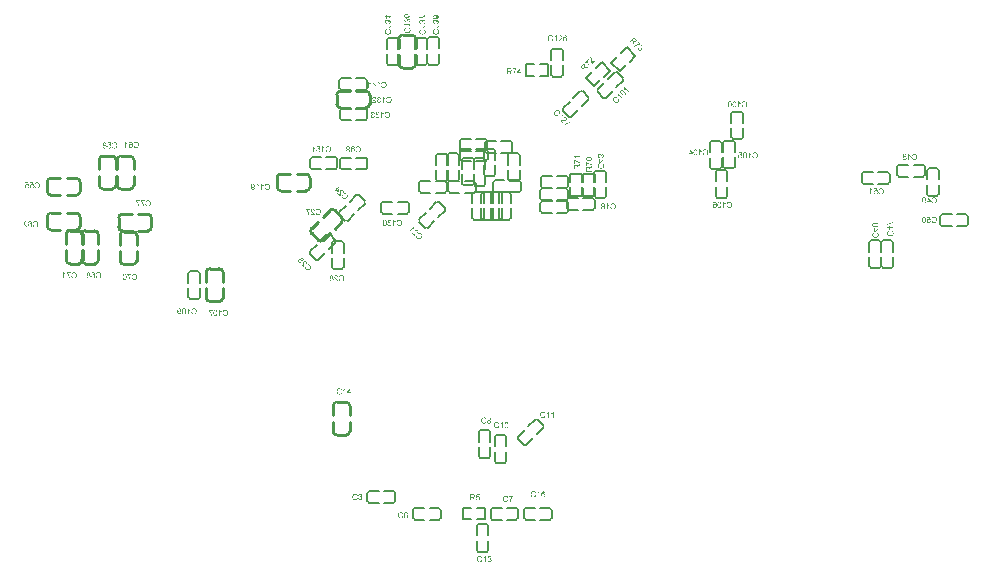
<source format=gbo>
G04*
G04 #@! TF.GenerationSoftware,Altium Limited,Altium Designer,25.0.2 (28)*
G04*
G04 Layer_Color=32896*
%FSLAX44Y44*%
%MOMM*%
G71*
G04*
G04 #@! TF.SameCoordinates,9CC9931D-9A39-465D-B94E-96E1981A4A0C*
G04*
G04*
G04 #@! TF.FilePolarity,Positive*
G04*
G01*
G75*
%ADD10C,0.1524*%
%ADD11C,0.2540*%
G36*
X584530Y643135D02*
X585223D01*
Y642556D01*
X584530D01*
Y641331D01*
X583905D01*
Y642556D01*
X581682D01*
Y643135D01*
X584018Y646449D01*
X584530D01*
Y643135D01*
D02*
G37*
G36*
X581269Y645890D02*
X581263Y645883D01*
X581250Y645863D01*
X581223Y645836D01*
X581183Y645797D01*
X581143Y645743D01*
X581090Y645677D01*
X581030Y645604D01*
X580963Y645524D01*
X580890Y645431D01*
X580817Y645324D01*
X580737Y645211D01*
X580651Y645085D01*
X580564Y644958D01*
X580478Y644812D01*
X580391Y644665D01*
X580298Y644506D01*
X580291Y644499D01*
X580278Y644466D01*
X580251Y644419D01*
X580218Y644359D01*
X580178Y644279D01*
X580138Y644186D01*
X580085Y644080D01*
X580032Y643960D01*
X579972Y643833D01*
X579912Y643694D01*
X579852Y643547D01*
X579792Y643394D01*
X579672Y643075D01*
X579566Y642735D01*
Y642729D01*
X579559Y642709D01*
X579546Y642669D01*
X579533Y642622D01*
X579519Y642562D01*
X579499Y642489D01*
X579486Y642409D01*
X579466Y642316D01*
X579446Y642216D01*
X579420Y642110D01*
X579399Y641990D01*
X579386Y641870D01*
X579353Y641611D01*
X579326Y641331D01*
X578681D01*
Y641338D01*
Y641358D01*
Y641391D01*
X578687Y641438D01*
Y641498D01*
X578694Y641564D01*
X578701Y641644D01*
X578714Y641737D01*
X578727Y641837D01*
X578741Y641950D01*
X578761Y642070D01*
X578781Y642196D01*
X578807Y642329D01*
X578840Y642476D01*
X578874Y642622D01*
X578914Y642782D01*
Y642795D01*
X578927Y642822D01*
X578940Y642868D01*
X578954Y642928D01*
X578980Y643008D01*
X579007Y643095D01*
X579040Y643195D01*
X579080Y643308D01*
X579120Y643434D01*
X579173Y643561D01*
X579280Y643840D01*
X579413Y644133D01*
X579559Y644432D01*
X579566Y644439D01*
X579579Y644466D01*
X579599Y644512D01*
X579632Y644566D01*
X579672Y644632D01*
X579719Y644712D01*
X579772Y644805D01*
X579832Y644898D01*
X579965Y645111D01*
X580118Y645337D01*
X580291Y645564D01*
X580464Y645777D01*
X577962D01*
Y646382D01*
X581269D01*
Y645890D01*
D02*
G37*
G36*
X575460Y646442D02*
X575520D01*
X575593Y646435D01*
X575673Y646429D01*
X575839Y646415D01*
X576012Y646389D01*
X576179Y646356D01*
X576258Y646336D01*
X576325Y646309D01*
X576332D01*
X576338Y646302D01*
X576358Y646296D01*
X576385Y646282D01*
X576451Y646249D01*
X576531Y646196D01*
X576624Y646129D01*
X576718Y646043D01*
X576811Y645936D01*
X576897Y645817D01*
Y645810D01*
X576904Y645803D01*
X576917Y645783D01*
X576931Y645757D01*
X576964Y645684D01*
X577004Y645590D01*
X577044Y645477D01*
X577077Y645344D01*
X577104Y645198D01*
X577110Y645045D01*
Y645038D01*
Y645018D01*
Y644991D01*
X577104Y644951D01*
X577097Y644905D01*
X577090Y644852D01*
X577064Y644725D01*
X577024Y644579D01*
X576964Y644426D01*
X576924Y644352D01*
X576877Y644273D01*
X576817Y644199D01*
X576758Y644126D01*
X576751Y644120D01*
X576744Y644113D01*
X576718Y644093D01*
X576691Y644066D01*
X576651Y644040D01*
X576604Y644007D01*
X576551Y643967D01*
X576491Y643927D01*
X576418Y643887D01*
X576338Y643847D01*
X576245Y643807D01*
X576145Y643767D01*
X576039Y643734D01*
X575926Y643700D01*
X575799Y643674D01*
X575666Y643654D01*
X575680Y643647D01*
X575713Y643634D01*
X575759Y643607D01*
X575819Y643574D01*
X575952Y643487D01*
X576012Y643441D01*
X576072Y643394D01*
X576079D01*
X576085Y643381D01*
X576125Y643348D01*
X576179Y643288D01*
X576258Y643208D01*
X576345Y643115D01*
X576438Y642995D01*
X576538Y642862D01*
X576638Y642715D01*
X577523Y641331D01*
X576671D01*
X575999Y642389D01*
Y642396D01*
X575986Y642409D01*
X575972Y642436D01*
X575952Y642462D01*
X575926Y642503D01*
X575892Y642549D01*
X575826Y642649D01*
X575746Y642762D01*
X575666Y642875D01*
X575586Y642988D01*
X575506Y643088D01*
X575500Y643101D01*
X575473Y643128D01*
X575440Y643175D01*
X575393Y643221D01*
X575340Y643281D01*
X575280Y643341D01*
X575220Y643388D01*
X575160Y643434D01*
X575154Y643441D01*
X575134Y643447D01*
X575107Y643467D01*
X575067Y643487D01*
X575021Y643514D01*
X574967Y643534D01*
X574854Y643574D01*
X574848D01*
X574834Y643581D01*
X574808D01*
X574768Y643587D01*
X574715Y643594D01*
X574648D01*
X574575Y643600D01*
X573696D01*
Y641331D01*
X573018D01*
Y646449D01*
X575400D01*
X575460Y646442D01*
D02*
G37*
G36*
X682455Y671220D02*
X682493Y671173D01*
X682535Y671131D01*
X682582Y671075D01*
X682634Y671013D01*
X682742Y670886D01*
X682846Y670745D01*
X682940Y670604D01*
X682982Y670533D01*
X683011Y670468D01*
X683015Y670463D01*
Y670453D01*
X683025Y670434D01*
X683034Y670406D01*
X683058Y670336D01*
X683076Y670242D01*
X683095Y670129D01*
X683100Y670002D01*
X683091Y669860D01*
X683067Y669715D01*
X683062Y669710D01*
Y669700D01*
X683058Y669677D01*
X683048Y669649D01*
X683020Y669573D01*
X682982Y669479D01*
X682931Y669371D01*
X682860Y669253D01*
X682775Y669131D01*
X682672Y669018D01*
X682667Y669013D01*
X682653Y668999D01*
X682634Y668980D01*
X682601Y668957D01*
X682564Y668929D01*
X682521Y668896D01*
X682413Y668825D01*
X682281Y668750D01*
X682131Y668684D01*
X682051Y668661D01*
X681961Y668637D01*
X681867Y668627D01*
X681773Y668618D01*
X681764D01*
X681754D01*
X681721Y668623D01*
X681684D01*
X681637Y668632D01*
X681580Y668642D01*
X681514Y668651D01*
X681444Y668665D01*
X681364Y668689D01*
X681279Y668717D01*
X681185Y668755D01*
X681086Y668797D01*
X680987Y668849D01*
X680884Y668905D01*
X680775Y668976D01*
X680667Y669056D01*
X680672Y669042D01*
X680686Y669009D01*
X680700Y668957D01*
X680719Y668891D01*
X680752Y668736D01*
X680761Y668661D01*
X680771Y668585D01*
X680775Y668580D01*
X680771Y668566D01*
X680775Y668515D01*
X680771Y668435D01*
Y668322D01*
X680766Y668195D01*
X680747Y668044D01*
X680724Y667879D01*
X680691Y667705D01*
X680338Y666101D01*
X679735Y666703D01*
X680008Y667926D01*
X680013Y667931D01*
Y667950D01*
X680023Y667978D01*
X680027Y668011D01*
X680037Y668058D01*
X680046Y668115D01*
X680070Y668232D01*
X680093Y668369D01*
X680117Y668505D01*
X680140Y668642D01*
X680154Y668769D01*
X680159Y668783D01*
Y668820D01*
X680168Y668877D01*
Y668943D01*
X680173Y669023D01*
Y669108D01*
X680164Y669183D01*
X680154Y669258D01*
Y669268D01*
X680145Y669286D01*
X680140Y669319D01*
X680126Y669362D01*
X680112Y669413D01*
X680088Y669465D01*
X680037Y669573D01*
X680032Y669578D01*
X680027Y669592D01*
X680008Y669611D01*
X679985Y669644D01*
X679952Y669686D01*
X679905Y669733D01*
X679858Y669790D01*
X679237Y670411D01*
X677632Y668806D01*
X677152Y669286D01*
X680771Y672905D01*
X682455Y671220D01*
D02*
G37*
G36*
X686559Y667023D02*
X686210Y666675D01*
X686201D01*
X686178Y666670D01*
X686140D01*
X686083D01*
X686018Y666661D01*
X685933Y666651D01*
X685839Y666642D01*
X685735Y666632D01*
X685618Y666618D01*
X685490Y666595D01*
X685354Y666571D01*
X685203Y666543D01*
X685053Y666515D01*
X684888Y666472D01*
X684724Y666430D01*
X684545Y666383D01*
X684535D01*
X684502Y666369D01*
X684451Y666355D01*
X684385Y666336D01*
X684300Y666308D01*
X684206Y666270D01*
X684093Y666232D01*
X683971Y666185D01*
X683839Y666138D01*
X683698Y666082D01*
X683552Y666021D01*
X683401Y665955D01*
X683091Y665814D01*
X682775Y665649D01*
X682771Y665644D01*
X682752Y665635D01*
X682714Y665616D01*
X682672Y665592D01*
X682620Y665559D01*
X682554Y665522D01*
X682488Y665475D01*
X682408Y665423D01*
X682324Y665367D01*
X682230Y665310D01*
X682131Y665239D01*
X682037Y665164D01*
X681830Y665004D01*
X681613Y664825D01*
X681157Y665282D01*
X681161Y665286D01*
X681175Y665301D01*
X681199Y665324D01*
X681237Y665352D01*
X681279Y665395D01*
X681331Y665437D01*
X681392Y665489D01*
X681467Y665545D01*
X681547Y665607D01*
X681637Y665677D01*
X681735Y665748D01*
X681839Y665823D01*
X681952Y665898D01*
X682079Y665978D01*
X682206Y666058D01*
X682347Y666143D01*
X682356Y666152D01*
X682385Y666162D01*
X682427Y666185D01*
X682479Y666218D01*
X682554Y666256D01*
X682634Y666298D01*
X682728Y666345D01*
X682837Y666397D01*
X682954Y666458D01*
X683081Y666510D01*
X683354Y666632D01*
X683655Y666745D01*
X683971Y666853D01*
X683980D01*
X684008Y666863D01*
X684055Y666882D01*
X684117Y666896D01*
X684192Y666915D01*
X684281Y666938D01*
X684385Y666966D01*
X684493Y666990D01*
X684738Y667046D01*
X685006Y667098D01*
X685288Y667136D01*
X685561Y667164D01*
X683792Y668933D01*
X684220Y669362D01*
X686559Y667023D01*
D02*
G37*
G36*
X687222Y665983D02*
X687232D01*
X687246Y665978D01*
X687274D01*
X687312Y665969D01*
X687359Y665959D01*
X687415Y665950D01*
X687481Y665931D01*
X687547Y665912D01*
X687617Y665879D01*
X687693Y665851D01*
X687858Y665771D01*
X688027Y665658D01*
X688107Y665588D01*
X688192Y665512D01*
X688243Y665461D01*
X688262Y665432D01*
X688295Y665399D01*
X688356Y665320D01*
X688422Y665216D01*
X688493Y665108D01*
X688554Y664981D01*
X688606Y664844D01*
X688610Y664839D01*
Y664830D01*
X688615Y664807D01*
X688624Y664778D01*
X688639Y664708D01*
X688657Y664614D01*
X688667Y664501D01*
X688671Y664374D01*
X688667Y664247D01*
X688639Y664115D01*
X688634Y664110D01*
Y664101D01*
X688624Y664054D01*
X688596Y663988D01*
X688568Y663903D01*
X688521Y663809D01*
X688465Y663705D01*
X688394Y663607D01*
X688309Y663512D01*
X688305Y663508D01*
X688300Y663503D01*
X688271Y663475D01*
X688220Y663432D01*
X688154Y663385D01*
X688069Y663338D01*
X687980Y663287D01*
X687872Y663244D01*
X687754Y663211D01*
X687740Y663207D01*
X687698Y663202D01*
X687636Y663197D01*
X687552D01*
X687448D01*
X687330Y663211D01*
X687208Y663240D01*
X687076Y663277D01*
X687081Y663272D01*
X687086Y663258D01*
X687100Y663235D01*
X687114Y663211D01*
X687133Y663174D01*
X687152Y663127D01*
X687194Y663028D01*
X687232Y662906D01*
X687255Y662769D01*
X687274Y662618D01*
X687264Y662468D01*
X687260Y662463D01*
X687264Y662449D01*
X687260Y662426D01*
X687250Y662397D01*
X687241Y662360D01*
X687232Y662322D01*
X687194Y662218D01*
X687142Y662101D01*
X687072Y661974D01*
X686982Y661847D01*
X686865Y661710D01*
X686860Y661705D01*
X686846Y661691D01*
X686817Y661663D01*
X686780Y661635D01*
X686733Y661597D01*
X686676Y661560D01*
X686615Y661517D01*
X686545Y661475D01*
X686465Y661433D01*
X686375Y661390D01*
X686281Y661353D01*
X686178Y661315D01*
X686069Y661291D01*
X685952Y661268D01*
X685834Y661254D01*
X685712D01*
X685702D01*
X685683D01*
X685650Y661258D01*
X685599Y661263D01*
X685542Y661273D01*
X685472Y661287D01*
X685396Y661306D01*
X685316Y661329D01*
X685222Y661357D01*
X685128Y661395D01*
X685029Y661437D01*
X684926Y661494D01*
X684822Y661550D01*
X684719Y661626D01*
X684620Y661705D01*
X684516Y661800D01*
X684469Y661847D01*
X684441Y661884D01*
X684408Y661927D01*
X684366Y661979D01*
X684319Y662044D01*
X684277Y662115D01*
X684187Y662270D01*
X684145Y662360D01*
X684102Y662449D01*
X684065Y662552D01*
X684036Y662656D01*
X684018Y662760D01*
X684008Y662872D01*
Y662882D01*
Y662901D01*
Y662929D01*
Y662976D01*
X684013Y663028D01*
X684018Y663089D01*
X684032Y663160D01*
X684041Y663235D01*
X684065Y663315D01*
X684088Y663404D01*
X684121Y663494D01*
X684159Y663588D01*
X684201Y663687D01*
X684253Y663776D01*
X684314Y663875D01*
X684389Y663969D01*
X684893Y663588D01*
X684888Y663583D01*
X684879Y663564D01*
X684865Y663541D01*
X684846Y663512D01*
X684822Y663470D01*
X684799Y663428D01*
X684742Y663315D01*
X684686Y663193D01*
X684643Y663056D01*
X684606Y662915D01*
X684596Y662849D01*
Y662783D01*
X684601Y662769D01*
X684606Y662727D01*
X684615Y662661D01*
X684643Y662576D01*
X684676Y662477D01*
X684728Y662378D01*
X684799Y662270D01*
X684883Y662167D01*
X684916Y662134D01*
X684940Y662120D01*
X684968Y662091D01*
X685006Y662063D01*
X685095Y662011D01*
X685203Y661950D01*
X685331Y661898D01*
X685476Y661865D01*
X685552Y661856D01*
X685632Y661851D01*
X685641D01*
X685650D01*
X685674Y661856D01*
X685702D01*
X685787Y661865D01*
X685891Y661894D01*
X686003Y661931D01*
X686135Y661988D01*
X686262Y662068D01*
X686328Y662115D01*
X686385Y662171D01*
X686389Y662176D01*
X686399Y662186D01*
X686413Y662200D01*
X686432Y662228D01*
X686455Y662251D01*
X686483Y662289D01*
X686540Y662374D01*
X686596Y662477D01*
X686643Y662600D01*
X686672Y662731D01*
X686686Y662802D01*
Y662877D01*
Y662896D01*
X686681Y662948D01*
X686667Y663018D01*
X686648Y663112D01*
X686610Y663225D01*
X686554Y663338D01*
X686479Y663461D01*
X686375Y663583D01*
X686323Y663635D01*
X686286Y663663D01*
X686234Y663705D01*
X686168Y663753D01*
X686093Y663800D01*
X686013Y663851D01*
X686455Y664190D01*
X686465Y664181D01*
X686474Y664162D01*
X686493Y664134D01*
X686545Y664082D01*
X686568Y664068D01*
X686629Y664016D01*
X686705Y663960D01*
X686803Y663898D01*
X686912Y663837D01*
X687039Y663785D01*
X687170Y663748D01*
X687175Y663743D01*
X687189Y663748D01*
X687236Y663738D01*
X687312D01*
X687401Y663743D01*
X687509Y663767D01*
X687622Y663814D01*
X687745Y663879D01*
X687801Y663927D01*
X687862Y663978D01*
X687867Y663983D01*
X687872Y663988D01*
X687900Y664025D01*
X687937Y664072D01*
X687984Y664138D01*
X688022Y664223D01*
X688060Y664317D01*
X688088Y664430D01*
X688093Y664548D01*
Y664567D01*
Y664604D01*
X688079Y664665D01*
X688064Y664745D01*
X688032Y664835D01*
X687984Y664938D01*
X687923Y665037D01*
X687834Y665136D01*
X687810Y665160D01*
X687787Y665174D01*
X687730Y665221D01*
X687660Y665272D01*
X687570Y665315D01*
X687467Y665362D01*
X687359Y665395D01*
X687232Y665409D01*
X687213D01*
X687175D01*
X687109Y665399D01*
X687020Y665376D01*
X686916Y665348D01*
X686794Y665301D01*
X686667Y665230D01*
X686531Y665141D01*
X686168Y665663D01*
X686173Y665668D01*
X686192Y665677D01*
X686220Y665696D01*
X686262Y665719D01*
X686305Y665743D01*
X686366Y665776D01*
X686427Y665809D01*
X686497Y665842D01*
X686657Y665898D01*
X686832Y665950D01*
X687025Y665983D01*
X687123Y665988D01*
X687222Y665983D01*
D02*
G37*
G36*
X643917Y655753D02*
X643969Y655748D01*
X644030Y655743D01*
X644091Y655729D01*
X644171Y655715D01*
X644246Y655696D01*
X644326Y655663D01*
X644500Y655593D01*
X644585Y655546D01*
X644670Y655489D01*
X644754Y655423D01*
X644839Y655348D01*
X644849Y655339D01*
X644877Y655310D01*
X644914Y655263D01*
X644966Y655202D01*
X645013Y655127D01*
X645074Y655037D01*
X645126Y654939D01*
X645178Y654830D01*
X645183Y654816D01*
X645197Y654774D01*
X645220Y654713D01*
X645239Y654628D01*
X645263Y654520D01*
X645286Y654393D01*
X645310Y654247D01*
X645324Y654092D01*
X645329Y654087D01*
X645324Y654073D01*
Y654044D01*
X645329Y654012D01*
Y653964D01*
Y653908D01*
Y653842D01*
X645324Y653762D01*
Y653678D01*
X645319Y653579D01*
Y653466D01*
X645314Y653348D01*
X645305Y653216D01*
X645296Y653085D01*
X645282Y652929D01*
X645272Y652769D01*
Y652760D01*
X645267Y652736D01*
Y652699D01*
X645258Y652652D01*
Y652595D01*
X645253Y652525D01*
X645244Y652374D01*
X645230Y652209D01*
X645220Y652049D01*
X645216Y651979D01*
Y651913D01*
Y651847D01*
Y651800D01*
Y651790D01*
Y651762D01*
X645220Y651720D01*
X645225Y651659D01*
X645230Y651598D01*
X645239Y651522D01*
X645263Y651376D01*
X647041Y653155D01*
X647470Y652727D01*
X645074Y650332D01*
X645065Y650341D01*
X645046Y650360D01*
X645018Y650388D01*
X644980Y650435D01*
X644938Y650487D01*
X644896Y650548D01*
X644858Y650614D01*
X644820Y650689D01*
X644816Y650694D01*
Y650704D01*
X644806Y650722D01*
X644797Y650751D01*
X644769Y650816D01*
X644740Y650911D01*
X644707Y651028D01*
X644675Y651155D01*
X644651Y651301D01*
X644632Y651461D01*
Y651470D01*
Y651480D01*
Y651508D01*
X644628Y651541D01*
X644623Y651640D01*
Y651772D01*
Y651932D01*
X644628Y652125D01*
X644642Y652346D01*
X644665Y652595D01*
Y652605D01*
Y652642D01*
X644675Y652699D01*
X644679Y652769D01*
X644684Y652859D01*
X644693Y652962D01*
X644703Y653075D01*
X644707Y653193D01*
X644717Y653447D01*
X644722Y653706D01*
X644717Y653833D01*
X644712Y653950D01*
X644707Y654059D01*
X644693Y654157D01*
Y654167D01*
X644689Y654181D01*
X644684Y654204D01*
X644679Y654238D01*
X644665Y654280D01*
X644656Y654327D01*
X644628Y654440D01*
X644585Y654557D01*
X644529Y654680D01*
X644453Y654802D01*
X644416Y654859D01*
X644369Y654906D01*
X644364Y654910D01*
X644354Y654920D01*
X644345Y654929D01*
X644322Y654943D01*
X644265Y654990D01*
X644190Y655037D01*
X644096Y655085D01*
X643992Y655122D01*
X643870Y655150D01*
X643733Y655155D01*
X643715D01*
X643672Y655150D01*
X643602Y655136D01*
X643508Y655117D01*
X643404Y655080D01*
X643291Y655023D01*
X643173Y654943D01*
X643056Y654845D01*
X643023Y654811D01*
X643009Y654788D01*
X642980Y654760D01*
X642952Y654722D01*
X642896Y654638D01*
X642839Y654534D01*
X642783Y654412D01*
X642745Y654280D01*
X642736Y654139D01*
Y654120D01*
X642740Y654078D01*
X642755Y653997D01*
X642778Y653908D01*
X642821Y653790D01*
X642877Y653668D01*
X642962Y653546D01*
X643075Y653414D01*
X642571Y653005D01*
X642566Y653009D01*
X642552Y653033D01*
X642529Y653056D01*
X642496Y653099D01*
X642463Y653150D01*
X642425Y653207D01*
X642383Y653278D01*
X642345Y653353D01*
X642261Y653522D01*
X642223Y653616D01*
X642195Y653710D01*
X642166Y653814D01*
X642148Y653917D01*
X642138Y654021D01*
X642143Y654129D01*
Y654139D01*
X642148Y654153D01*
X642152Y654186D01*
X642157Y654228D01*
X642171Y654280D01*
X642185Y654341D01*
X642204Y654407D01*
X642228Y654487D01*
X642261Y654567D01*
X642298Y654651D01*
X642340Y654741D01*
X642397Y654835D01*
X642454Y654929D01*
X642524Y655028D01*
X642609Y655122D01*
X642698Y655221D01*
X642750Y655273D01*
X642787Y655301D01*
X642839Y655343D01*
X642896Y655390D01*
X642962Y655437D01*
X643037Y655484D01*
X643202Y655583D01*
X643291Y655626D01*
X643390Y655668D01*
X643493Y655706D01*
X643602Y655729D01*
X643705Y655748D01*
X643818Y655757D01*
X643875D01*
X643917Y655753D01*
D02*
G37*
G36*
X641475Y653179D02*
Y653169D01*
X641479Y653146D01*
Y653108D01*
Y653052D01*
X641489Y652986D01*
X641498Y652901D01*
X641508Y652807D01*
X641517Y652703D01*
X641531Y652586D01*
X641555Y652459D01*
X641578Y652322D01*
X641606Y652172D01*
X641635Y652021D01*
X641677Y651856D01*
X641719Y651692D01*
X641766Y651513D01*
Y651504D01*
X641780Y651470D01*
X641795Y651419D01*
X641814Y651353D01*
X641842Y651268D01*
X641879Y651174D01*
X641917Y651061D01*
X641964Y650939D01*
X642011Y650807D01*
X642068Y650666D01*
X642129Y650520D01*
X642195Y650369D01*
X642336Y650059D01*
X642501Y649744D01*
X642505Y649739D01*
X642515Y649720D01*
X642533Y649682D01*
X642557Y649640D01*
X642590Y649588D01*
X642628Y649522D01*
X642675Y649456D01*
X642726Y649377D01*
X642783Y649292D01*
X642839Y649198D01*
X642910Y649099D01*
X642985Y649005D01*
X643145Y648798D01*
X643324Y648581D01*
X642868Y648125D01*
X642863Y648130D01*
X642849Y648144D01*
X642825Y648167D01*
X642797Y648205D01*
X642755Y648247D01*
X642712Y648299D01*
X642661Y648360D01*
X642604Y648435D01*
X642543Y648515D01*
X642472Y648605D01*
X642402Y648704D01*
X642326Y648807D01*
X642251Y648920D01*
X642171Y649047D01*
X642091Y649174D01*
X642006Y649315D01*
X641997Y649325D01*
X641988Y649353D01*
X641964Y649395D01*
X641931Y649447D01*
X641893Y649522D01*
X641851Y649602D01*
X641804Y649697D01*
X641752Y649805D01*
X641691Y649922D01*
X641639Y650049D01*
X641517Y650322D01*
X641404Y650623D01*
X641296Y650939D01*
Y650948D01*
X641286Y650976D01*
X641268Y651023D01*
X641254Y651085D01*
X641235Y651160D01*
X641211Y651249D01*
X641183Y651353D01*
X641159Y651461D01*
X641103Y651706D01*
X641051Y651974D01*
X641013Y652256D01*
X640985Y652529D01*
X639216Y650760D01*
X638788Y651188D01*
X641126Y653527D01*
X641475Y653179D01*
D02*
G37*
G36*
X638289Y650059D02*
X638435Y650035D01*
X638439Y650031D01*
X638449D01*
X638473Y650026D01*
X638501Y650016D01*
X638576Y649988D01*
X638670Y649951D01*
X638778Y649899D01*
X638896Y649828D01*
X639018Y649744D01*
X639131Y649640D01*
X639136Y649635D01*
X639150Y649621D01*
X639169Y649602D01*
X639192Y649569D01*
X639221Y649532D01*
X639254Y649490D01*
X639324Y649381D01*
X639399Y649249D01*
X639465Y649099D01*
X639489Y649019D01*
X639512Y648930D01*
X639522Y648835D01*
X639531Y648741D01*
Y648732D01*
Y648722D01*
X639526Y648689D01*
Y648652D01*
X639517Y648605D01*
X639508Y648548D01*
X639498Y648482D01*
X639484Y648412D01*
X639461Y648332D01*
X639432Y648247D01*
X639395Y648153D01*
X639352Y648054D01*
X639301Y647955D01*
X639244Y647852D01*
X639174Y647744D01*
X639094Y647635D01*
X639108Y647640D01*
X639141Y647654D01*
X639192Y647668D01*
X639258Y647687D01*
X639414Y647720D01*
X639489Y647729D01*
X639564Y647739D01*
X639569Y647744D01*
X639583Y647739D01*
X639635Y647744D01*
X639715Y647739D01*
X639828D01*
X639955Y647734D01*
X640105Y647715D01*
X640270Y647692D01*
X640444Y647659D01*
X642049Y647306D01*
X641446Y646704D01*
X640223Y646977D01*
X640218Y646981D01*
X640199D01*
X640171Y646991D01*
X640138Y646995D01*
X640091Y647005D01*
X640035Y647014D01*
X639917Y647038D01*
X639781Y647061D01*
X639644Y647085D01*
X639508Y647108D01*
X639381Y647122D01*
X639366Y647127D01*
X639329D01*
X639272Y647137D01*
X639207D01*
X639127Y647141D01*
X639042D01*
X638967Y647132D01*
X638891Y647122D01*
X638882D01*
X638863Y647113D01*
X638830Y647108D01*
X638788Y647094D01*
X638736Y647080D01*
X638684Y647057D01*
X638576Y647005D01*
X638571Y647000D01*
X638557Y646995D01*
X638538Y646977D01*
X638505Y646953D01*
X638463Y646920D01*
X638416Y646873D01*
X638359Y646826D01*
X637738Y646205D01*
X639343Y644600D01*
X638863Y644120D01*
X635244Y647739D01*
X636929Y649424D01*
X636976Y649461D01*
X637018Y649504D01*
X637075Y649551D01*
X637136Y649602D01*
X637263Y649711D01*
X637404Y649814D01*
X637546Y649908D01*
X637616Y649951D01*
X637682Y649979D01*
X637687Y649984D01*
X637696D01*
X637715Y649993D01*
X637743Y650002D01*
X637814Y650026D01*
X637908Y650045D01*
X638021Y650063D01*
X638148Y650068D01*
X638289Y650059D01*
D02*
G37*
G36*
X635029Y571414D02*
X631029D01*
X631036Y571401D01*
X631063Y571375D01*
X631109Y571321D01*
X631162Y571255D01*
X631229Y571168D01*
X631302Y571062D01*
X631382Y570949D01*
X631462Y570816D01*
Y570809D01*
X631468Y570802D01*
X631482Y570782D01*
X631495Y570756D01*
X631535Y570682D01*
X631581Y570596D01*
X631635Y570496D01*
X631688Y570383D01*
X631741Y570270D01*
X631788Y570157D01*
X631176D01*
Y570163D01*
X631162Y570183D01*
X631149Y570210D01*
X631129Y570243D01*
X631109Y570290D01*
X631076Y570343D01*
X631009Y570470D01*
X630923Y570609D01*
X630816Y570769D01*
X630703Y570922D01*
X630577Y571075D01*
X630570Y571082D01*
X630563Y571095D01*
X630543Y571115D01*
X630517Y571142D01*
X630450Y571208D01*
X630357Y571295D01*
X630257Y571381D01*
X630137Y571474D01*
X630018Y571561D01*
X629891Y571634D01*
Y572040D01*
X635029D01*
Y571414D01*
D02*
G37*
G36*
X630477Y569045D02*
X630497Y569032D01*
X630523Y569005D01*
X630563Y568965D01*
X630617Y568926D01*
X630683Y568872D01*
X630756Y568812D01*
X630836Y568746D01*
X630929Y568673D01*
X631036Y568600D01*
X631149Y568520D01*
X631275Y568433D01*
X631402Y568347D01*
X631548Y568260D01*
X631695Y568174D01*
X631854Y568080D01*
X631861Y568074D01*
X631894Y568060D01*
X631941Y568034D01*
X632001Y568000D01*
X632081Y567961D01*
X632174Y567921D01*
X632280Y567867D01*
X632400Y567814D01*
X632527Y567754D01*
X632666Y567694D01*
X632813Y567635D01*
X632966Y567575D01*
X633285Y567455D01*
X633625Y567348D01*
X633631D01*
X633651Y567342D01*
X633691Y567328D01*
X633738Y567315D01*
X633798Y567302D01*
X633871Y567282D01*
X633951Y567268D01*
X634044Y567248D01*
X634144Y567229D01*
X634250Y567202D01*
X634370Y567182D01*
X634490Y567169D01*
X634749Y567135D01*
X635029Y567109D01*
Y566463D01*
X635022D01*
X635002D01*
X634969D01*
X634922Y566470D01*
X634862D01*
X634796Y566477D01*
X634716Y566483D01*
X634623Y566497D01*
X634523Y566510D01*
X634410Y566523D01*
X634290Y566543D01*
X634164Y566563D01*
X634030Y566590D01*
X633884Y566623D01*
X633738Y566656D01*
X633578Y566696D01*
X633565D01*
X633538Y566710D01*
X633492Y566723D01*
X633432Y566736D01*
X633352Y566763D01*
X633265Y566789D01*
X633165Y566823D01*
X633052Y566863D01*
X632926Y566903D01*
X632799Y566956D01*
X632520Y567062D01*
X632227Y567195D01*
X631928Y567342D01*
X631921Y567348D01*
X631894Y567362D01*
X631848Y567382D01*
X631795Y567415D01*
X631728Y567455D01*
X631648Y567501D01*
X631555Y567555D01*
X631462Y567615D01*
X631249Y567748D01*
X631022Y567901D01*
X630796Y568074D01*
X630583Y568247D01*
Y565745D01*
X629978D01*
Y569052D01*
X630470D01*
X630477Y569045D01*
D02*
G37*
G36*
X635029Y564454D02*
X633971Y563781D01*
X633964D01*
X633951Y563768D01*
X633924Y563755D01*
X633897Y563735D01*
X633857Y563708D01*
X633811Y563675D01*
X633711Y563608D01*
X633598Y563529D01*
X633485Y563449D01*
X633372Y563369D01*
X633272Y563289D01*
X633259Y563282D01*
X633232Y563256D01*
X633185Y563222D01*
X633139Y563176D01*
X633079Y563123D01*
X633019Y563063D01*
X632972Y563003D01*
X632926Y562943D01*
X632919Y562936D01*
X632912Y562916D01*
X632892Y562890D01*
X632873Y562850D01*
X632846Y562803D01*
X632826Y562750D01*
X632786Y562637D01*
Y562630D01*
X632779Y562617D01*
Y562590D01*
X632773Y562550D01*
X632766Y562497D01*
Y562430D01*
X632759Y562357D01*
Y561479D01*
X635029D01*
Y560800D01*
X629911D01*
Y563182D01*
X629918Y563242D01*
Y563302D01*
X629925Y563376D01*
X629931Y563455D01*
X629944Y563622D01*
X629971Y563795D01*
X630004Y563961D01*
X630024Y564041D01*
X630051Y564108D01*
Y564114D01*
X630058Y564121D01*
X630064Y564141D01*
X630078Y564167D01*
X630111Y564234D01*
X630164Y564314D01*
X630231Y564407D01*
X630317Y564500D01*
X630424Y564593D01*
X630543Y564680D01*
X630550D01*
X630557Y564686D01*
X630577Y564700D01*
X630603Y564713D01*
X630676Y564746D01*
X630770Y564786D01*
X630883Y564826D01*
X631016Y564860D01*
X631162Y564886D01*
X631315Y564893D01*
X631322D01*
X631342D01*
X631369D01*
X631409Y564886D01*
X631455Y564879D01*
X631508Y564873D01*
X631635Y564846D01*
X631781Y564806D01*
X631934Y564746D01*
X632007Y564706D01*
X632087Y564660D01*
X632160Y564600D01*
X632234Y564540D01*
X632240Y564533D01*
X632247Y564527D01*
X632267Y564500D01*
X632294Y564473D01*
X632320Y564434D01*
X632354Y564387D01*
X632393Y564334D01*
X632433Y564274D01*
X632473Y564201D01*
X632513Y564121D01*
X632553Y564028D01*
X632593Y563928D01*
X632626Y563821D01*
X632660Y563708D01*
X632686Y563582D01*
X632706Y563449D01*
X632713Y563462D01*
X632726Y563495D01*
X632753Y563542D01*
X632786Y563602D01*
X632873Y563735D01*
X632919Y563795D01*
X632966Y563855D01*
Y563861D01*
X632979Y563868D01*
X633012Y563908D01*
X633072Y563961D01*
X633152Y564041D01*
X633245Y564127D01*
X633365Y564221D01*
X633498Y564320D01*
X633644Y564420D01*
X635029Y565305D01*
Y564454D01*
D02*
G37*
G36*
X642850Y571249D02*
X642936D01*
X643036Y571242D01*
X643142Y571236D01*
X643375Y571209D01*
X643622Y571176D01*
X643861Y571129D01*
X643974Y571103D01*
X644081Y571069D01*
X644087D01*
X644107Y571063D01*
X644134Y571049D01*
X644174Y571036D01*
X644220Y571016D01*
X644274Y570990D01*
X644393Y570930D01*
X644533Y570850D01*
X644673Y570757D01*
X644813Y570644D01*
X644932Y570510D01*
Y570504D01*
X644946Y570497D01*
X644959Y570471D01*
X644979Y570444D01*
X644999Y570411D01*
X645026Y570364D01*
X645052Y570317D01*
X645079Y570258D01*
X645139Y570125D01*
X645185Y569965D01*
X645219Y569785D01*
X645225Y569685D01*
X645232Y569585D01*
Y569552D01*
X645225Y569512D01*
Y569466D01*
X645219Y569399D01*
X645205Y569333D01*
X645185Y569253D01*
X645165Y569166D01*
X645139Y569073D01*
X645106Y568980D01*
X645059Y568880D01*
X645012Y568780D01*
X644952Y568687D01*
X644879Y568594D01*
X644799Y568507D01*
X644706Y568421D01*
X644700Y568414D01*
X644673Y568401D01*
X644640Y568374D01*
X644586Y568341D01*
X644513Y568308D01*
X644427Y568261D01*
X644327Y568221D01*
X644207Y568175D01*
X644067Y568128D01*
X643914Y568081D01*
X643748Y568035D01*
X643555Y568002D01*
X643349Y567968D01*
X643129Y567942D01*
X642883Y567928D01*
X642623Y567922D01*
X642610D01*
X642583D01*
X642537D01*
X642470D01*
X642397Y567928D01*
X642310Y567935D01*
X642211D01*
X642104Y567948D01*
X641871Y567968D01*
X641625Y568002D01*
X641385Y568048D01*
X641272Y568075D01*
X641166Y568108D01*
X641159D01*
X641139Y568115D01*
X641113Y568128D01*
X641073Y568141D01*
X641026Y568161D01*
X640973Y568188D01*
X640846Y568248D01*
X640713Y568328D01*
X640567Y568421D01*
X640427Y568534D01*
X640307Y568660D01*
X640301Y568667D01*
X640294Y568680D01*
X640281Y568700D01*
X640261Y568727D01*
X640241Y568760D01*
X640214Y568807D01*
X640188Y568853D01*
X640154Y568913D01*
X640101Y569046D01*
X640054Y569206D01*
X640021Y569386D01*
X640008Y569486D01*
Y569652D01*
X640015Y569692D01*
Y569732D01*
X640028Y569832D01*
X640048Y569945D01*
X640081Y570065D01*
X640121Y570191D01*
X640174Y570311D01*
Y570317D01*
X640181Y570324D01*
X640208Y570364D01*
X640241Y570417D01*
X640294Y570490D01*
X640367Y570570D01*
X640447Y570657D01*
X640540Y570743D01*
X640654Y570823D01*
X640660D01*
X640667Y570830D01*
X640687Y570843D01*
X640707Y570857D01*
X640773Y570890D01*
X640866Y570936D01*
X640980Y570990D01*
X641106Y571043D01*
X641259Y571089D01*
X641419Y571136D01*
X641425D01*
X641439Y571143D01*
X641465Y571149D01*
X641499Y571156D01*
X641545Y571163D01*
X641598Y571176D01*
X641665Y571183D01*
X641738Y571196D01*
X641818Y571209D01*
X641911Y571216D01*
X642004Y571229D01*
X642117Y571236D01*
X642231Y571242D01*
X642350Y571249D01*
X642484Y571256D01*
X642623D01*
X642637D01*
X642663D01*
X642710D01*
X642776D01*
X642850Y571249D01*
D02*
G37*
G36*
X640594Y567290D02*
X640613Y567276D01*
X640640Y567250D01*
X640680Y567210D01*
X640733Y567170D01*
X640800Y567117D01*
X640873Y567057D01*
X640953Y566990D01*
X641046Y566917D01*
X641153Y566844D01*
X641266Y566764D01*
X641392Y566677D01*
X641519Y566591D01*
X641665Y566504D01*
X641811Y566418D01*
X641971Y566325D01*
X641978Y566318D01*
X642011Y566305D01*
X642058Y566278D01*
X642117Y566245D01*
X642197Y566205D01*
X642290Y566165D01*
X642397Y566112D01*
X642517Y566058D01*
X642643Y565998D01*
X642783Y565939D01*
X642929Y565879D01*
X643083Y565819D01*
X643402Y565699D01*
X643741Y565592D01*
X643748D01*
X643768Y565586D01*
X643808Y565573D01*
X643854Y565559D01*
X643914Y565546D01*
X643988Y565526D01*
X644067Y565513D01*
X644161Y565493D01*
X644260Y565473D01*
X644367Y565446D01*
X644487Y565426D01*
X644606Y565413D01*
X644866Y565380D01*
X645145Y565353D01*
Y564707D01*
X645139D01*
X645119D01*
X645086D01*
X645039Y564714D01*
X644979D01*
X644912Y564721D01*
X644833Y564727D01*
X644740Y564741D01*
X644640Y564754D01*
X644527Y564767D01*
X644407Y564787D01*
X644280Y564807D01*
X644147Y564834D01*
X644001Y564867D01*
X643854Y564900D01*
X643695Y564940D01*
X643681D01*
X643655Y564954D01*
X643608Y564967D01*
X643548Y564980D01*
X643468Y565007D01*
X643382Y565033D01*
X643282Y565067D01*
X643169Y565107D01*
X643043Y565147D01*
X642916Y565200D01*
X642637Y565306D01*
X642344Y565439D01*
X642044Y565586D01*
X642038Y565592D01*
X642011Y565606D01*
X641964Y565626D01*
X641911Y565659D01*
X641845Y565699D01*
X641765Y565746D01*
X641672Y565799D01*
X641579Y565859D01*
X641366Y565992D01*
X641139Y566145D01*
X640913Y566318D01*
X640700Y566491D01*
Y563989D01*
X640095D01*
Y567296D01*
X640587D01*
X640594Y567290D01*
D02*
G37*
G36*
X645145Y562698D02*
X644087Y562026D01*
X644081D01*
X644067Y562012D01*
X644041Y561999D01*
X644014Y561979D01*
X643974Y561952D01*
X643928Y561919D01*
X643828Y561852D01*
X643715Y561773D01*
X643602Y561693D01*
X643488Y561613D01*
X643389Y561533D01*
X643375Y561526D01*
X643349Y561500D01*
X643302Y561467D01*
X643255Y561420D01*
X643196Y561367D01*
X643136Y561307D01*
X643089Y561247D01*
X643043Y561187D01*
X643036Y561180D01*
X643029Y561160D01*
X643009Y561134D01*
X642989Y561094D01*
X642963Y561047D01*
X642943Y560994D01*
X642903Y560881D01*
Y560874D01*
X642896Y560861D01*
Y560834D01*
X642889Y560794D01*
X642883Y560741D01*
Y560675D01*
X642876Y560601D01*
Y559723D01*
X645145D01*
Y559044D01*
X640028D01*
Y561427D01*
X640035Y561487D01*
Y561546D01*
X640041Y561620D01*
X640048Y561699D01*
X640061Y561866D01*
X640088Y562039D01*
X640121Y562205D01*
X640141Y562285D01*
X640168Y562352D01*
Y562358D01*
X640174Y562365D01*
X640181Y562385D01*
X640194Y562411D01*
X640228Y562478D01*
X640281Y562558D01*
X640347Y562651D01*
X640434Y562744D01*
X640540Y562837D01*
X640660Y562924D01*
X640667D01*
X640673Y562931D01*
X640693Y562944D01*
X640720Y562957D01*
X640793Y562990D01*
X640886Y563030D01*
X641000Y563070D01*
X641133Y563104D01*
X641279Y563130D01*
X641432Y563137D01*
X641439D01*
X641459D01*
X641485D01*
X641525Y563130D01*
X641572Y563124D01*
X641625Y563117D01*
X641751Y563090D01*
X641898Y563050D01*
X642051Y562990D01*
X642124Y562951D01*
X642204Y562904D01*
X642277Y562844D01*
X642350Y562784D01*
X642357Y562778D01*
X642364Y562771D01*
X642384Y562744D01*
X642410Y562718D01*
X642437Y562678D01*
X642470Y562631D01*
X642510Y562578D01*
X642550Y562518D01*
X642590Y562445D01*
X642630Y562365D01*
X642670Y562272D01*
X642710Y562172D01*
X642743Y562066D01*
X642776Y561952D01*
X642803Y561826D01*
X642823Y561693D01*
X642830Y561706D01*
X642843Y561739D01*
X642869Y561786D01*
X642903Y561846D01*
X642989Y561979D01*
X643036Y562039D01*
X643083Y562099D01*
Y562105D01*
X643096Y562112D01*
X643129Y562152D01*
X643189Y562205D01*
X643269Y562285D01*
X643362Y562372D01*
X643482Y562465D01*
X643615Y562565D01*
X643761Y562664D01*
X645145Y563549D01*
Y562698D01*
D02*
G37*
G36*
X550006Y285147D02*
X547963D01*
X547691Y283762D01*
X547697Y283769D01*
X547710Y283776D01*
X547737Y283796D01*
X547770Y283816D01*
X547810Y283836D01*
X547864Y283869D01*
X547917Y283895D01*
X547983Y283929D01*
X548130Y283989D01*
X548289Y284035D01*
X548469Y284075D01*
X548562Y284082D01*
X548655Y284088D01*
X548722D01*
X548769Y284082D01*
X548822Y284075D01*
X548888Y284062D01*
X548962Y284049D01*
X549048Y284028D01*
X549135Y284009D01*
X549221Y283975D01*
X549314Y283935D01*
X549414Y283895D01*
X549507Y283836D01*
X549600Y283776D01*
X549694Y283703D01*
X549780Y283623D01*
X549787Y283616D01*
X549800Y283603D01*
X549820Y283576D01*
X549853Y283536D01*
X549887Y283489D01*
X549926Y283436D01*
X549973Y283370D01*
X550013Y283297D01*
X550060Y283217D01*
X550099Y283123D01*
X550140Y283030D01*
X550173Y282924D01*
X550206Y282804D01*
X550226Y282684D01*
X550239Y282558D01*
X550246Y282425D01*
Y282418D01*
Y282391D01*
Y282358D01*
X550239Y282312D01*
X550233Y282252D01*
X550226Y282178D01*
X550213Y282099D01*
X550193Y282019D01*
X550146Y281826D01*
X550113Y281726D01*
X550073Y281626D01*
X550026Y281526D01*
X549973Y281427D01*
X549913Y281327D01*
X549840Y281227D01*
X549833Y281220D01*
X549820Y281200D01*
X549787Y281167D01*
X549747Y281134D01*
X549700Y281080D01*
X549640Y281034D01*
X549567Y280974D01*
X549487Y280921D01*
X549394Y280861D01*
X549294Y280801D01*
X549188Y280754D01*
X549068Y280708D01*
X548935Y280668D01*
X548795Y280635D01*
X548649Y280615D01*
X548496Y280608D01*
X548429D01*
X548383Y280615D01*
X548323Y280621D01*
X548250Y280628D01*
X548176Y280641D01*
X548090Y280655D01*
X547910Y280701D01*
X547817Y280734D01*
X547724Y280774D01*
X547624Y280814D01*
X547531Y280868D01*
X547444Y280927D01*
X547358Y280994D01*
X547351Y281001D01*
X547338Y281014D01*
X547318Y281034D01*
X547291Y281067D01*
X547251Y281107D01*
X547218Y281154D01*
X547171Y281207D01*
X547132Y281273D01*
X547085Y281340D01*
X547045Y281420D01*
X546998Y281506D01*
X546965Y281600D01*
X546925Y281699D01*
X546899Y281799D01*
X546872Y281912D01*
X546859Y282032D01*
X547518Y282079D01*
Y282072D01*
X547524Y282059D01*
Y282032D01*
X547531Y281999D01*
X547544Y281959D01*
X547557Y281912D01*
X547584Y281812D01*
X547631Y281693D01*
X547691Y281573D01*
X547764Y281460D01*
X547850Y281360D01*
X547864Y281353D01*
X547897Y281327D01*
X547957Y281287D01*
X548030Y281247D01*
X548123Y281200D01*
X548236Y281167D01*
X548356Y281140D01*
X548496Y281127D01*
X548542D01*
X548576Y281134D01*
X548609Y281140D01*
X548655Y281147D01*
X548762Y281167D01*
X548888Y281207D01*
X549015Y281273D01*
X549081Y281307D01*
X549148Y281353D01*
X549208Y281406D01*
X549268Y281466D01*
X549274Y281473D01*
X549281Y281480D01*
X549294Y281500D01*
X549314Y281526D01*
X549341Y281560D01*
X549367Y281606D01*
X549394Y281653D01*
X549427Y281706D01*
X549481Y281839D01*
X549534Y281992D01*
X549567Y282172D01*
X549580Y282265D01*
Y282372D01*
Y282378D01*
Y282398D01*
Y282425D01*
X549574Y282458D01*
Y282505D01*
X549567Y282558D01*
X549540Y282678D01*
X549507Y282817D01*
X549454Y282957D01*
X549381Y283097D01*
X549334Y283163D01*
X549281Y283223D01*
Y283230D01*
X549268Y283237D01*
X549248Y283250D01*
X549228Y283270D01*
X549161Y283323D01*
X549068Y283383D01*
X548955Y283436D01*
X548822Y283489D01*
X548662Y283523D01*
X548582Y283536D01*
X548436D01*
X548383Y283529D01*
X548303Y283516D01*
X548223Y283503D01*
X548130Y283476D01*
X548030Y283436D01*
X547937Y283390D01*
X547923Y283383D01*
X547897Y283363D01*
X547857Y283336D01*
X547804Y283290D01*
X547744Y283243D01*
X547677Y283177D01*
X547617Y283110D01*
X547564Y283030D01*
X546972Y283117D01*
X547464Y285746D01*
X550006D01*
Y285147D01*
D02*
G37*
G36*
X544396Y285805D02*
X544456D01*
X544529Y285799D01*
X544609Y285792D01*
X544776Y285779D01*
X544949Y285752D01*
X545115Y285719D01*
X545195Y285699D01*
X545261Y285672D01*
X545268D01*
X545275Y285666D01*
X545295Y285659D01*
X545321Y285646D01*
X545388Y285612D01*
X545468Y285559D01*
X545561Y285493D01*
X545654Y285406D01*
X545747Y285300D01*
X545834Y285180D01*
Y285173D01*
X545840Y285166D01*
X545854Y285147D01*
X545867Y285120D01*
X545900Y285047D01*
X545940Y284954D01*
X545980Y284840D01*
X546013Y284707D01*
X546040Y284561D01*
X546047Y284408D01*
Y284401D01*
Y284381D01*
Y284355D01*
X546040Y284315D01*
X546034Y284268D01*
X546027Y284215D01*
X546000Y284088D01*
X545960Y283942D01*
X545900Y283789D01*
X545860Y283716D01*
X545814Y283636D01*
X545754Y283563D01*
X545694Y283489D01*
X545687Y283483D01*
X545681Y283476D01*
X545654Y283456D01*
X545628Y283430D01*
X545588Y283403D01*
X545541Y283370D01*
X545488Y283330D01*
X545428Y283290D01*
X545355Y283250D01*
X545275Y283210D01*
X545182Y283170D01*
X545082Y283130D01*
X544975Y283097D01*
X544862Y283064D01*
X544736Y283037D01*
X544603Y283017D01*
X544616Y283010D01*
X544649Y282997D01*
X544696Y282970D01*
X544756Y282937D01*
X544889Y282851D01*
X544949Y282804D01*
X545009Y282757D01*
X545015D01*
X545022Y282744D01*
X545062Y282711D01*
X545115Y282651D01*
X545195Y282571D01*
X545281Y282478D01*
X545375Y282358D01*
X545474Y282225D01*
X545574Y282079D01*
X546459Y280695D01*
X545607D01*
X544935Y281753D01*
Y281759D01*
X544922Y281773D01*
X544909Y281799D01*
X544889Y281826D01*
X544862Y281866D01*
X544829Y281912D01*
X544762Y282012D01*
X544683Y282125D01*
X544603Y282238D01*
X544523Y282351D01*
X544443Y282451D01*
X544436Y282465D01*
X544410Y282491D01*
X544376Y282538D01*
X544330Y282584D01*
X544277Y282644D01*
X544217Y282704D01*
X544157Y282751D01*
X544097Y282797D01*
X544090Y282804D01*
X544070Y282811D01*
X544044Y282831D01*
X544004Y282851D01*
X543957Y282877D01*
X543904Y282897D01*
X543791Y282937D01*
X543784D01*
X543771Y282944D01*
X543744D01*
X543704Y282950D01*
X543651Y282957D01*
X543585D01*
X543511Y282964D01*
X542633D01*
Y280695D01*
X541954D01*
Y285812D01*
X544337D01*
X544396Y285805D01*
D02*
G37*
G36*
X417275Y580302D02*
X417362Y580182D01*
X417455Y580063D01*
X417542Y579963D01*
X417628Y579870D01*
X417695Y579803D01*
X417721Y579777D01*
X417741Y579757D01*
X417755Y579750D01*
X417761Y579743D01*
X417914Y579617D01*
X418067Y579504D01*
X418227Y579397D01*
X418367Y579311D01*
X418493Y579244D01*
X418546Y579211D01*
X418593Y579191D01*
X418626Y579171D01*
X418653Y579158D01*
X418673Y579144D01*
X418680D01*
Y578532D01*
X418566Y578579D01*
X418453Y578632D01*
X418340Y578685D01*
X418240Y578738D01*
X418154Y578785D01*
X418081Y578825D01*
X418054Y578838D01*
X418034Y578852D01*
X418027Y578858D01*
X418021D01*
X417888Y578938D01*
X417775Y579018D01*
X417668Y579091D01*
X417581Y579158D01*
X417515Y579211D01*
X417462Y579258D01*
X417435Y579284D01*
X417422Y579291D01*
Y575291D01*
X416796D01*
Y580429D01*
X417202D01*
X417275Y580302D01*
D02*
G37*
G36*
X409330D02*
X409416Y580182D01*
X409509Y580063D01*
X409596Y579963D01*
X409682Y579870D01*
X409749Y579803D01*
X409775Y579777D01*
X409795Y579757D01*
X409809Y579750D01*
X409815Y579743D01*
X409968Y579617D01*
X410121Y579504D01*
X410281Y579397D01*
X410421Y579311D01*
X410547Y579244D01*
X410601Y579211D01*
X410647Y579191D01*
X410681Y579171D01*
X410707Y579158D01*
X410727Y579144D01*
X410734D01*
Y578532D01*
X410621Y578579D01*
X410508Y578632D01*
X410394Y578685D01*
X410294Y578738D01*
X410208Y578785D01*
X410135Y578825D01*
X410108Y578838D01*
X410088Y578852D01*
X410082Y578858D01*
X410075D01*
X409942Y578938D01*
X409829Y579018D01*
X409722Y579091D01*
X409636Y579158D01*
X409569Y579211D01*
X409516Y579258D01*
X409489Y579284D01*
X409476Y579291D01*
Y575291D01*
X408850D01*
Y580429D01*
X409256D01*
X409330Y580302D01*
D02*
G37*
G36*
X415073Y577714D02*
X414480Y577627D01*
X414427Y577707D01*
X414367Y577774D01*
X414301Y577840D01*
X414241Y577887D01*
X414188Y577933D01*
X414148Y577960D01*
X414121Y577980D01*
X414108Y577986D01*
X414015Y578033D01*
X413915Y578073D01*
X413821Y578100D01*
X413742Y578113D01*
X413662Y578126D01*
X413609Y578133D01*
X413462D01*
X413382Y578120D01*
X413223Y578086D01*
X413089Y578033D01*
X412976Y577980D01*
X412883Y577920D01*
X412817Y577867D01*
X412797Y577847D01*
X412777Y577833D01*
X412763Y577827D01*
Y577820D01*
X412710Y577760D01*
X412664Y577694D01*
X412590Y577554D01*
X412537Y577414D01*
X412504Y577274D01*
X412477Y577155D01*
X412471Y577101D01*
Y577055D01*
X412464Y577021D01*
Y576995D01*
Y576975D01*
Y576968D01*
Y576862D01*
X412477Y576769D01*
X412511Y576589D01*
X412564Y576436D01*
X412617Y576303D01*
X412650Y576250D01*
X412677Y576203D01*
X412704Y576156D01*
X412730Y576123D01*
X412750Y576096D01*
X412763Y576077D01*
X412770Y576070D01*
X412777Y576063D01*
X412837Y576003D01*
X412896Y575950D01*
X412963Y575904D01*
X413030Y575870D01*
X413156Y575804D01*
X413283Y575764D01*
X413389Y575744D01*
X413436Y575737D01*
X413469Y575730D01*
X413502Y575724D01*
X413549D01*
X413689Y575737D01*
X413808Y575764D01*
X413921Y575797D01*
X414015Y575844D01*
X414088Y575883D01*
X414148Y575923D01*
X414181Y575950D01*
X414194Y575957D01*
X414281Y576057D01*
X414354Y576170D01*
X414414Y576289D01*
X414460Y576409D01*
X414487Y576509D01*
X414500Y576556D01*
X414514Y576596D01*
X414520Y576629D01*
Y576656D01*
X414527Y576669D01*
Y576675D01*
X415186Y576629D01*
X415173Y576509D01*
X415146Y576396D01*
X415119Y576296D01*
X415079Y576196D01*
X415046Y576103D01*
X414999Y576017D01*
X414959Y575937D01*
X414913Y575870D01*
X414873Y575804D01*
X414826Y575750D01*
X414793Y575704D01*
X414753Y575664D01*
X414727Y575631D01*
X414707Y575611D01*
X414693Y575597D01*
X414687Y575591D01*
X414600Y575524D01*
X414514Y575464D01*
X414421Y575411D01*
X414321Y575371D01*
X414227Y575331D01*
X414134Y575298D01*
X413955Y575251D01*
X413868Y575238D01*
X413795Y575225D01*
X413722Y575218D01*
X413662Y575211D01*
X413615Y575205D01*
X413549D01*
X413396Y575211D01*
X413249Y575231D01*
X413110Y575265D01*
X412976Y575304D01*
X412857Y575351D01*
X412750Y575398D01*
X412650Y575458D01*
X412557Y575518D01*
X412477Y575571D01*
X412404Y575631D01*
X412344Y575677D01*
X412298Y575730D01*
X412258Y575764D01*
X412224Y575797D01*
X412211Y575817D01*
X412204Y575824D01*
X412131Y575923D01*
X412071Y576023D01*
X412018Y576123D01*
X411972Y576223D01*
X411932Y576323D01*
X411898Y576423D01*
X411852Y576615D01*
X411832Y576695D01*
X411819Y576775D01*
X411812Y576848D01*
X411805Y576908D01*
X411799Y576955D01*
Y576988D01*
Y577015D01*
Y577021D01*
X411805Y577155D01*
X411819Y577281D01*
X411838Y577401D01*
X411872Y577521D01*
X411905Y577627D01*
X411945Y577720D01*
X411985Y577813D01*
X412031Y577893D01*
X412071Y577966D01*
X412118Y578033D01*
X412158Y578086D01*
X412191Y578133D01*
X412224Y578173D01*
X412244Y578199D01*
X412258Y578213D01*
X412264Y578219D01*
X412351Y578299D01*
X412444Y578372D01*
X412537Y578432D01*
X412630Y578492D01*
X412730Y578532D01*
X412823Y578572D01*
X412910Y578605D01*
X412996Y578625D01*
X413083Y578645D01*
X413156Y578659D01*
X413223Y578672D01*
X413276Y578679D01*
X413322Y578685D01*
X413389D01*
X413482Y578679D01*
X413575Y578672D01*
X413755Y578632D01*
X413915Y578585D01*
X414061Y578526D01*
X414128Y578492D01*
X414181Y578466D01*
X414234Y578432D01*
X414274Y578412D01*
X414307Y578392D01*
X414334Y578372D01*
X414347Y578366D01*
X414354Y578359D01*
X414081Y579743D01*
X412038D01*
Y580342D01*
X414580D01*
X415073Y577714D01*
D02*
G37*
G36*
X422100Y580482D02*
X422333Y580449D01*
X422546Y580396D01*
X422639Y580369D01*
X422732Y580342D01*
X422812Y580309D01*
X422885Y580282D01*
X422945Y580256D01*
X422999Y580229D01*
X423038Y580209D01*
X423072Y580196D01*
X423092Y580189D01*
X423098Y580182D01*
X423198Y580123D01*
X423298Y580056D01*
X423471Y579910D01*
X423624Y579763D01*
X423744Y579617D01*
X423797Y579544D01*
X423844Y579484D01*
X423884Y579424D01*
X423910Y579377D01*
X423937Y579337D01*
X423957Y579304D01*
X423964Y579284D01*
X423970Y579277D01*
X424023Y579164D01*
X424070Y579044D01*
X424143Y578812D01*
X424196Y578579D01*
X424216Y578466D01*
X424230Y578359D01*
X424243Y578259D01*
X424256Y578173D01*
X424263Y578093D01*
Y578020D01*
X424270Y577966D01*
Y577920D01*
Y577893D01*
Y577887D01*
X424256Y577620D01*
X424230Y577361D01*
X424210Y577248D01*
X424183Y577135D01*
X424163Y577028D01*
X424137Y576928D01*
X424110Y576835D01*
X424090Y576755D01*
X424063Y576689D01*
X424043Y576629D01*
X424030Y576582D01*
X424017Y576542D01*
X424003Y576522D01*
Y576516D01*
X423950Y576403D01*
X423890Y576289D01*
X423830Y576190D01*
X423764Y576096D01*
X423697Y576003D01*
X423631Y575923D01*
X423571Y575850D01*
X423504Y575790D01*
X423444Y575730D01*
X423391Y575677D01*
X423338Y575637D01*
X423298Y575604D01*
X423258Y575571D01*
X423231Y575551D01*
X423218Y575544D01*
X423212Y575537D01*
X423112Y575478D01*
X423005Y575431D01*
X422892Y575384D01*
X422779Y575345D01*
X422553Y575285D01*
X422340Y575245D01*
X422240Y575231D01*
X422153Y575225D01*
X422067Y575218D01*
X422000Y575211D01*
X421940Y575205D01*
X421861D01*
X421714Y575211D01*
X421574Y575225D01*
X421441Y575245D01*
X421315Y575271D01*
X421195Y575304D01*
X421082Y575345D01*
X420982Y575378D01*
X420882Y575424D01*
X420802Y575464D01*
X420729Y575498D01*
X420663Y575537D01*
X420609Y575571D01*
X420563Y575597D01*
X420536Y575617D01*
X420516Y575631D01*
X420510Y575637D01*
X420410Y575724D01*
X420317Y575817D01*
X420230Y575917D01*
X420157Y576023D01*
X420084Y576130D01*
X420024Y576230D01*
X419964Y576336D01*
X419917Y576436D01*
X419871Y576536D01*
X419837Y576622D01*
X419804Y576702D01*
X419778Y576769D01*
X419764Y576828D01*
X419751Y576875D01*
X419738Y576902D01*
Y576908D01*
X420416Y577081D01*
X420450Y576962D01*
X420483Y576855D01*
X420523Y576755D01*
X420563Y576656D01*
X420609Y576569D01*
X420649Y576489D01*
X420696Y576416D01*
X420742Y576356D01*
X420783Y576296D01*
X420822Y576250D01*
X420862Y576203D01*
X420889Y576170D01*
X420916Y576143D01*
X420936Y576123D01*
X420949Y576116D01*
X420956Y576110D01*
X421029Y576050D01*
X421109Y576003D01*
X421188Y575957D01*
X421275Y575923D01*
X421435Y575863D01*
X421588Y575824D01*
X421654Y575810D01*
X421721Y575804D01*
X421774Y575797D01*
X421827Y575790D01*
X421867Y575784D01*
X421920D01*
X422094Y575797D01*
X422253Y575824D01*
X422400Y575857D01*
X422533Y575904D01*
X422639Y575950D01*
X422686Y575970D01*
X422719Y575983D01*
X422752Y576003D01*
X422772Y576010D01*
X422786Y576023D01*
X422792D01*
X422932Y576123D01*
X423052Y576236D01*
X423152Y576356D01*
X423238Y576476D01*
X423305Y576582D01*
X423325Y576629D01*
X423345Y576669D01*
X423364Y576702D01*
X423378Y576729D01*
X423385Y576742D01*
Y576749D01*
X423444Y576935D01*
X423491Y577135D01*
X423524Y577321D01*
X423544Y577501D01*
X423558Y577580D01*
Y577654D01*
X423564Y577720D01*
X423571Y577780D01*
Y577827D01*
Y577860D01*
Y577880D01*
Y577887D01*
X423564Y578073D01*
X423544Y578253D01*
X423518Y578419D01*
X423491Y578572D01*
X423478Y578632D01*
X423464Y578692D01*
X423451Y578745D01*
X423438Y578792D01*
X423424Y578825D01*
X423418Y578852D01*
X423411Y578865D01*
Y578871D01*
X423345Y579044D01*
X423258Y579191D01*
X423165Y579324D01*
X423072Y579431D01*
X422992Y579517D01*
X422925Y579577D01*
X422899Y579604D01*
X422879Y579617D01*
X422865Y579630D01*
X422859D01*
X422779Y579683D01*
X422699Y579723D01*
X422533Y579796D01*
X422366Y579850D01*
X422213Y579883D01*
X422140Y579890D01*
X422074Y579903D01*
X422014Y579910D01*
X421967D01*
X421927Y579916D01*
X421867D01*
X421681Y579903D01*
X421515Y579876D01*
X421368Y579837D01*
X421242Y579790D01*
X421142Y579737D01*
X421102Y579717D01*
X421069Y579697D01*
X421042Y579683D01*
X421022Y579670D01*
X421015Y579657D01*
X421009D01*
X420949Y579604D01*
X420889Y579550D01*
X420783Y579424D01*
X420696Y579291D01*
X420623Y579158D01*
X420563Y579038D01*
X420543Y578985D01*
X420523Y578938D01*
X420510Y578898D01*
X420496Y578871D01*
X420490Y578852D01*
Y578845D01*
X419824Y579005D01*
X419864Y579131D01*
X419917Y579258D01*
X419971Y579371D01*
X420031Y579477D01*
X420090Y579570D01*
X420150Y579663D01*
X420210Y579743D01*
X420270Y579817D01*
X420330Y579883D01*
X420383Y579943D01*
X420436Y579990D01*
X420476Y580029D01*
X420510Y580063D01*
X420543Y580083D01*
X420556Y580096D01*
X420563Y580103D01*
X420663Y580169D01*
X420769Y580236D01*
X420876Y580282D01*
X420982Y580329D01*
X421095Y580369D01*
X421202Y580402D01*
X421401Y580449D01*
X421494Y580462D01*
X421581Y580475D01*
X421661Y580482D01*
X421727Y580489D01*
X421781Y580495D01*
X421980D01*
X422100Y580482D01*
D02*
G37*
G36*
X464265Y634912D02*
X464352Y634793D01*
X464445Y634673D01*
X464532Y634573D01*
X464618Y634480D01*
X464685Y634413D01*
X464711Y634387D01*
X464731Y634367D01*
X464744Y634360D01*
X464751Y634353D01*
X464904Y634227D01*
X465057Y634114D01*
X465217Y634007D01*
X465357Y633921D01*
X465483Y633854D01*
X465536Y633821D01*
X465583Y633801D01*
X465616Y633781D01*
X465643Y633768D01*
X465663Y633754D01*
X465670D01*
Y633142D01*
X465556Y633189D01*
X465443Y633242D01*
X465330Y633295D01*
X465230Y633348D01*
X465144Y633395D01*
X465071Y633435D01*
X465044Y633448D01*
X465024Y633461D01*
X465017Y633468D01*
X465011D01*
X464878Y633548D01*
X464765Y633628D01*
X464658Y633701D01*
X464571Y633768D01*
X464505Y633821D01*
X464452Y633867D01*
X464425Y633894D01*
X464412Y633901D01*
Y629901D01*
X463786D01*
Y635039D01*
X464192D01*
X464265Y634912D01*
D02*
G37*
G36*
X456320D02*
X456406Y634793D01*
X456499Y634673D01*
X456586Y634573D01*
X456672Y634480D01*
X456739Y634413D01*
X456765Y634387D01*
X456785Y634367D01*
X456799Y634360D01*
X456805Y634353D01*
X456958Y634227D01*
X457112Y634114D01*
X457271Y634007D01*
X457411Y633921D01*
X457537Y633854D01*
X457591Y633821D01*
X457637Y633801D01*
X457671Y633781D01*
X457697Y633768D01*
X457717Y633754D01*
X457724D01*
Y633142D01*
X457611Y633189D01*
X457497Y633242D01*
X457384Y633295D01*
X457285Y633348D01*
X457198Y633395D01*
X457125Y633435D01*
X457098Y633448D01*
X457078Y633461D01*
X457072Y633468D01*
X457065D01*
X456932Y633548D01*
X456819Y633628D01*
X456712Y633701D01*
X456626Y633768D01*
X456559Y633821D01*
X456506Y633867D01*
X456479Y633894D01*
X456466Y633901D01*
Y629901D01*
X455840D01*
Y635039D01*
X456246D01*
X456320Y634912D01*
D02*
G37*
G36*
X469090Y635092D02*
X469323Y635059D01*
X469536Y635005D01*
X469629Y634979D01*
X469722Y634952D01*
X469802Y634919D01*
X469875Y634892D01*
X469935Y634866D01*
X469989Y634839D01*
X470028Y634819D01*
X470062Y634806D01*
X470082Y634799D01*
X470088Y634793D01*
X470188Y634733D01*
X470288Y634666D01*
X470461Y634520D01*
X470614Y634373D01*
X470734Y634227D01*
X470787Y634154D01*
X470834Y634094D01*
X470874Y634034D01*
X470900Y633987D01*
X470927Y633947D01*
X470947Y633914D01*
X470953Y633894D01*
X470960Y633887D01*
X471013Y633774D01*
X471060Y633655D01*
X471133Y633422D01*
X471186Y633189D01*
X471206Y633076D01*
X471220Y632969D01*
X471233Y632869D01*
X471246Y632783D01*
X471253Y632703D01*
Y632630D01*
X471260Y632576D01*
Y632530D01*
Y632503D01*
Y632497D01*
X471246Y632230D01*
X471220Y631971D01*
X471200Y631858D01*
X471173Y631745D01*
X471153Y631638D01*
X471127Y631538D01*
X471100Y631445D01*
X471080Y631365D01*
X471053Y631299D01*
X471033Y631239D01*
X471020Y631192D01*
X471007Y631152D01*
X470993Y631132D01*
Y631126D01*
X470940Y631013D01*
X470880Y630899D01*
X470820Y630800D01*
X470754Y630706D01*
X470687Y630613D01*
X470621Y630533D01*
X470561Y630460D01*
X470494Y630400D01*
X470434Y630340D01*
X470381Y630287D01*
X470328Y630247D01*
X470288Y630214D01*
X470248Y630181D01*
X470221Y630161D01*
X470208Y630154D01*
X470201Y630148D01*
X470102Y630088D01*
X469995Y630041D01*
X469882Y629994D01*
X469769Y629954D01*
X469543Y629895D01*
X469330Y629855D01*
X469230Y629841D01*
X469143Y629835D01*
X469057Y629828D01*
X468990Y629821D01*
X468930Y629815D01*
X468851D01*
X468704Y629821D01*
X468564Y629835D01*
X468431Y629855D01*
X468305Y629881D01*
X468185Y629915D01*
X468072Y629954D01*
X467972Y629988D01*
X467872Y630034D01*
X467792Y630074D01*
X467719Y630107D01*
X467653Y630148D01*
X467599Y630181D01*
X467553Y630207D01*
X467526Y630227D01*
X467506Y630241D01*
X467500Y630247D01*
X467400Y630334D01*
X467307Y630427D01*
X467220Y630527D01*
X467147Y630633D01*
X467074Y630740D01*
X467014Y630840D01*
X466954Y630946D01*
X466907Y631046D01*
X466861Y631146D01*
X466828Y631232D01*
X466794Y631312D01*
X466768Y631379D01*
X466754Y631438D01*
X466741Y631485D01*
X466728Y631512D01*
Y631518D01*
X467407Y631691D01*
X467440Y631572D01*
X467473Y631465D01*
X467513Y631365D01*
X467553Y631265D01*
X467599Y631179D01*
X467639Y631099D01*
X467686Y631026D01*
X467733Y630966D01*
X467772Y630906D01*
X467812Y630859D01*
X467852Y630813D01*
X467879Y630780D01*
X467906Y630753D01*
X467925Y630733D01*
X467939Y630726D01*
X467946Y630720D01*
X468019Y630660D01*
X468099Y630613D01*
X468178Y630567D01*
X468265Y630533D01*
X468425Y630474D01*
X468578Y630434D01*
X468644Y630420D01*
X468711Y630414D01*
X468764Y630407D01*
X468817Y630400D01*
X468857Y630394D01*
X468910D01*
X469084Y630407D01*
X469243Y630434D01*
X469390Y630467D01*
X469523Y630513D01*
X469629Y630560D01*
X469676Y630580D01*
X469709Y630593D01*
X469742Y630613D01*
X469762Y630620D01*
X469776Y630633D01*
X469782D01*
X469922Y630733D01*
X470042Y630846D01*
X470142Y630966D01*
X470228Y631086D01*
X470295Y631192D01*
X470315Y631239D01*
X470335Y631279D01*
X470354Y631312D01*
X470368Y631339D01*
X470374Y631352D01*
Y631359D01*
X470434Y631545D01*
X470481Y631745D01*
X470514Y631931D01*
X470534Y632111D01*
X470547Y632191D01*
Y632264D01*
X470554Y632330D01*
X470561Y632390D01*
Y632437D01*
Y632470D01*
Y632490D01*
Y632497D01*
X470554Y632683D01*
X470534Y632863D01*
X470508Y633029D01*
X470481Y633182D01*
X470468Y633242D01*
X470454Y633302D01*
X470441Y633355D01*
X470428Y633402D01*
X470414Y633435D01*
X470408Y633461D01*
X470401Y633475D01*
Y633481D01*
X470335Y633655D01*
X470248Y633801D01*
X470155Y633934D01*
X470062Y634040D01*
X469982Y634127D01*
X469915Y634187D01*
X469889Y634213D01*
X469869Y634227D01*
X469855Y634240D01*
X469849D01*
X469769Y634293D01*
X469689Y634333D01*
X469523Y634407D01*
X469356Y634460D01*
X469203Y634493D01*
X469130Y634500D01*
X469063Y634513D01*
X469004Y634520D01*
X468957D01*
X468917Y634526D01*
X468857D01*
X468671Y634513D01*
X468504Y634486D01*
X468358Y634446D01*
X468232Y634400D01*
X468132Y634347D01*
X468092Y634327D01*
X468059Y634307D01*
X468032Y634293D01*
X468012Y634280D01*
X468005Y634267D01*
X467999D01*
X467939Y634213D01*
X467879Y634160D01*
X467772Y634034D01*
X467686Y633901D01*
X467613Y633768D01*
X467553Y633648D01*
X467533Y633595D01*
X467513Y633548D01*
X467500Y633508D01*
X467486Y633481D01*
X467480Y633461D01*
Y633455D01*
X466814Y633615D01*
X466854Y633741D01*
X466907Y633867D01*
X466961Y633981D01*
X467020Y634087D01*
X467080Y634180D01*
X467140Y634273D01*
X467200Y634353D01*
X467260Y634426D01*
X467320Y634493D01*
X467373Y634553D01*
X467426Y634599D01*
X467466Y634639D01*
X467500Y634673D01*
X467533Y634693D01*
X467546Y634706D01*
X467553Y634713D01*
X467653Y634779D01*
X467759Y634846D01*
X467866Y634892D01*
X467972Y634939D01*
X468085Y634979D01*
X468192Y635012D01*
X468391Y635059D01*
X468484Y635072D01*
X468571Y635085D01*
X468651Y635092D01*
X468717Y635099D01*
X468771Y635105D01*
X468970D01*
X469090Y635092D01*
D02*
G37*
G36*
X462389Y631705D02*
Y631126D01*
X460166D01*
Y629901D01*
X459540D01*
Y631126D01*
X458848D01*
Y631705D01*
X459540D01*
Y635019D01*
X460053D01*
X462389Y631705D01*
D02*
G37*
G36*
X504142Y688155D02*
X503537D01*
Y690657D01*
X503324Y690484D01*
X503097Y690311D01*
X502871Y690158D01*
X502658Y690025D01*
X502565Y689965D01*
X502472Y689911D01*
X502392Y689865D01*
X502326Y689825D01*
X502272Y689792D01*
X502226Y689772D01*
X502199Y689758D01*
X502192Y689752D01*
X501893Y689605D01*
X501600Y689472D01*
X501321Y689366D01*
X501194Y689313D01*
X501068Y689273D01*
X500955Y689233D01*
X500855Y689199D01*
X500768Y689173D01*
X500688Y689146D01*
X500629Y689133D01*
X500582Y689119D01*
X500555Y689106D01*
X500542D01*
X500382Y689066D01*
X500236Y689033D01*
X500089Y689000D01*
X499956Y688973D01*
X499830Y688953D01*
X499710Y688933D01*
X499597Y688920D01*
X499497Y688906D01*
X499404Y688893D01*
X499324Y688887D01*
X499258Y688880D01*
X499198D01*
X499151Y688873D01*
X499118D01*
X499098D01*
X499091D01*
Y689519D01*
X499371Y689545D01*
X499630Y689579D01*
X499750Y689592D01*
X499870Y689612D01*
X499976Y689639D01*
X500076Y689659D01*
X500169Y689678D01*
X500249Y689692D01*
X500322Y689712D01*
X500382Y689725D01*
X500429Y689738D01*
X500469Y689752D01*
X500489Y689758D01*
X500495D01*
X500835Y689865D01*
X501154Y689985D01*
X501307Y690044D01*
X501454Y690104D01*
X501593Y690164D01*
X501720Y690224D01*
X501840Y690277D01*
X501946Y690331D01*
X502039Y690371D01*
X502119Y690411D01*
X502179Y690444D01*
X502226Y690470D01*
X502259Y690484D01*
X502266Y690490D01*
X502425Y690584D01*
X502572Y690670D01*
X502718Y690757D01*
X502845Y690843D01*
X502971Y690930D01*
X503084Y691010D01*
X503191Y691083D01*
X503284Y691156D01*
X503364Y691222D01*
X503437Y691282D01*
X503503Y691336D01*
X503557Y691376D01*
X503596Y691415D01*
X503623Y691442D01*
X503643Y691455D01*
X503650Y691462D01*
X504142D01*
Y688155D01*
D02*
G37*
G36*
X500782Y687476D02*
X500935Y687449D01*
X501074Y687409D01*
X501194Y687363D01*
X501294Y687316D01*
X501327Y687296D01*
X501361Y687276D01*
X501387Y687263D01*
X501407Y687250D01*
X501414Y687236D01*
X501420D01*
X501534Y687136D01*
X501627Y687017D01*
X501707Y686904D01*
X501767Y686790D01*
X501806Y686691D01*
X501826Y686644D01*
X501840Y686604D01*
X501846Y686577D01*
X501853Y686551D01*
X501860Y686537D01*
Y686531D01*
X501926Y686651D01*
X501993Y686757D01*
X502066Y686850D01*
X502139Y686923D01*
X502199Y686983D01*
X502246Y687023D01*
X502279Y687050D01*
X502292Y687057D01*
X502399Y687116D01*
X502505Y687163D01*
X502605Y687190D01*
X502698Y687216D01*
X502778Y687230D01*
X502845Y687236D01*
X502884D01*
X502891D01*
X502898D01*
X503024Y687230D01*
X503144Y687210D01*
X503257Y687176D01*
X503357Y687143D01*
X503437Y687103D01*
X503503Y687076D01*
X503543Y687050D01*
X503550Y687043D01*
X503557D01*
X503670Y686970D01*
X503763Y686883D01*
X503849Y686790D01*
X503923Y686704D01*
X503976Y686624D01*
X504016Y686564D01*
X504029Y686537D01*
X504042Y686517D01*
X504049Y686511D01*
Y686504D01*
X504109Y686371D01*
X504156Y686238D01*
X504182Y686112D01*
X504209Y685992D01*
X504222Y685892D01*
Y685845D01*
X504229Y685812D01*
Y685739D01*
X504222Y685626D01*
X504215Y685519D01*
X504175Y685320D01*
X504116Y685147D01*
X504082Y685073D01*
X504056Y685000D01*
X504022Y684940D01*
X503989Y684880D01*
X503956Y684834D01*
X503929Y684794D01*
X503909Y684761D01*
X503889Y684741D01*
X503883Y684727D01*
X503876Y684721D01*
X503810Y684648D01*
X503736Y684581D01*
X503577Y684468D01*
X503417Y684381D01*
X503264Y684308D01*
X503191Y684281D01*
X503124Y684261D01*
X503058Y684241D01*
X503011Y684228D01*
X502964Y684215D01*
X502931Y684208D01*
X502911Y684202D01*
X502904D01*
X502791Y684827D01*
X502951Y684860D01*
X503091Y684900D01*
X503211Y684954D01*
X503304Y685007D01*
X503384Y685053D01*
X503437Y685093D01*
X503463Y685120D01*
X503477Y685133D01*
X503557Y685233D01*
X503610Y685333D01*
X503650Y685439D01*
X503683Y685533D01*
X503696Y685619D01*
X503703Y685692D01*
X503710Y685719D01*
Y685752D01*
X503703Y685885D01*
X503676Y685998D01*
X503637Y686105D01*
X503596Y686191D01*
X503550Y686258D01*
X503517Y686311D01*
X503490Y686338D01*
X503477Y686351D01*
X503390Y686431D01*
X503290Y686491D01*
X503197Y686531D01*
X503111Y686564D01*
X503031Y686577D01*
X502971Y686584D01*
X502924Y686591D01*
X502918D01*
X502911D01*
X502831Y686584D01*
X502758Y686577D01*
X502625Y686537D01*
X502512Y686491D01*
X502419Y686431D01*
X502352Y686371D01*
X502299Y686318D01*
X502272Y686278D01*
X502259Y686271D01*
Y686265D01*
X502192Y686145D01*
X502139Y686018D01*
X502106Y685899D01*
X502079Y685785D01*
X502066Y685692D01*
X502059Y685612D01*
X502053Y685586D01*
Y685513D01*
X502059Y685479D01*
X502066Y685459D01*
Y685446D01*
X501514Y685373D01*
X501534Y685466D01*
X501553Y685553D01*
X501567Y685632D01*
X501573Y685699D01*
X501580Y685745D01*
Y685819D01*
X501567Y685978D01*
X501534Y686118D01*
X501494Y686238D01*
X501440Y686344D01*
X501387Y686424D01*
X501347Y686484D01*
X501314Y686524D01*
X501301Y686537D01*
X501247Y686591D01*
X501188Y686631D01*
X501074Y686704D01*
X500955Y686757D01*
X500841Y686790D01*
X500742Y686810D01*
X500695Y686817D01*
X500662D01*
X500629Y686824D01*
X500608D01*
X500595D01*
X500589D01*
X500509D01*
X500429Y686810D01*
X500282Y686777D01*
X500149Y686724D01*
X500043Y686671D01*
X499950Y686617D01*
X499883Y686564D01*
X499863Y686544D01*
X499843Y686531D01*
X499837Y686524D01*
X499830Y686517D01*
X499777Y686458D01*
X499730Y686398D01*
X499650Y686271D01*
X499597Y686145D01*
X499564Y686025D01*
X499537Y685925D01*
X499530Y685879D01*
Y685839D01*
X499524Y685812D01*
Y685766D01*
X499537Y685632D01*
X499564Y685506D01*
X499597Y685399D01*
X499644Y685306D01*
X499683Y685226D01*
X499723Y685173D01*
X499750Y685140D01*
X499757Y685127D01*
X499803Y685080D01*
X499856Y685040D01*
X499983Y684967D01*
X500109Y684900D01*
X500236Y684854D01*
X500356Y684814D01*
X500402Y684800D01*
X500449Y684787D01*
X500482Y684781D01*
X500509Y684774D01*
X500529Y684767D01*
X500535D01*
X500449Y684142D01*
X500329Y684155D01*
X500216Y684182D01*
X500116Y684208D01*
X500016Y684248D01*
X499923Y684288D01*
X499837Y684328D01*
X499757Y684375D01*
X499683Y684415D01*
X499624Y684461D01*
X499564Y684501D01*
X499517Y684541D01*
X499477Y684574D01*
X499444Y684607D01*
X499424Y684628D01*
X499411Y684641D01*
X499404Y684648D01*
X499331Y684734D01*
X499271Y684820D01*
X499218Y684914D01*
X499171Y685014D01*
X499138Y685107D01*
X499104Y685200D01*
X499058Y685373D01*
X499038Y685453D01*
X499025Y685533D01*
X499018Y685599D01*
X499011Y685652D01*
X499005Y685699D01*
Y685766D01*
X499011Y685905D01*
X499025Y686032D01*
X499045Y686158D01*
X499078Y686271D01*
X499111Y686384D01*
X499151Y686484D01*
X499191Y686577D01*
X499238Y686664D01*
X499278Y686737D01*
X499318Y686804D01*
X499357Y686863D01*
X499391Y686910D01*
X499424Y686950D01*
X499444Y686977D01*
X499457Y686990D01*
X499464Y686997D01*
X499550Y687083D01*
X499644Y687156D01*
X499743Y687223D01*
X499837Y687283D01*
X499936Y687329D01*
X500030Y687369D01*
X500123Y687403D01*
X500209Y687429D01*
X500289Y687449D01*
X500362Y687462D01*
X500429Y687476D01*
X500489Y687482D01*
X500535Y687489D01*
X500575D01*
X500595D01*
X500602D01*
X500782Y687476D01*
D02*
G37*
G36*
X504229Y682125D02*
X504102Y682052D01*
X503983Y681966D01*
X503863Y681872D01*
X503763Y681786D01*
X503670Y681699D01*
X503603Y681633D01*
X503577Y681606D01*
X503557Y681586D01*
X503550Y681573D01*
X503543Y681566D01*
X503417Y681413D01*
X503304Y681260D01*
X503197Y681100D01*
X503111Y680961D01*
X503044Y680834D01*
X503011Y680781D01*
X502991Y680734D01*
X502971Y680701D01*
X502958Y680675D01*
X502944Y680655D01*
Y680648D01*
X502332D01*
X502379Y680761D01*
X502432Y680874D01*
X502485Y680987D01*
X502538Y681087D01*
X502585Y681174D01*
X502625Y681247D01*
X502638Y681273D01*
X502651Y681293D01*
X502658Y681300D01*
Y681307D01*
X502738Y681440D01*
X502818Y681553D01*
X502891Y681659D01*
X502958Y681746D01*
X503011Y681813D01*
X503058Y681866D01*
X503084Y681892D01*
X503091Y681906D01*
X499091D01*
Y682531D01*
X504229D01*
Y682125D01*
D02*
G37*
G36*
X500881Y678911D02*
X500762Y678878D01*
X500655Y678845D01*
X500555Y678805D01*
X500456Y678765D01*
X500369Y678718D01*
X500289Y678678D01*
X500216Y678632D01*
X500156Y678585D01*
X500096Y678545D01*
X500050Y678505D01*
X500003Y678465D01*
X499970Y678438D01*
X499943Y678412D01*
X499923Y678392D01*
X499916Y678379D01*
X499910Y678372D01*
X499850Y678299D01*
X499803Y678219D01*
X499757Y678139D01*
X499723Y678053D01*
X499664Y677893D01*
X499624Y677740D01*
X499610Y677673D01*
X499604Y677607D01*
X499597Y677553D01*
X499590Y677500D01*
X499584Y677460D01*
Y677407D01*
X499597Y677234D01*
X499624Y677074D01*
X499657Y676928D01*
X499703Y676795D01*
X499750Y676688D01*
X499770Y676642D01*
X499783Y676609D01*
X499803Y676575D01*
X499810Y676555D01*
X499823Y676542D01*
Y676535D01*
X499923Y676395D01*
X500036Y676276D01*
X500156Y676176D01*
X500276Y676089D01*
X500382Y676023D01*
X500429Y676003D01*
X500469Y675983D01*
X500502Y675963D01*
X500529Y675950D01*
X500542Y675943D01*
X500549D01*
X500735Y675883D01*
X500935Y675836D01*
X501121Y675803D01*
X501301Y675783D01*
X501381Y675770D01*
X501454D01*
X501520Y675763D01*
X501580Y675757D01*
X501627D01*
X501660D01*
X501680D01*
X501687D01*
X501873Y675763D01*
X502053Y675783D01*
X502219Y675810D01*
X502372Y675836D01*
X502432Y675850D01*
X502492Y675863D01*
X502545Y675876D01*
X502592Y675890D01*
X502625Y675903D01*
X502651Y675910D01*
X502665Y675916D01*
X502672D01*
X502845Y675983D01*
X502991Y676069D01*
X503124Y676163D01*
X503231Y676256D01*
X503317Y676336D01*
X503377Y676402D01*
X503404Y676429D01*
X503417Y676449D01*
X503430Y676462D01*
Y676469D01*
X503483Y676549D01*
X503523Y676628D01*
X503596Y676795D01*
X503650Y676961D01*
X503683Y677114D01*
X503690Y677187D01*
X503703Y677254D01*
X503710Y677314D01*
Y677361D01*
X503716Y677400D01*
Y677460D01*
X503703Y677647D01*
X503676Y677813D01*
X503637Y677959D01*
X503590Y678086D01*
X503537Y678186D01*
X503517Y678226D01*
X503497Y678259D01*
X503483Y678286D01*
X503470Y678306D01*
X503457Y678312D01*
Y678319D01*
X503404Y678379D01*
X503350Y678438D01*
X503224Y678545D01*
X503091Y678632D01*
X502958Y678705D01*
X502838Y678765D01*
X502785Y678785D01*
X502738Y678805D01*
X502698Y678818D01*
X502672Y678831D01*
X502651Y678838D01*
X502645D01*
X502805Y679503D01*
X502931Y679463D01*
X503058Y679410D01*
X503171Y679357D01*
X503277Y679297D01*
X503370Y679237D01*
X503463Y679177D01*
X503543Y679117D01*
X503616Y679057D01*
X503683Y678997D01*
X503743Y678944D01*
X503789Y678891D01*
X503829Y678851D01*
X503863Y678818D01*
X503883Y678785D01*
X503896Y678771D01*
X503903Y678765D01*
X503969Y678665D01*
X504036Y678558D01*
X504082Y678452D01*
X504129Y678345D01*
X504169Y678232D01*
X504202Y678126D01*
X504249Y677926D01*
X504262Y677833D01*
X504275Y677746D01*
X504282Y677667D01*
X504289Y677600D01*
X504295Y677547D01*
Y677347D01*
X504282Y677227D01*
X504249Y676994D01*
X504196Y676781D01*
X504169Y676688D01*
X504142Y676595D01*
X504109Y676515D01*
X504082Y676442D01*
X504056Y676382D01*
X504029Y676329D01*
X504009Y676289D01*
X503996Y676256D01*
X503989Y676236D01*
X503983Y676229D01*
X503923Y676129D01*
X503856Y676030D01*
X503710Y675856D01*
X503563Y675703D01*
X503417Y675584D01*
X503344Y675530D01*
X503284Y675484D01*
X503224Y675444D01*
X503177Y675417D01*
X503137Y675391D01*
X503104Y675371D01*
X503084Y675364D01*
X503078Y675357D01*
X502964Y675304D01*
X502845Y675258D01*
X502612Y675184D01*
X502379Y675131D01*
X502266Y675111D01*
X502159Y675098D01*
X502059Y675085D01*
X501973Y675071D01*
X501893Y675065D01*
X501820D01*
X501767Y675058D01*
X501720D01*
X501693D01*
X501687D01*
X501420Y675071D01*
X501161Y675098D01*
X501048Y675118D01*
X500935Y675144D01*
X500828Y675164D01*
X500728Y675191D01*
X500635Y675218D01*
X500555Y675238D01*
X500489Y675264D01*
X500429Y675284D01*
X500382Y675297D01*
X500342Y675311D01*
X500322Y675324D01*
X500316D01*
X500203Y675377D01*
X500089Y675437D01*
X499990Y675497D01*
X499897Y675564D01*
X499803Y675630D01*
X499723Y675697D01*
X499650Y675757D01*
X499590Y675823D01*
X499530Y675883D01*
X499477Y675936D01*
X499437Y675990D01*
X499404Y676030D01*
X499371Y676069D01*
X499351Y676096D01*
X499344Y676109D01*
X499338Y676116D01*
X499278Y676216D01*
X499231Y676322D01*
X499184Y676435D01*
X499145Y676549D01*
X499085Y676775D01*
X499045Y676988D01*
X499031Y677088D01*
X499025Y677174D01*
X499018Y677261D01*
X499011Y677327D01*
X499005Y677387D01*
Y677467D01*
X499011Y677613D01*
X499025Y677753D01*
X499045Y677886D01*
X499071Y678013D01*
X499104Y678132D01*
X499145Y678246D01*
X499178Y678345D01*
X499224Y678445D01*
X499264Y678525D01*
X499297Y678598D01*
X499338Y678665D01*
X499371Y678718D01*
X499397Y678765D01*
X499417Y678791D01*
X499431Y678811D01*
X499437Y678818D01*
X499524Y678918D01*
X499617Y679011D01*
X499717Y679097D01*
X499823Y679171D01*
X499930Y679244D01*
X500030Y679304D01*
X500136Y679364D01*
X500236Y679410D01*
X500336Y679457D01*
X500422Y679490D01*
X500502Y679523D01*
X500569Y679550D01*
X500629Y679563D01*
X500675Y679576D01*
X500702Y679590D01*
X500708D01*
X500881Y678911D01*
D02*
G37*
G36*
X512311Y691455D02*
X512438Y691442D01*
X512558Y691422D01*
X512677Y691395D01*
X512784Y691356D01*
X512877Y691322D01*
X512970Y691282D01*
X513050Y691242D01*
X513123Y691196D01*
X513190Y691156D01*
X513243Y691123D01*
X513290Y691089D01*
X513330Y691056D01*
X513356Y691036D01*
X513369Y691023D01*
X513376Y691016D01*
X513456Y690930D01*
X513529Y690843D01*
X513589Y690757D01*
X513649Y690663D01*
X513689Y690570D01*
X513729Y690484D01*
X513762Y690397D01*
X513782Y690317D01*
X513802Y690238D01*
X513815Y690171D01*
X513829Y690104D01*
X513835Y690051D01*
X513842Y690005D01*
Y689945D01*
X513835Y689812D01*
X513815Y689685D01*
X513789Y689572D01*
X513755Y689466D01*
X513722Y689379D01*
X513696Y689319D01*
X513682Y689293D01*
X513676Y689273D01*
X513669Y689266D01*
Y689259D01*
X513602Y689139D01*
X513516Y689033D01*
X513436Y688940D01*
X513349Y688860D01*
X513276Y688793D01*
X513216Y688747D01*
X513170Y688720D01*
X513163Y688707D01*
X513296D01*
X513429Y688714D01*
X513556Y688727D01*
X513669Y688740D01*
X513775Y688754D01*
X513869Y688767D01*
X513962Y688780D01*
X514042Y688793D01*
X514108Y688813D01*
X514168Y688827D01*
X514221Y688840D01*
X514268Y688853D01*
X514301Y688867D01*
X514321Y688873D01*
X514334Y688880D01*
X514341D01*
X514487Y688953D01*
X514614Y689026D01*
X514720Y689106D01*
X514807Y689179D01*
X514880Y689246D01*
X514927Y689299D01*
X514960Y689333D01*
X514967Y689346D01*
X515027Y689439D01*
X515066Y689525D01*
X515100Y689619D01*
X515120Y689698D01*
X515133Y689772D01*
X515140Y689825D01*
Y689878D01*
X515126Y690011D01*
X515100Y690138D01*
X515053Y690244D01*
X515007Y690337D01*
X514960Y690411D01*
X514913Y690464D01*
X514887Y690497D01*
X514874Y690510D01*
X514800Y690564D01*
X514720Y690610D01*
X514634Y690657D01*
X514547Y690690D01*
X514468Y690717D01*
X514401Y690737D01*
X514374Y690743D01*
X514354D01*
X514348Y690750D01*
X514341D01*
X514388Y691376D01*
X514494Y691356D01*
X514601Y691336D01*
X514780Y691269D01*
X514867Y691229D01*
X514940Y691196D01*
X515013Y691156D01*
X515073Y691116D01*
X515133Y691076D01*
X515180Y691036D01*
X515219Y691003D01*
X515259Y690969D01*
X515286Y690943D01*
X515306Y690930D01*
X515313Y690916D01*
X515319Y690910D01*
X515379Y690836D01*
X515433Y690757D01*
X515479Y690677D01*
X515519Y690590D01*
X515579Y690424D01*
X515619Y690271D01*
X515632Y690198D01*
X515639Y690131D01*
X515645Y690071D01*
X515652Y690018D01*
X515659Y689978D01*
Y689918D01*
X515652Y689772D01*
X515632Y689632D01*
X515606Y689499D01*
X515566Y689372D01*
X515519Y689259D01*
X515472Y689153D01*
X515419Y689053D01*
X515366Y688966D01*
X515306Y688893D01*
X515253Y688820D01*
X515206Y688760D01*
X515160Y688714D01*
X515120Y688674D01*
X515093Y688647D01*
X515073Y688634D01*
X515066Y688627D01*
X514933Y688534D01*
X514780Y688447D01*
X514621Y688374D01*
X514448Y688314D01*
X514268Y688261D01*
X514088Y688214D01*
X513909Y688181D01*
X513736Y688148D01*
X513569Y688128D01*
X513416Y688108D01*
X513276Y688101D01*
X513150Y688088D01*
X513050D01*
X513010Y688081D01*
X512977D01*
X512950D01*
X512930D01*
X512917D01*
X512910D01*
X512671Y688088D01*
X512451Y688101D01*
X512245Y688128D01*
X512052Y688161D01*
X511885Y688195D01*
X511726Y688234D01*
X511586Y688281D01*
X511460Y688328D01*
X511353Y688374D01*
X511260Y688421D01*
X511180Y688461D01*
X511120Y688494D01*
X511067Y688527D01*
X511034Y688554D01*
X511014Y688567D01*
X511007Y688574D01*
X510907Y688674D01*
X510821Y688773D01*
X510741Y688880D01*
X510674Y688986D01*
X510621Y689093D01*
X510574Y689199D01*
X510535Y689306D01*
X510508Y689406D01*
X510481Y689499D01*
X510468Y689585D01*
X510455Y689659D01*
X510441Y689725D01*
Y689785D01*
X510435Y689825D01*
Y689858D01*
X510441Y690025D01*
X510468Y690178D01*
X510501Y690317D01*
X510548Y690437D01*
X510588Y690537D01*
X510601Y690577D01*
X510621Y690617D01*
X510634Y690643D01*
X510648Y690663D01*
X510654Y690670D01*
Y690677D01*
X510747Y690810D01*
X510847Y690923D01*
X510954Y691016D01*
X511054Y691103D01*
X511147Y691162D01*
X511220Y691209D01*
X511247Y691229D01*
X511267Y691242D01*
X511280Y691249D01*
X511287D01*
X511446Y691322D01*
X511599Y691376D01*
X511752Y691409D01*
X511885Y691435D01*
X512005Y691449D01*
X512052Y691455D01*
X512098Y691462D01*
X512132D01*
X512158D01*
X512172D01*
X512178D01*
X512311Y691455D01*
D02*
G37*
G36*
X512211Y687476D02*
X512365Y687449D01*
X512504Y687409D01*
X512624Y687363D01*
X512724Y687316D01*
X512757Y687296D01*
X512790Y687276D01*
X512817Y687263D01*
X512837Y687250D01*
X512844Y687236D01*
X512850D01*
X512963Y687136D01*
X513057Y687017D01*
X513137Y686904D01*
X513196Y686790D01*
X513236Y686691D01*
X513256Y686644D01*
X513270Y686604D01*
X513276Y686577D01*
X513283Y686551D01*
X513290Y686537D01*
Y686531D01*
X513356Y686651D01*
X513423Y686757D01*
X513496Y686850D01*
X513569Y686923D01*
X513629Y686983D01*
X513676Y687023D01*
X513709Y687050D01*
X513722Y687057D01*
X513829Y687116D01*
X513935Y687163D01*
X514035Y687190D01*
X514128Y687216D01*
X514208Y687230D01*
X514274Y687236D01*
X514314D01*
X514321D01*
X514328D01*
X514454Y687230D01*
X514574Y687210D01*
X514687Y687176D01*
X514787Y687143D01*
X514867Y687103D01*
X514933Y687076D01*
X514973Y687050D01*
X514980Y687043D01*
X514987D01*
X515100Y686970D01*
X515193Y686883D01*
X515279Y686790D01*
X515353Y686704D01*
X515406Y686624D01*
X515446Y686564D01*
X515459Y686537D01*
X515472Y686517D01*
X515479Y686511D01*
Y686504D01*
X515539Y686371D01*
X515586Y686238D01*
X515612Y686112D01*
X515639Y685992D01*
X515652Y685892D01*
Y685845D01*
X515659Y685812D01*
Y685739D01*
X515652Y685626D01*
X515645Y685519D01*
X515606Y685320D01*
X515546Y685147D01*
X515512Y685073D01*
X515486Y685000D01*
X515452Y684940D01*
X515419Y684880D01*
X515386Y684834D01*
X515359Y684794D01*
X515339Y684761D01*
X515319Y684741D01*
X515313Y684727D01*
X515306Y684721D01*
X515239Y684648D01*
X515166Y684581D01*
X515007Y684468D01*
X514847Y684381D01*
X514694Y684308D01*
X514621Y684281D01*
X514554Y684261D01*
X514487Y684241D01*
X514441Y684228D01*
X514394Y684215D01*
X514361Y684208D01*
X514341Y684202D01*
X514334D01*
X514221Y684827D01*
X514381Y684860D01*
X514521Y684900D01*
X514641Y684954D01*
X514734Y685007D01*
X514814Y685053D01*
X514867Y685093D01*
X514893Y685120D01*
X514907Y685133D01*
X514987Y685233D01*
X515040Y685333D01*
X515080Y685439D01*
X515113Y685533D01*
X515126Y685619D01*
X515133Y685692D01*
X515140Y685719D01*
Y685752D01*
X515133Y685885D01*
X515106Y685998D01*
X515066Y686105D01*
X515027Y686191D01*
X514980Y686258D01*
X514947Y686311D01*
X514920Y686338D01*
X514907Y686351D01*
X514820Y686431D01*
X514720Y686491D01*
X514627Y686531D01*
X514541Y686564D01*
X514461Y686577D01*
X514401Y686584D01*
X514354Y686591D01*
X514348D01*
X514341D01*
X514261Y686584D01*
X514188Y686577D01*
X514055Y686537D01*
X513942Y686491D01*
X513849Y686431D01*
X513782Y686371D01*
X513729Y686318D01*
X513702Y686278D01*
X513689Y686271D01*
Y686265D01*
X513622Y686145D01*
X513569Y686018D01*
X513536Y685899D01*
X513509Y685785D01*
X513496Y685692D01*
X513489Y685612D01*
X513483Y685586D01*
Y685513D01*
X513489Y685479D01*
X513496Y685459D01*
Y685446D01*
X512944Y685373D01*
X512963Y685466D01*
X512984Y685553D01*
X512997Y685632D01*
X513004Y685699D01*
X513010Y685745D01*
Y685819D01*
X512997Y685978D01*
X512963Y686118D01*
X512924Y686238D01*
X512870Y686344D01*
X512817Y686424D01*
X512777Y686484D01*
X512744Y686524D01*
X512731Y686537D01*
X512677Y686591D01*
X512617Y686631D01*
X512504Y686704D01*
X512385Y686757D01*
X512271Y686790D01*
X512172Y686810D01*
X512125Y686817D01*
X512092D01*
X512058Y686824D01*
X512038D01*
X512025D01*
X512019D01*
X511939D01*
X511859Y686810D01*
X511712Y686777D01*
X511579Y686724D01*
X511473Y686671D01*
X511380Y686617D01*
X511313Y686564D01*
X511293Y686544D01*
X511273Y686531D01*
X511267Y686524D01*
X511260Y686517D01*
X511207Y686458D01*
X511160Y686398D01*
X511080Y686271D01*
X511027Y686145D01*
X510994Y686025D01*
X510967Y685925D01*
X510960Y685879D01*
Y685839D01*
X510954Y685812D01*
Y685766D01*
X510967Y685632D01*
X510994Y685506D01*
X511027Y685399D01*
X511074Y685306D01*
X511114Y685226D01*
X511153Y685173D01*
X511180Y685140D01*
X511187Y685127D01*
X511233Y685080D01*
X511287Y685040D01*
X511413Y684967D01*
X511539Y684900D01*
X511666Y684854D01*
X511786Y684814D01*
X511832Y684800D01*
X511879Y684787D01*
X511912Y684781D01*
X511939Y684774D01*
X511959Y684767D01*
X511965D01*
X511879Y684142D01*
X511759Y684155D01*
X511646Y684182D01*
X511546Y684208D01*
X511446Y684248D01*
X511353Y684288D01*
X511267Y684328D01*
X511187Y684375D01*
X511114Y684415D01*
X511054Y684461D01*
X510994Y684501D01*
X510947Y684541D01*
X510907Y684574D01*
X510874Y684607D01*
X510854Y684628D01*
X510841Y684641D01*
X510834Y684648D01*
X510761Y684734D01*
X510701Y684820D01*
X510648Y684914D01*
X510601Y685014D01*
X510568Y685107D01*
X510535Y685200D01*
X510488Y685373D01*
X510468Y685453D01*
X510455Y685533D01*
X510448Y685599D01*
X510441Y685652D01*
X510435Y685699D01*
Y685766D01*
X510441Y685905D01*
X510455Y686032D01*
X510475Y686158D01*
X510508Y686271D01*
X510541Y686384D01*
X510581Y686484D01*
X510621Y686577D01*
X510668Y686664D01*
X510708Y686737D01*
X510747Y686804D01*
X510787Y686863D01*
X510821Y686910D01*
X510854Y686950D01*
X510874Y686977D01*
X510887Y686990D01*
X510894Y686997D01*
X510980Y687083D01*
X511074Y687156D01*
X511173Y687223D01*
X511267Y687283D01*
X511366Y687329D01*
X511460Y687369D01*
X511553Y687403D01*
X511639Y687429D01*
X511719Y687449D01*
X511792Y687462D01*
X511859Y687476D01*
X511919Y687482D01*
X511965Y687489D01*
X512005D01*
X512025D01*
X512032D01*
X512211Y687476D01*
D02*
G37*
G36*
X515659Y682125D02*
X515532Y682052D01*
X515412Y681966D01*
X515293Y681872D01*
X515193Y681786D01*
X515100Y681699D01*
X515033Y681633D01*
X515007Y681606D01*
X514987Y681586D01*
X514980Y681573D01*
X514973Y681566D01*
X514847Y681413D01*
X514734Y681260D01*
X514627Y681100D01*
X514541Y680961D01*
X514474Y680834D01*
X514441Y680781D01*
X514421Y680734D01*
X514401Y680701D01*
X514388Y680675D01*
X514374Y680655D01*
Y680648D01*
X513762D01*
X513809Y680761D01*
X513862Y680874D01*
X513915Y680987D01*
X513968Y681087D01*
X514015Y681174D01*
X514055Y681247D01*
X514068Y681273D01*
X514081Y681293D01*
X514088Y681300D01*
Y681307D01*
X514168Y681440D01*
X514248Y681553D01*
X514321Y681659D01*
X514388Y681746D01*
X514441Y681813D01*
X514487Y681866D01*
X514514Y681892D01*
X514521Y681906D01*
X510521D01*
Y682531D01*
X515659D01*
Y682125D01*
D02*
G37*
G36*
X512311Y678911D02*
X512192Y678878D01*
X512085Y678845D01*
X511985Y678805D01*
X511885Y678765D01*
X511799Y678718D01*
X511719Y678678D01*
X511646Y678632D01*
X511586Y678585D01*
X511526Y678545D01*
X511479Y678505D01*
X511433Y678465D01*
X511400Y678438D01*
X511373Y678412D01*
X511353Y678392D01*
X511346Y678379D01*
X511340Y678372D01*
X511280Y678299D01*
X511233Y678219D01*
X511187Y678139D01*
X511153Y678053D01*
X511093Y677893D01*
X511054Y677740D01*
X511040Y677673D01*
X511034Y677607D01*
X511027Y677553D01*
X511020Y677500D01*
X511014Y677460D01*
Y677407D01*
X511027Y677234D01*
X511054Y677074D01*
X511087Y676928D01*
X511133Y676795D01*
X511180Y676688D01*
X511200Y676642D01*
X511213Y676609D01*
X511233Y676575D01*
X511240Y676555D01*
X511253Y676542D01*
Y676535D01*
X511353Y676395D01*
X511466Y676276D01*
X511586Y676176D01*
X511706Y676089D01*
X511812Y676023D01*
X511859Y676003D01*
X511899Y675983D01*
X511932Y675963D01*
X511959Y675950D01*
X511972Y675943D01*
X511979D01*
X512165Y675883D01*
X512365Y675836D01*
X512551Y675803D01*
X512731Y675783D01*
X512811Y675770D01*
X512884D01*
X512950Y675763D01*
X513010Y675757D01*
X513057D01*
X513090D01*
X513110D01*
X513117D01*
X513303Y675763D01*
X513483Y675783D01*
X513649Y675810D01*
X513802Y675836D01*
X513862Y675850D01*
X513922Y675863D01*
X513975Y675876D01*
X514022Y675890D01*
X514055Y675903D01*
X514081Y675910D01*
X514095Y675916D01*
X514101D01*
X514274Y675983D01*
X514421Y676069D01*
X514554Y676163D01*
X514660Y676256D01*
X514747Y676336D01*
X514807Y676402D01*
X514833Y676429D01*
X514847Y676449D01*
X514860Y676462D01*
Y676469D01*
X514913Y676549D01*
X514953Y676628D01*
X515027Y676795D01*
X515080Y676961D01*
X515113Y677114D01*
X515120Y677187D01*
X515133Y677254D01*
X515140Y677314D01*
Y677361D01*
X515146Y677400D01*
Y677460D01*
X515133Y677647D01*
X515106Y677813D01*
X515066Y677959D01*
X515020Y678086D01*
X514967Y678186D01*
X514947Y678226D01*
X514927Y678259D01*
X514913Y678286D01*
X514900Y678306D01*
X514887Y678312D01*
Y678319D01*
X514833Y678379D01*
X514780Y678438D01*
X514654Y678545D01*
X514521Y678632D01*
X514388Y678705D01*
X514268Y678765D01*
X514215Y678785D01*
X514168Y678805D01*
X514128Y678818D01*
X514101Y678831D01*
X514081Y678838D01*
X514075D01*
X514235Y679503D01*
X514361Y679463D01*
X514487Y679410D01*
X514601Y679357D01*
X514707Y679297D01*
X514800Y679237D01*
X514893Y679177D01*
X514973Y679117D01*
X515047Y679057D01*
X515113Y678997D01*
X515173Y678944D01*
X515219Y678891D01*
X515259Y678851D01*
X515293Y678818D01*
X515313Y678785D01*
X515326Y678771D01*
X515333Y678765D01*
X515399Y678665D01*
X515466Y678558D01*
X515512Y678452D01*
X515559Y678345D01*
X515599Y678232D01*
X515632Y678126D01*
X515679Y677926D01*
X515692Y677833D01*
X515705Y677746D01*
X515712Y677667D01*
X515719Y677600D01*
X515725Y677547D01*
Y677347D01*
X515712Y677227D01*
X515679Y676994D01*
X515625Y676781D01*
X515599Y676688D01*
X515572Y676595D01*
X515539Y676515D01*
X515512Y676442D01*
X515486Y676382D01*
X515459Y676329D01*
X515439Y676289D01*
X515426Y676256D01*
X515419Y676236D01*
X515412Y676229D01*
X515353Y676129D01*
X515286Y676030D01*
X515140Y675856D01*
X514993Y675703D01*
X514847Y675584D01*
X514774Y675530D01*
X514714Y675484D01*
X514654Y675444D01*
X514607Y675417D01*
X514567Y675391D01*
X514534Y675371D01*
X514514Y675364D01*
X514507Y675357D01*
X514394Y675304D01*
X514274Y675258D01*
X514042Y675184D01*
X513809Y675131D01*
X513696Y675111D01*
X513589Y675098D01*
X513489Y675085D01*
X513403Y675071D01*
X513323Y675065D01*
X513250D01*
X513196Y675058D01*
X513150D01*
X513123D01*
X513117D01*
X512850Y675071D01*
X512591Y675098D01*
X512478Y675118D01*
X512365Y675144D01*
X512258Y675164D01*
X512158Y675191D01*
X512065Y675218D01*
X511985Y675238D01*
X511919Y675264D01*
X511859Y675284D01*
X511812Y675297D01*
X511772Y675311D01*
X511752Y675324D01*
X511746D01*
X511633Y675377D01*
X511519Y675437D01*
X511420Y675497D01*
X511326Y675564D01*
X511233Y675630D01*
X511153Y675697D01*
X511080Y675757D01*
X511020Y675823D01*
X510960Y675883D01*
X510907Y675936D01*
X510867Y675990D01*
X510834Y676030D01*
X510801Y676069D01*
X510781Y676096D01*
X510774Y676109D01*
X510768Y676116D01*
X510708Y676216D01*
X510661Y676322D01*
X510614Y676435D01*
X510574Y676549D01*
X510515Y676775D01*
X510475Y676988D01*
X510461Y677088D01*
X510455Y677174D01*
X510448Y677261D01*
X510441Y677327D01*
X510435Y677387D01*
Y677467D01*
X510441Y677613D01*
X510455Y677753D01*
X510475Y677886D01*
X510501Y678013D01*
X510535Y678132D01*
X510574Y678246D01*
X510608Y678345D01*
X510654Y678445D01*
X510694Y678525D01*
X510728Y678598D01*
X510768Y678665D01*
X510801Y678718D01*
X510827Y678765D01*
X510847Y678791D01*
X510861Y678811D01*
X510867Y678818D01*
X510954Y678918D01*
X511047Y679011D01*
X511147Y679097D01*
X511253Y679171D01*
X511360Y679244D01*
X511460Y679304D01*
X511566Y679364D01*
X511666Y679410D01*
X511766Y679457D01*
X511852Y679490D01*
X511932Y679523D01*
X511999Y679550D01*
X512058Y679563D01*
X512105Y679576D01*
X512132Y679590D01*
X512138D01*
X512311Y678911D01*
D02*
G37*
G36*
X488255Y692745D02*
X488381Y692732D01*
X488501Y692712D01*
X488621Y692679D01*
X488727Y692645D01*
X488820Y692606D01*
X488913Y692566D01*
X488993Y692519D01*
X489067Y692479D01*
X489133Y692432D01*
X489186Y692393D01*
X489233Y692359D01*
X489273Y692326D01*
X489299Y692306D01*
X489313Y692293D01*
X489319Y692286D01*
X489399Y692200D01*
X489472Y692106D01*
X489532Y692013D01*
X489592Y691920D01*
X489632Y691820D01*
X489672Y691727D01*
X489705Y691641D01*
X489725Y691554D01*
X489745Y691468D01*
X489759Y691394D01*
X489772Y691328D01*
X489779Y691275D01*
X489785Y691228D01*
Y691161D01*
X489779Y691068D01*
X489772Y690975D01*
X489732Y690795D01*
X489685Y690636D01*
X489626Y690489D01*
X489592Y690423D01*
X489566Y690369D01*
X489532Y690316D01*
X489512Y690276D01*
X489492Y690243D01*
X489472Y690217D01*
X489466Y690203D01*
X489459Y690197D01*
X490843Y690469D01*
Y692512D01*
X491442D01*
Y689970D01*
X488814Y689478D01*
X488727Y690070D01*
X488807Y690123D01*
X488873Y690183D01*
X488940Y690250D01*
X488987Y690310D01*
X489033Y690363D01*
X489060Y690403D01*
X489080Y690429D01*
X489086Y690443D01*
X489133Y690536D01*
X489173Y690636D01*
X489200Y690729D01*
X489213Y690809D01*
X489226Y690889D01*
X489233Y690942D01*
Y691088D01*
X489220Y691168D01*
X489186Y691328D01*
X489133Y691461D01*
X489080Y691574D01*
X489020Y691667D01*
X488967Y691734D01*
X488947Y691754D01*
X488933Y691774D01*
X488927Y691787D01*
X488920D01*
X488860Y691840D01*
X488794Y691887D01*
X488654Y691960D01*
X488514Y692013D01*
X488374Y692047D01*
X488255Y692073D01*
X488201Y692080D01*
X488155D01*
X488121Y692086D01*
X488095D01*
X488075D01*
X488068D01*
X487962D01*
X487869Y692073D01*
X487689Y692040D01*
X487536Y691987D01*
X487403Y691933D01*
X487350Y691900D01*
X487303Y691873D01*
X487256Y691847D01*
X487223Y691820D01*
X487197Y691800D01*
X487177Y691787D01*
X487170Y691780D01*
X487163Y691774D01*
X487103Y691714D01*
X487050Y691654D01*
X487004Y691587D01*
X486970Y691521D01*
X486904Y691394D01*
X486864Y691268D01*
X486844Y691161D01*
X486837Y691115D01*
X486830Y691082D01*
X486824Y691048D01*
Y691002D01*
X486837Y690862D01*
X486864Y690742D01*
X486897Y690629D01*
X486944Y690536D01*
X486983Y690463D01*
X487023Y690403D01*
X487050Y690369D01*
X487057Y690356D01*
X487156Y690270D01*
X487270Y690197D01*
X487389Y690137D01*
X487509Y690090D01*
X487609Y690063D01*
X487656Y690050D01*
X487696Y690037D01*
X487729Y690030D01*
X487756D01*
X487769Y690023D01*
X487775D01*
X487729Y689365D01*
X487609Y689378D01*
X487496Y689405D01*
X487396Y689431D01*
X487296Y689471D01*
X487203Y689504D01*
X487117Y689551D01*
X487037Y689591D01*
X486970Y689638D01*
X486904Y689677D01*
X486850Y689724D01*
X486804Y689757D01*
X486764Y689797D01*
X486731Y689824D01*
X486711Y689844D01*
X486697Y689857D01*
X486691Y689864D01*
X486624Y689950D01*
X486564Y690037D01*
X486511Y690130D01*
X486471Y690230D01*
X486431Y690323D01*
X486398Y690416D01*
X486351Y690596D01*
X486338Y690682D01*
X486325Y690755D01*
X486318Y690829D01*
X486311Y690889D01*
X486305Y690935D01*
Y691002D01*
X486311Y691155D01*
X486331Y691301D01*
X486365Y691441D01*
X486404Y691574D01*
X486451Y691694D01*
X486498Y691800D01*
X486558Y691900D01*
X486618Y691993D01*
X486671Y692073D01*
X486731Y692146D01*
X486777Y692206D01*
X486830Y692253D01*
X486864Y692293D01*
X486897Y692326D01*
X486917Y692339D01*
X486924Y692346D01*
X487023Y692419D01*
X487123Y692479D01*
X487223Y692532D01*
X487323Y692579D01*
X487423Y692619D01*
X487523Y692652D01*
X487715Y692699D01*
X487795Y692719D01*
X487875Y692732D01*
X487948Y692739D01*
X488008Y692745D01*
X488055Y692752D01*
X488088D01*
X488115D01*
X488121D01*
X488255Y692745D01*
D02*
G37*
G36*
X488082Y688726D02*
X488235Y688699D01*
X488374Y688659D01*
X488494Y688613D01*
X488594Y688566D01*
X488627Y688546D01*
X488661Y688526D01*
X488687Y688513D01*
X488707Y688500D01*
X488714Y688486D01*
X488720D01*
X488834Y688386D01*
X488927Y688267D01*
X489007Y688154D01*
X489067Y688040D01*
X489106Y687941D01*
X489126Y687894D01*
X489140Y687854D01*
X489146Y687827D01*
X489153Y687801D01*
X489160Y687787D01*
Y687781D01*
X489226Y687901D01*
X489293Y688007D01*
X489366Y688100D01*
X489439Y688174D01*
X489499Y688233D01*
X489546Y688273D01*
X489579Y688300D01*
X489592Y688307D01*
X489699Y688366D01*
X489805Y688413D01*
X489905Y688440D01*
X489998Y688466D01*
X490078Y688480D01*
X490145Y688486D01*
X490185D01*
X490191D01*
X490198D01*
X490324Y688480D01*
X490444Y688460D01*
X490557Y688426D01*
X490657Y688393D01*
X490737Y688353D01*
X490803Y688326D01*
X490843Y688300D01*
X490850Y688293D01*
X490857D01*
X490970Y688220D01*
X491063Y688133D01*
X491149Y688040D01*
X491223Y687954D01*
X491276Y687874D01*
X491316Y687814D01*
X491329Y687787D01*
X491342Y687767D01*
X491349Y687761D01*
Y687754D01*
X491409Y687621D01*
X491455Y687488D01*
X491482Y687362D01*
X491509Y687242D01*
X491522Y687142D01*
Y687095D01*
X491529Y687062D01*
Y686989D01*
X491522Y686876D01*
X491515Y686769D01*
X491475Y686570D01*
X491416Y686397D01*
X491382Y686323D01*
X491356Y686250D01*
X491322Y686190D01*
X491289Y686130D01*
X491256Y686084D01*
X491229Y686044D01*
X491209Y686011D01*
X491189Y685991D01*
X491183Y685977D01*
X491176Y685971D01*
X491110Y685898D01*
X491036Y685831D01*
X490877Y685718D01*
X490717Y685631D01*
X490564Y685558D01*
X490491Y685531D01*
X490424Y685511D01*
X490358Y685492D01*
X490311Y685478D01*
X490264Y685465D01*
X490231Y685458D01*
X490211Y685452D01*
X490204D01*
X490091Y686077D01*
X490251Y686111D01*
X490391Y686150D01*
X490511Y686204D01*
X490604Y686257D01*
X490684Y686303D01*
X490737Y686343D01*
X490763Y686370D01*
X490777Y686383D01*
X490857Y686483D01*
X490910Y686583D01*
X490950Y686689D01*
X490983Y686783D01*
X490996Y686869D01*
X491003Y686942D01*
X491010Y686969D01*
Y687002D01*
X491003Y687135D01*
X490976Y687248D01*
X490937Y687355D01*
X490896Y687441D01*
X490850Y687508D01*
X490817Y687561D01*
X490790Y687588D01*
X490777Y687601D01*
X490690Y687681D01*
X490590Y687741D01*
X490497Y687781D01*
X490411Y687814D01*
X490331Y687827D01*
X490271Y687834D01*
X490224Y687841D01*
X490218D01*
X490211D01*
X490131Y687834D01*
X490058Y687827D01*
X489925Y687787D01*
X489812Y687741D01*
X489719Y687681D01*
X489652Y687621D01*
X489599Y687568D01*
X489572Y687528D01*
X489559Y687521D01*
Y687515D01*
X489492Y687395D01*
X489439Y687268D01*
X489406Y687149D01*
X489379Y687036D01*
X489366Y686942D01*
X489359Y686862D01*
X489353Y686836D01*
Y686763D01*
X489359Y686729D01*
X489366Y686709D01*
Y686696D01*
X488814Y686623D01*
X488834Y686716D01*
X488853Y686803D01*
X488867Y686882D01*
X488873Y686949D01*
X488880Y686996D01*
Y687069D01*
X488867Y687228D01*
X488834Y687368D01*
X488794Y687488D01*
X488740Y687595D01*
X488687Y687674D01*
X488647Y687734D01*
X488614Y687774D01*
X488601Y687787D01*
X488547Y687841D01*
X488488Y687881D01*
X488374Y687954D01*
X488255Y688007D01*
X488141Y688040D01*
X488042Y688060D01*
X487995Y688067D01*
X487962D01*
X487929Y688074D01*
X487909D01*
X487895D01*
X487889D01*
X487809D01*
X487729Y688060D01*
X487582Y688027D01*
X487449Y687974D01*
X487343Y687921D01*
X487250Y687867D01*
X487183Y687814D01*
X487163Y687794D01*
X487143Y687781D01*
X487137Y687774D01*
X487130Y687767D01*
X487077Y687708D01*
X487030Y687648D01*
X486950Y687521D01*
X486897Y687395D01*
X486864Y687275D01*
X486837Y687175D01*
X486830Y687129D01*
Y687089D01*
X486824Y687062D01*
Y687016D01*
X486837Y686882D01*
X486864Y686756D01*
X486897Y686649D01*
X486944Y686556D01*
X486983Y686477D01*
X487023Y686423D01*
X487050Y686390D01*
X487057Y686377D01*
X487103Y686330D01*
X487156Y686290D01*
X487283Y686217D01*
X487409Y686150D01*
X487536Y686104D01*
X487656Y686064D01*
X487702Y686051D01*
X487749Y686037D01*
X487782Y686031D01*
X487809Y686024D01*
X487829Y686017D01*
X487835D01*
X487749Y685392D01*
X487629Y685405D01*
X487516Y685432D01*
X487416Y685458D01*
X487316Y685498D01*
X487223Y685538D01*
X487137Y685578D01*
X487057Y685625D01*
X486983Y685665D01*
X486924Y685711D01*
X486864Y685751D01*
X486817Y685791D01*
X486777Y685824D01*
X486744Y685858D01*
X486724Y685878D01*
X486711Y685891D01*
X486704Y685898D01*
X486631Y685984D01*
X486571Y686070D01*
X486518Y686164D01*
X486471Y686264D01*
X486438Y686357D01*
X486404Y686450D01*
X486358Y686623D01*
X486338Y686703D01*
X486325Y686783D01*
X486318Y686849D01*
X486311Y686902D01*
X486305Y686949D01*
Y687016D01*
X486311Y687155D01*
X486325Y687282D01*
X486345Y687408D01*
X486378Y687521D01*
X486411Y687634D01*
X486451Y687734D01*
X486491Y687827D01*
X486538Y687914D01*
X486578Y687987D01*
X486618Y688054D01*
X486657Y688114D01*
X486691Y688160D01*
X486724Y688200D01*
X486744Y688227D01*
X486757Y688240D01*
X486764Y688247D01*
X486850Y688333D01*
X486944Y688406D01*
X487043Y688473D01*
X487137Y688533D01*
X487236Y688579D01*
X487330Y688619D01*
X487423Y688653D01*
X487509Y688679D01*
X487589Y688699D01*
X487662Y688712D01*
X487729Y688726D01*
X487789Y688733D01*
X487835Y688739D01*
X487875D01*
X487895D01*
X487902D01*
X488082Y688726D01*
D02*
G37*
G36*
X491529Y683375D02*
X491402Y683302D01*
X491283Y683216D01*
X491163Y683122D01*
X491063Y683036D01*
X490970Y682949D01*
X490903Y682883D01*
X490877Y682856D01*
X490857Y682836D01*
X490850Y682823D01*
X490843Y682816D01*
X490717Y682663D01*
X490604Y682510D01*
X490497Y682350D01*
X490411Y682211D01*
X490344Y682084D01*
X490311Y682031D01*
X490291Y681984D01*
X490271Y681951D01*
X490258Y681925D01*
X490244Y681905D01*
Y681898D01*
X489632D01*
X489679Y682011D01*
X489732Y682124D01*
X489785Y682237D01*
X489838Y682337D01*
X489885Y682424D01*
X489925Y682497D01*
X489938Y682523D01*
X489952Y682543D01*
X489958Y682550D01*
Y682557D01*
X490038Y682690D01*
X490118Y682803D01*
X490191Y682909D01*
X490258Y682996D01*
X490311Y683063D01*
X490358Y683116D01*
X490384Y683142D01*
X490391Y683156D01*
X486391D01*
Y683781D01*
X491529D01*
Y683375D01*
D02*
G37*
G36*
X488181Y680161D02*
X488062Y680128D01*
X487955Y680095D01*
X487855Y680055D01*
X487756Y680015D01*
X487669Y679968D01*
X487589Y679928D01*
X487516Y679882D01*
X487456Y679835D01*
X487396Y679795D01*
X487350Y679755D01*
X487303Y679715D01*
X487270Y679689D01*
X487243Y679662D01*
X487223Y679642D01*
X487216Y679629D01*
X487210Y679622D01*
X487150Y679549D01*
X487103Y679469D01*
X487057Y679389D01*
X487023Y679303D01*
X486964Y679143D01*
X486924Y678990D01*
X486910Y678923D01*
X486904Y678857D01*
X486897Y678803D01*
X486890Y678750D01*
X486884Y678710D01*
Y678657D01*
X486897Y678484D01*
X486924Y678324D01*
X486957Y678178D01*
X487004Y678045D01*
X487050Y677938D01*
X487070Y677892D01*
X487083Y677859D01*
X487103Y677825D01*
X487110Y677805D01*
X487123Y677792D01*
Y677785D01*
X487223Y677646D01*
X487336Y677526D01*
X487456Y677426D01*
X487576Y677339D01*
X487682Y677273D01*
X487729Y677253D01*
X487769Y677233D01*
X487802Y677213D01*
X487829Y677200D01*
X487842Y677193D01*
X487849D01*
X488035Y677133D01*
X488235Y677087D01*
X488421Y677053D01*
X488601Y677033D01*
X488680Y677020D01*
X488754D01*
X488820Y677013D01*
X488880Y677007D01*
X488927D01*
X488960D01*
X488980D01*
X488987D01*
X489173Y677013D01*
X489353Y677033D01*
X489519Y677060D01*
X489672Y677087D01*
X489732Y677100D01*
X489792Y677113D01*
X489845Y677126D01*
X489892Y677140D01*
X489925Y677153D01*
X489952Y677160D01*
X489965Y677166D01*
X489972D01*
X490145Y677233D01*
X490291Y677319D01*
X490424Y677413D01*
X490531Y677506D01*
X490617Y677586D01*
X490677Y677652D01*
X490704Y677679D01*
X490717Y677699D01*
X490730Y677712D01*
Y677719D01*
X490783Y677799D01*
X490823Y677878D01*
X490896Y678045D01*
X490950Y678211D01*
X490983Y678364D01*
X490990Y678438D01*
X491003Y678504D01*
X491010Y678564D01*
Y678611D01*
X491016Y678650D01*
Y678710D01*
X491003Y678897D01*
X490976Y679063D01*
X490937Y679209D01*
X490890Y679336D01*
X490837Y679436D01*
X490817Y679476D01*
X490797Y679509D01*
X490783Y679536D01*
X490770Y679556D01*
X490757Y679562D01*
Y679569D01*
X490704Y679629D01*
X490650Y679689D01*
X490524Y679795D01*
X490391Y679882D01*
X490258Y679955D01*
X490138Y680015D01*
X490085Y680035D01*
X490038Y680055D01*
X489998Y680068D01*
X489972Y680081D01*
X489952Y680088D01*
X489945D01*
X490105Y680753D01*
X490231Y680713D01*
X490358Y680660D01*
X490471Y680607D01*
X490577Y680547D01*
X490670Y680487D01*
X490763Y680427D01*
X490843Y680367D01*
X490916Y680307D01*
X490983Y680248D01*
X491043Y680194D01*
X491090Y680141D01*
X491129Y680101D01*
X491163Y680068D01*
X491183Y680035D01*
X491196Y680021D01*
X491203Y680015D01*
X491269Y679915D01*
X491336Y679808D01*
X491382Y679702D01*
X491429Y679595D01*
X491469Y679482D01*
X491502Y679376D01*
X491549Y679176D01*
X491562Y679083D01*
X491575Y678997D01*
X491582Y678917D01*
X491589Y678850D01*
X491595Y678797D01*
Y678597D01*
X491582Y678477D01*
X491549Y678244D01*
X491496Y678031D01*
X491469Y677938D01*
X491442Y677845D01*
X491409Y677765D01*
X491382Y677692D01*
X491356Y677632D01*
X491329Y677579D01*
X491309Y677539D01*
X491296Y677506D01*
X491289Y677486D01*
X491283Y677479D01*
X491223Y677379D01*
X491156Y677280D01*
X491010Y677106D01*
X490863Y676954D01*
X490717Y676834D01*
X490644Y676780D01*
X490584Y676734D01*
X490524Y676694D01*
X490477Y676667D01*
X490437Y676641D01*
X490404Y676621D01*
X490384Y676614D01*
X490378Y676607D01*
X490264Y676554D01*
X490145Y676508D01*
X489912Y676434D01*
X489679Y676381D01*
X489566Y676361D01*
X489459Y676348D01*
X489359Y676335D01*
X489273Y676321D01*
X489193Y676315D01*
X489120D01*
X489067Y676308D01*
X489020D01*
X488993D01*
X488987D01*
X488720Y676321D01*
X488461Y676348D01*
X488348Y676368D01*
X488235Y676395D01*
X488128Y676414D01*
X488028Y676441D01*
X487935Y676468D01*
X487855Y676488D01*
X487789Y676514D01*
X487729Y676534D01*
X487682Y676547D01*
X487642Y676561D01*
X487622Y676574D01*
X487616D01*
X487503Y676627D01*
X487389Y676687D01*
X487290Y676747D01*
X487197Y676814D01*
X487103Y676880D01*
X487023Y676947D01*
X486950Y677007D01*
X486890Y677073D01*
X486830Y677133D01*
X486777Y677186D01*
X486737Y677240D01*
X486704Y677280D01*
X486671Y677319D01*
X486651Y677346D01*
X486644Y677359D01*
X486637Y677366D01*
X486578Y677466D01*
X486531Y677572D01*
X486484Y677685D01*
X486445Y677799D01*
X486385Y678025D01*
X486345Y678238D01*
X486331Y678338D01*
X486325Y678424D01*
X486318Y678511D01*
X486311Y678577D01*
X486305Y678637D01*
Y678717D01*
X486311Y678863D01*
X486325Y679003D01*
X486345Y679136D01*
X486371Y679263D01*
X486404Y679382D01*
X486445Y679496D01*
X486478Y679595D01*
X486524Y679695D01*
X486564Y679775D01*
X486598Y679848D01*
X486637Y679915D01*
X486671Y679968D01*
X486697Y680015D01*
X486717Y680041D01*
X486731Y680061D01*
X486737Y680068D01*
X486824Y680168D01*
X486917Y680261D01*
X487017Y680347D01*
X487123Y680421D01*
X487230Y680494D01*
X487330Y680554D01*
X487436Y680614D01*
X487536Y680660D01*
X487636Y680707D01*
X487722Y680740D01*
X487802Y680773D01*
X487869Y680800D01*
X487929Y680813D01*
X487975Y680827D01*
X488002Y680840D01*
X488008D01*
X488181Y680161D01*
D02*
G37*
G36*
X471685Y690760D02*
X474999D01*
Y690247D01*
X471685Y687912D01*
X471106D01*
Y690134D01*
X469881D01*
Y690760D01*
X471106D01*
Y691452D01*
X471685D01*
Y690760D01*
D02*
G37*
G36*
X471572Y687486D02*
X471725Y687459D01*
X471864Y687419D01*
X471984Y687373D01*
X472084Y687326D01*
X472117Y687306D01*
X472150Y687286D01*
X472177Y687273D01*
X472197Y687260D01*
X472204Y687246D01*
X472210D01*
X472324Y687146D01*
X472417Y687027D01*
X472497Y686914D01*
X472556Y686800D01*
X472596Y686701D01*
X472616Y686654D01*
X472630Y686614D01*
X472636Y686587D01*
X472643Y686561D01*
X472650Y686547D01*
Y686541D01*
X472716Y686661D01*
X472783Y686767D01*
X472856Y686860D01*
X472929Y686933D01*
X472989Y686993D01*
X473036Y687033D01*
X473069Y687060D01*
X473082Y687066D01*
X473189Y687126D01*
X473295Y687173D01*
X473395Y687200D01*
X473488Y687226D01*
X473568Y687240D01*
X473635Y687246D01*
X473675D01*
X473681D01*
X473688D01*
X473814Y687240D01*
X473934Y687220D01*
X474047Y687186D01*
X474147Y687153D01*
X474227Y687113D01*
X474293Y687086D01*
X474333Y687060D01*
X474340Y687053D01*
X474347D01*
X474460Y686980D01*
X474553Y686893D01*
X474639Y686800D01*
X474713Y686714D01*
X474766Y686634D01*
X474806Y686574D01*
X474819Y686547D01*
X474832Y686527D01*
X474839Y686521D01*
Y686514D01*
X474899Y686381D01*
X474946Y686248D01*
X474972Y686122D01*
X474999Y686002D01*
X475012Y685902D01*
Y685855D01*
X475019Y685822D01*
Y685749D01*
X475012Y685636D01*
X475005Y685529D01*
X474966Y685330D01*
X474906Y685157D01*
X474872Y685083D01*
X474846Y685010D01*
X474813Y684950D01*
X474779Y684890D01*
X474746Y684844D01*
X474719Y684804D01*
X474699Y684771D01*
X474679Y684751D01*
X474673Y684737D01*
X474666Y684731D01*
X474599Y684658D01*
X474526Y684591D01*
X474367Y684478D01*
X474207Y684391D01*
X474054Y684318D01*
X473981Y684292D01*
X473914Y684271D01*
X473848Y684251D01*
X473801Y684238D01*
X473754Y684225D01*
X473721Y684218D01*
X473701Y684212D01*
X473694D01*
X473581Y684837D01*
X473741Y684870D01*
X473881Y684910D01*
X474001Y684964D01*
X474094Y685017D01*
X474174Y685063D01*
X474227Y685103D01*
X474254Y685130D01*
X474267Y685143D01*
X474347Y685243D01*
X474400Y685343D01*
X474440Y685449D01*
X474473Y685543D01*
X474486Y685629D01*
X474493Y685702D01*
X474500Y685729D01*
Y685762D01*
X474493Y685895D01*
X474466Y686008D01*
X474426Y686115D01*
X474387Y686201D01*
X474340Y686268D01*
X474307Y686321D01*
X474280Y686348D01*
X474267Y686361D01*
X474180Y686441D01*
X474080Y686501D01*
X473987Y686541D01*
X473901Y686574D01*
X473821Y686587D01*
X473761Y686594D01*
X473714Y686601D01*
X473708D01*
X473701D01*
X473621Y686594D01*
X473548Y686587D01*
X473415Y686547D01*
X473302Y686501D01*
X473209Y686441D01*
X473142Y686381D01*
X473089Y686328D01*
X473062Y686288D01*
X473049Y686281D01*
Y686275D01*
X472982Y686155D01*
X472929Y686028D01*
X472896Y685909D01*
X472869Y685796D01*
X472856Y685702D01*
X472849Y685622D01*
X472843Y685596D01*
Y685523D01*
X472849Y685489D01*
X472856Y685469D01*
Y685456D01*
X472304Y685383D01*
X472324Y685476D01*
X472343Y685563D01*
X472357Y685642D01*
X472364Y685709D01*
X472370Y685755D01*
Y685829D01*
X472357Y685988D01*
X472324Y686128D01*
X472284Y686248D01*
X472230Y686355D01*
X472177Y686434D01*
X472137Y686494D01*
X472104Y686534D01*
X472091Y686547D01*
X472037Y686601D01*
X471978Y686641D01*
X471864Y686714D01*
X471745Y686767D01*
X471632Y686800D01*
X471532Y686820D01*
X471485Y686827D01*
X471452D01*
X471418Y686834D01*
X471399D01*
X471385D01*
X471379D01*
X471299D01*
X471219Y686820D01*
X471073Y686787D01*
X470939Y686734D01*
X470833Y686681D01*
X470740Y686627D01*
X470673Y686574D01*
X470653Y686554D01*
X470633Y686541D01*
X470627Y686534D01*
X470620Y686527D01*
X470567Y686468D01*
X470520Y686408D01*
X470440Y686281D01*
X470387Y686155D01*
X470354Y686035D01*
X470327Y685935D01*
X470321Y685889D01*
Y685849D01*
X470314Y685822D01*
Y685776D01*
X470327Y685642D01*
X470354Y685516D01*
X470387Y685409D01*
X470434Y685316D01*
X470474Y685237D01*
X470513Y685183D01*
X470540Y685150D01*
X470547Y685137D01*
X470593Y685090D01*
X470647Y685050D01*
X470773Y684977D01*
X470899Y684910D01*
X471026Y684864D01*
X471146Y684824D01*
X471192Y684810D01*
X471239Y684797D01*
X471272Y684791D01*
X471299Y684784D01*
X471319Y684777D01*
X471325D01*
X471239Y684152D01*
X471119Y684165D01*
X471006Y684192D01*
X470906Y684218D01*
X470806Y684258D01*
X470713Y684298D01*
X470627Y684338D01*
X470547Y684385D01*
X470474Y684425D01*
X470414Y684471D01*
X470354Y684511D01*
X470307Y684551D01*
X470267Y684584D01*
X470234Y684618D01*
X470214Y684638D01*
X470201Y684651D01*
X470194Y684658D01*
X470121Y684744D01*
X470061Y684830D01*
X470008Y684924D01*
X469961Y685023D01*
X469928Y685117D01*
X469895Y685210D01*
X469848Y685383D01*
X469828Y685463D01*
X469815Y685543D01*
X469808Y685609D01*
X469801Y685662D01*
X469795Y685709D01*
Y685776D01*
X469801Y685915D01*
X469815Y686042D01*
X469835Y686168D01*
X469868Y686281D01*
X469901Y686394D01*
X469941Y686494D01*
X469981Y686587D01*
X470028Y686674D01*
X470068Y686747D01*
X470107Y686814D01*
X470147Y686873D01*
X470181Y686920D01*
X470214Y686960D01*
X470234Y686987D01*
X470247Y687000D01*
X470254Y687007D01*
X470340Y687093D01*
X470434Y687166D01*
X470533Y687233D01*
X470627Y687293D01*
X470726Y687339D01*
X470820Y687379D01*
X470913Y687413D01*
X470999Y687439D01*
X471079Y687459D01*
X471152Y687473D01*
X471219Y687486D01*
X471279Y687492D01*
X471325Y687499D01*
X471365D01*
X471385D01*
X471392D01*
X471572Y687486D01*
D02*
G37*
G36*
X475019Y682135D02*
X474892Y682062D01*
X474772Y681976D01*
X474653Y681882D01*
X474553Y681796D01*
X474460Y681709D01*
X474393Y681643D01*
X474367Y681616D01*
X474347Y681596D01*
X474340Y681583D01*
X474333Y681576D01*
X474207Y681423D01*
X474094Y681270D01*
X473987Y681111D01*
X473901Y680971D01*
X473834Y680844D01*
X473801Y680791D01*
X473781Y680744D01*
X473761Y680711D01*
X473748Y680685D01*
X473734Y680665D01*
Y680658D01*
X473122D01*
X473169Y680771D01*
X473222Y680884D01*
X473275Y680997D01*
X473328Y681097D01*
X473375Y681184D01*
X473415Y681257D01*
X473428Y681283D01*
X473442Y681303D01*
X473448Y681310D01*
Y681317D01*
X473528Y681450D01*
X473608Y681563D01*
X473681Y681669D01*
X473748Y681756D01*
X473801Y681823D01*
X473848Y681876D01*
X473874Y681902D01*
X473881Y681916D01*
X469881D01*
Y682541D01*
X475019D01*
Y682135D01*
D02*
G37*
G36*
X471671Y678921D02*
X471552Y678888D01*
X471445Y678855D01*
X471345Y678815D01*
X471245Y678775D01*
X471159Y678728D01*
X471079Y678688D01*
X471006Y678642D01*
X470946Y678595D01*
X470886Y678555D01*
X470840Y678515D01*
X470793Y678475D01*
X470760Y678449D01*
X470733Y678422D01*
X470713Y678402D01*
X470706Y678389D01*
X470700Y678382D01*
X470640Y678309D01*
X470593Y678229D01*
X470547Y678149D01*
X470513Y678063D01*
X470454Y677903D01*
X470414Y677750D01*
X470400Y677683D01*
X470394Y677617D01*
X470387Y677563D01*
X470380Y677510D01*
X470374Y677470D01*
Y677417D01*
X470387Y677244D01*
X470414Y677084D01*
X470447Y676938D01*
X470494Y676805D01*
X470540Y676698D01*
X470560Y676652D01*
X470573Y676618D01*
X470593Y676585D01*
X470600Y676565D01*
X470613Y676552D01*
Y676545D01*
X470713Y676405D01*
X470826Y676286D01*
X470946Y676186D01*
X471066Y676099D01*
X471172Y676033D01*
X471219Y676013D01*
X471259Y675993D01*
X471292Y675973D01*
X471319Y675960D01*
X471332Y675953D01*
X471339D01*
X471525Y675893D01*
X471725Y675846D01*
X471911Y675813D01*
X472091Y675793D01*
X472170Y675780D01*
X472244D01*
X472310Y675773D01*
X472370Y675767D01*
X472417D01*
X472450D01*
X472470D01*
X472477D01*
X472663Y675773D01*
X472843Y675793D01*
X473009Y675820D01*
X473162Y675846D01*
X473222Y675860D01*
X473282Y675873D01*
X473335Y675887D01*
X473382Y675900D01*
X473415Y675913D01*
X473442Y675920D01*
X473455Y675926D01*
X473461D01*
X473635Y675993D01*
X473781Y676079D01*
X473914Y676173D01*
X474021Y676266D01*
X474107Y676346D01*
X474167Y676412D01*
X474194Y676439D01*
X474207Y676459D01*
X474220Y676472D01*
Y676479D01*
X474273Y676559D01*
X474313Y676638D01*
X474387Y676805D01*
X474440Y676971D01*
X474473Y677124D01*
X474480Y677197D01*
X474493Y677264D01*
X474500Y677324D01*
Y677371D01*
X474506Y677410D01*
Y677470D01*
X474493Y677657D01*
X474466Y677823D01*
X474426Y677969D01*
X474380Y678096D01*
X474327Y678196D01*
X474307Y678236D01*
X474287Y678269D01*
X474273Y678296D01*
X474260Y678316D01*
X474247Y678322D01*
Y678329D01*
X474194Y678389D01*
X474140Y678449D01*
X474014Y678555D01*
X473881Y678642D01*
X473748Y678715D01*
X473628Y678775D01*
X473575Y678795D01*
X473528Y678815D01*
X473488Y678828D01*
X473461Y678841D01*
X473442Y678848D01*
X473435D01*
X473595Y679513D01*
X473721Y679473D01*
X473848Y679420D01*
X473961Y679367D01*
X474067Y679307D01*
X474160Y679247D01*
X474254Y679187D01*
X474333Y679127D01*
X474407Y679068D01*
X474473Y679008D01*
X474533Y678954D01*
X474580Y678901D01*
X474619Y678861D01*
X474653Y678828D01*
X474673Y678795D01*
X474686Y678781D01*
X474693Y678775D01*
X474759Y678675D01*
X474826Y678568D01*
X474872Y678462D01*
X474919Y678355D01*
X474959Y678242D01*
X474992Y678136D01*
X475039Y677936D01*
X475052Y677843D01*
X475065Y677757D01*
X475072Y677677D01*
X475079Y677610D01*
X475085Y677557D01*
Y677357D01*
X475072Y677237D01*
X475039Y677004D01*
X474986Y676792D01*
X474959Y676698D01*
X474932Y676605D01*
X474899Y676525D01*
X474872Y676452D01*
X474846Y676392D01*
X474819Y676339D01*
X474799Y676299D01*
X474786Y676266D01*
X474779Y676246D01*
X474772Y676239D01*
X474713Y676139D01*
X474646Y676040D01*
X474500Y675866D01*
X474353Y675713D01*
X474207Y675594D01*
X474134Y675540D01*
X474074Y675494D01*
X474014Y675454D01*
X473967Y675427D01*
X473927Y675401D01*
X473894Y675381D01*
X473874Y675374D01*
X473867Y675367D01*
X473754Y675314D01*
X473635Y675268D01*
X473402Y675194D01*
X473169Y675141D01*
X473056Y675121D01*
X472949Y675108D01*
X472849Y675095D01*
X472763Y675081D01*
X472683Y675075D01*
X472610D01*
X472556Y675068D01*
X472510D01*
X472483D01*
X472477D01*
X472210Y675081D01*
X471951Y675108D01*
X471838Y675128D01*
X471725Y675154D01*
X471618Y675174D01*
X471518Y675201D01*
X471425Y675228D01*
X471345Y675248D01*
X471279Y675274D01*
X471219Y675294D01*
X471172Y675307D01*
X471132Y675321D01*
X471112Y675334D01*
X471106D01*
X470993Y675387D01*
X470880Y675447D01*
X470780Y675507D01*
X470686Y675574D01*
X470593Y675640D01*
X470513Y675707D01*
X470440Y675767D01*
X470380Y675833D01*
X470321Y675893D01*
X470267Y675946D01*
X470227Y676000D01*
X470194Y676040D01*
X470161Y676079D01*
X470141Y676106D01*
X470134Y676119D01*
X470127Y676126D01*
X470068Y676226D01*
X470021Y676332D01*
X469974Y676445D01*
X469935Y676559D01*
X469875Y676785D01*
X469835Y676998D01*
X469821Y677098D01*
X469815Y677184D01*
X469808Y677271D01*
X469801Y677337D01*
X469795Y677397D01*
Y677477D01*
X469801Y677623D01*
X469815Y677763D01*
X469835Y677896D01*
X469861Y678023D01*
X469895Y678142D01*
X469935Y678256D01*
X469968Y678355D01*
X470014Y678455D01*
X470054Y678535D01*
X470088Y678608D01*
X470127Y678675D01*
X470161Y678728D01*
X470187Y678775D01*
X470207Y678801D01*
X470221Y678821D01*
X470227Y678828D01*
X470314Y678928D01*
X470407Y679021D01*
X470507Y679107D01*
X470613Y679181D01*
X470720Y679254D01*
X470820Y679314D01*
X470926Y679374D01*
X471026Y679420D01*
X471126Y679467D01*
X471212Y679500D01*
X471292Y679533D01*
X471359Y679560D01*
X471418Y679573D01*
X471465Y679586D01*
X471492Y679600D01*
X471498D01*
X471671Y678921D01*
D02*
G37*
G36*
X463724Y609632D02*
X463831Y609625D01*
X464030Y609585D01*
X464203Y609526D01*
X464277Y609492D01*
X464350Y609466D01*
X464410Y609432D01*
X464470Y609399D01*
X464516Y609366D01*
X464556Y609339D01*
X464589Y609319D01*
X464609Y609299D01*
X464623Y609293D01*
X464629Y609286D01*
X464702Y609220D01*
X464769Y609146D01*
X464882Y608987D01*
X464969Y608827D01*
X465042Y608674D01*
X465069Y608601D01*
X465089Y608534D01*
X465108Y608467D01*
X465122Y608421D01*
X465135Y608374D01*
X465142Y608341D01*
X465148Y608321D01*
Y608314D01*
X464523Y608201D01*
X464490Y608361D01*
X464450Y608501D01*
X464396Y608621D01*
X464343Y608714D01*
X464296Y608794D01*
X464257Y608847D01*
X464230Y608873D01*
X464217Y608887D01*
X464117Y608967D01*
X464017Y609020D01*
X463911Y609060D01*
X463817Y609093D01*
X463731Y609106D01*
X463658Y609113D01*
X463631Y609120D01*
X463598D01*
X463465Y609113D01*
X463352Y609086D01*
X463245Y609047D01*
X463159Y609007D01*
X463092Y608960D01*
X463039Y608927D01*
X463012Y608900D01*
X462999Y608887D01*
X462919Y608800D01*
X462859Y608700D01*
X462819Y608607D01*
X462786Y608521D01*
X462773Y608441D01*
X462766Y608381D01*
X462759Y608334D01*
Y608328D01*
Y608321D01*
X462766Y608241D01*
X462773Y608168D01*
X462812Y608035D01*
X462859Y607922D01*
X462919Y607829D01*
X462979Y607762D01*
X463032Y607709D01*
X463072Y607682D01*
X463079Y607669D01*
X463085D01*
X463205Y607602D01*
X463332Y607549D01*
X463451Y607516D01*
X463564Y607489D01*
X463658Y607476D01*
X463737Y607469D01*
X463764Y607463D01*
X463837D01*
X463871Y607469D01*
X463891Y607476D01*
X463904D01*
X463977Y606924D01*
X463884Y606944D01*
X463797Y606964D01*
X463718Y606977D01*
X463651Y606983D01*
X463604Y606990D01*
X463531D01*
X463372Y606977D01*
X463232Y606944D01*
X463112Y606904D01*
X463005Y606850D01*
X462926Y606797D01*
X462866Y606757D01*
X462826Y606724D01*
X462812Y606711D01*
X462759Y606657D01*
X462719Y606598D01*
X462646Y606484D01*
X462593Y606365D01*
X462560Y606251D01*
X462540Y606152D01*
X462533Y606105D01*
Y606072D01*
X462526Y606039D01*
Y606018D01*
Y606005D01*
Y605999D01*
Y605919D01*
X462540Y605839D01*
X462573Y605692D01*
X462626Y605559D01*
X462679Y605453D01*
X462733Y605360D01*
X462786Y605293D01*
X462806Y605273D01*
X462819Y605253D01*
X462826Y605247D01*
X462832Y605240D01*
X462892Y605187D01*
X462952Y605140D01*
X463079Y605060D01*
X463205Y605007D01*
X463325Y604974D01*
X463425Y604947D01*
X463471Y604940D01*
X463511D01*
X463538Y604934D01*
X463585D01*
X463718Y604947D01*
X463844Y604974D01*
X463951Y605007D01*
X464044Y605054D01*
X464123Y605093D01*
X464177Y605133D01*
X464210Y605160D01*
X464223Y605167D01*
X464270Y605213D01*
X464310Y605266D01*
X464383Y605393D01*
X464450Y605519D01*
X464496Y605646D01*
X464536Y605766D01*
X464549Y605812D01*
X464563Y605859D01*
X464569Y605892D01*
X464576Y605919D01*
X464583Y605939D01*
Y605945D01*
X465208Y605859D01*
X465195Y605739D01*
X465168Y605626D01*
X465142Y605526D01*
X465102Y605426D01*
X465062Y605333D01*
X465022Y605247D01*
X464975Y605167D01*
X464935Y605093D01*
X464889Y605034D01*
X464849Y604974D01*
X464809Y604927D01*
X464776Y604887D01*
X464742Y604854D01*
X464722Y604834D01*
X464709Y604821D01*
X464702Y604814D01*
X464616Y604741D01*
X464529Y604681D01*
X464436Y604628D01*
X464337Y604581D01*
X464243Y604548D01*
X464150Y604515D01*
X463977Y604468D01*
X463897Y604448D01*
X463817Y604435D01*
X463751Y604428D01*
X463698Y604421D01*
X463651Y604415D01*
X463585D01*
X463445Y604421D01*
X463318Y604435D01*
X463192Y604455D01*
X463079Y604488D01*
X462966Y604521D01*
X462866Y604561D01*
X462773Y604601D01*
X462686Y604648D01*
X462613Y604688D01*
X462546Y604728D01*
X462486Y604767D01*
X462440Y604801D01*
X462400Y604834D01*
X462373Y604854D01*
X462360Y604867D01*
X462353Y604874D01*
X462267Y604960D01*
X462194Y605054D01*
X462127Y605153D01*
X462067Y605247D01*
X462021Y605346D01*
X461981Y605440D01*
X461947Y605533D01*
X461921Y605619D01*
X461901Y605699D01*
X461888Y605772D01*
X461874Y605839D01*
X461867Y605899D01*
X461861Y605945D01*
Y605985D01*
Y606005D01*
Y606012D01*
X461874Y606191D01*
X461901Y606345D01*
X461941Y606484D01*
X461987Y606604D01*
X462034Y606704D01*
X462054Y606737D01*
X462074Y606771D01*
X462087Y606797D01*
X462100Y606817D01*
X462114Y606824D01*
Y606830D01*
X462214Y606944D01*
X462333Y607037D01*
X462447Y607117D01*
X462560Y607177D01*
X462659Y607216D01*
X462706Y607236D01*
X462746Y607250D01*
X462773Y607256D01*
X462799Y607263D01*
X462812Y607270D01*
X462819D01*
X462699Y607336D01*
X462593Y607403D01*
X462500Y607476D01*
X462426Y607549D01*
X462367Y607609D01*
X462327Y607656D01*
X462300Y607689D01*
X462293Y607702D01*
X462234Y607809D01*
X462187Y607915D01*
X462160Y608015D01*
X462134Y608108D01*
X462120Y608188D01*
X462114Y608255D01*
Y608294D01*
Y608301D01*
Y608308D01*
X462120Y608434D01*
X462140Y608554D01*
X462174Y608667D01*
X462207Y608767D01*
X462247Y608847D01*
X462273Y608913D01*
X462300Y608953D01*
X462307Y608960D01*
Y608967D01*
X462380Y609080D01*
X462467Y609173D01*
X462560Y609259D01*
X462646Y609333D01*
X462726Y609386D01*
X462786Y609426D01*
X462812Y609439D01*
X462832Y609452D01*
X462839Y609459D01*
X462846D01*
X462979Y609519D01*
X463112Y609566D01*
X463238Y609592D01*
X463358Y609619D01*
X463458Y609632D01*
X463505D01*
X463538Y609639D01*
X463611D01*
X463724Y609632D01*
D02*
G37*
G36*
X459751D02*
X459858Y609625D01*
X460057Y609585D01*
X460230Y609526D01*
X460304Y609492D01*
X460377Y609466D01*
X460437Y609432D01*
X460497Y609399D01*
X460543Y609366D01*
X460583Y609339D01*
X460616Y609319D01*
X460636Y609299D01*
X460650Y609293D01*
X460656Y609286D01*
X460730Y609220D01*
X460796Y609146D01*
X460909Y608987D01*
X460996Y608827D01*
X461069Y608674D01*
X461096Y608601D01*
X461115Y608534D01*
X461135Y608467D01*
X461149Y608421D01*
X461162Y608374D01*
X461169Y608341D01*
X461175Y608321D01*
Y608314D01*
X460550Y608201D01*
X460517Y608361D01*
X460477Y608501D01*
X460423Y608621D01*
X460370Y608714D01*
X460324Y608794D01*
X460284Y608847D01*
X460257Y608873D01*
X460244Y608887D01*
X460144Y608967D01*
X460044Y609020D01*
X459938Y609060D01*
X459845Y609093D01*
X459758Y609106D01*
X459685Y609113D01*
X459658Y609120D01*
X459625D01*
X459492Y609113D01*
X459379Y609086D01*
X459272Y609047D01*
X459186Y609007D01*
X459119Y608960D01*
X459066Y608927D01*
X459039Y608900D01*
X459026Y608887D01*
X458946Y608800D01*
X458886Y608700D01*
X458846Y608607D01*
X458813Y608521D01*
X458800Y608441D01*
X458793Y608381D01*
X458786Y608334D01*
Y608328D01*
Y608321D01*
X458793Y608241D01*
X458800Y608168D01*
X458840Y608035D01*
X458886Y607922D01*
X458946Y607829D01*
X459006Y607762D01*
X459059Y607709D01*
X459099Y607682D01*
X459106Y607669D01*
X459112D01*
X459232Y607602D01*
X459359Y607549D01*
X459478Y607516D01*
X459592Y607489D01*
X459685Y607476D01*
X459765Y607469D01*
X459791Y607463D01*
X459864D01*
X459898Y607469D01*
X459918Y607476D01*
X459931D01*
X460004Y606924D01*
X459911Y606944D01*
X459824Y606964D01*
X459745Y606977D01*
X459678Y606983D01*
X459632Y606990D01*
X459558D01*
X459399Y606977D01*
X459259Y606944D01*
X459139Y606904D01*
X459033Y606850D01*
X458953Y606797D01*
X458893Y606757D01*
X458853Y606724D01*
X458840Y606711D01*
X458786Y606657D01*
X458746Y606598D01*
X458673Y606484D01*
X458620Y606365D01*
X458587Y606251D01*
X458567Y606152D01*
X458560Y606105D01*
Y606072D01*
X458553Y606039D01*
Y606018D01*
Y606005D01*
Y605999D01*
Y605919D01*
X458567Y605839D01*
X458600Y605692D01*
X458653Y605559D01*
X458707Y605453D01*
X458760Y605360D01*
X458813Y605293D01*
X458833Y605273D01*
X458846Y605253D01*
X458853Y605247D01*
X458860Y605240D01*
X458919Y605187D01*
X458979Y605140D01*
X459106Y605060D01*
X459232Y605007D01*
X459352Y604974D01*
X459452Y604947D01*
X459498Y604940D01*
X459538D01*
X459565Y604934D01*
X459612D01*
X459745Y604947D01*
X459871Y604974D01*
X459978Y605007D01*
X460071Y605054D01*
X460151Y605093D01*
X460204Y605133D01*
X460237Y605160D01*
X460250Y605167D01*
X460297Y605213D01*
X460337Y605266D01*
X460410Y605393D01*
X460477Y605519D01*
X460523Y605646D01*
X460563Y605766D01*
X460577Y605812D01*
X460590Y605859D01*
X460597Y605892D01*
X460603Y605919D01*
X460610Y605939D01*
Y605945D01*
X461235Y605859D01*
X461222Y605739D01*
X461195Y605626D01*
X461169Y605526D01*
X461129Y605426D01*
X461089Y605333D01*
X461049Y605247D01*
X461002Y605167D01*
X460962Y605093D01*
X460916Y605034D01*
X460876Y604974D01*
X460836Y604927D01*
X460803Y604887D01*
X460770Y604854D01*
X460750Y604834D01*
X460736Y604821D01*
X460730Y604814D01*
X460643Y604741D01*
X460556Y604681D01*
X460463Y604628D01*
X460364Y604581D01*
X460270Y604548D01*
X460177Y604515D01*
X460004Y604468D01*
X459924Y604448D01*
X459845Y604435D01*
X459778Y604428D01*
X459725Y604421D01*
X459678Y604415D01*
X459612D01*
X459472Y604421D01*
X459345Y604435D01*
X459219Y604455D01*
X459106Y604488D01*
X458993Y604521D01*
X458893Y604561D01*
X458800Y604601D01*
X458713Y604648D01*
X458640Y604688D01*
X458573Y604728D01*
X458513Y604767D01*
X458467Y604801D01*
X458427Y604834D01*
X458400Y604854D01*
X458387Y604867D01*
X458380Y604874D01*
X458294Y604960D01*
X458221Y605054D01*
X458154Y605153D01*
X458094Y605247D01*
X458048Y605346D01*
X458008Y605440D01*
X457975Y605533D01*
X457948Y605619D01*
X457928Y605699D01*
X457915Y605772D01*
X457901Y605839D01*
X457895Y605899D01*
X457888Y605945D01*
Y605985D01*
Y606005D01*
Y606012D01*
X457901Y606191D01*
X457928Y606345D01*
X457968Y606484D01*
X458014Y606604D01*
X458061Y606704D01*
X458081Y606737D01*
X458101Y606771D01*
X458114Y606797D01*
X458128Y606817D01*
X458141Y606824D01*
Y606830D01*
X458241Y606944D01*
X458360Y607037D01*
X458474Y607117D01*
X458587Y607177D01*
X458686Y607216D01*
X458733Y607236D01*
X458773Y607250D01*
X458800Y607256D01*
X458826Y607263D01*
X458840Y607270D01*
X458846D01*
X458727Y607336D01*
X458620Y607403D01*
X458527Y607476D01*
X458454Y607549D01*
X458394Y607609D01*
X458354Y607656D01*
X458327Y607689D01*
X458321Y607702D01*
X458261Y607809D01*
X458214Y607915D01*
X458187Y608015D01*
X458161Y608108D01*
X458148Y608188D01*
X458141Y608255D01*
Y608294D01*
Y608301D01*
Y608308D01*
X458148Y608434D01*
X458167Y608554D01*
X458201Y608667D01*
X458234Y608767D01*
X458274Y608847D01*
X458301Y608913D01*
X458327Y608953D01*
X458334Y608960D01*
Y608967D01*
X458407Y609080D01*
X458493Y609173D01*
X458587Y609259D01*
X458673Y609333D01*
X458753Y609386D01*
X458813Y609426D01*
X458840Y609439D01*
X458860Y609452D01*
X458866Y609459D01*
X458873D01*
X459006Y609519D01*
X459139Y609566D01*
X459266Y609592D01*
X459385Y609619D01*
X459485Y609632D01*
X459532D01*
X459565Y609639D01*
X459638D01*
X459751Y609632D01*
D02*
G37*
G36*
X467298Y609512D02*
X467384Y609393D01*
X467477Y609273D01*
X467564Y609173D01*
X467651Y609080D01*
X467717Y609013D01*
X467744Y608987D01*
X467764Y608967D01*
X467777Y608960D01*
X467784Y608953D01*
X467937Y608827D01*
X468090Y608714D01*
X468250Y608607D01*
X468389Y608521D01*
X468516Y608454D01*
X468569Y608421D01*
X468615Y608401D01*
X468649Y608381D01*
X468675Y608368D01*
X468695Y608354D01*
X468702D01*
Y607742D01*
X468589Y607789D01*
X468476Y607842D01*
X468363Y607895D01*
X468263Y607948D01*
X468176Y607995D01*
X468103Y608035D01*
X468077Y608048D01*
X468056Y608061D01*
X468050Y608068D01*
X468043D01*
X467910Y608148D01*
X467797Y608228D01*
X467691Y608301D01*
X467604Y608368D01*
X467537Y608421D01*
X467484Y608467D01*
X467458Y608494D01*
X467444Y608501D01*
Y604501D01*
X466819D01*
Y609639D01*
X467225D01*
X467298Y609512D01*
D02*
G37*
G36*
X472123Y609692D02*
X472355Y609659D01*
X472568Y609605D01*
X472662Y609579D01*
X472755Y609552D01*
X472835Y609519D01*
X472908Y609492D01*
X472968Y609466D01*
X473021Y609439D01*
X473061Y609419D01*
X473094Y609406D01*
X473114Y609399D01*
X473121Y609393D01*
X473221Y609333D01*
X473320Y609266D01*
X473493Y609120D01*
X473647Y608973D01*
X473766Y608827D01*
X473820Y608754D01*
X473866Y608694D01*
X473906Y608634D01*
X473933Y608587D01*
X473959Y608547D01*
X473979Y608514D01*
X473986Y608494D01*
X473993Y608488D01*
X474046Y608374D01*
X474092Y608255D01*
X474166Y608022D01*
X474219Y607789D01*
X474239Y607676D01*
X474252Y607569D01*
X474265Y607469D01*
X474279Y607383D01*
X474285Y607303D01*
Y607230D01*
X474292Y607177D01*
Y607130D01*
Y607103D01*
Y607097D01*
X474279Y606830D01*
X474252Y606571D01*
X474232Y606458D01*
X474206Y606345D01*
X474186Y606238D01*
X474159Y606138D01*
X474132Y606045D01*
X474112Y605965D01*
X474086Y605899D01*
X474066Y605839D01*
X474053Y605792D01*
X474039Y605752D01*
X474026Y605732D01*
Y605726D01*
X473973Y605613D01*
X473913Y605499D01*
X473853Y605400D01*
X473786Y605307D01*
X473720Y605213D01*
X473653Y605133D01*
X473593Y605060D01*
X473527Y605000D01*
X473467Y604940D01*
X473414Y604887D01*
X473360Y604847D01*
X473320Y604814D01*
X473280Y604781D01*
X473254Y604761D01*
X473241Y604754D01*
X473234Y604748D01*
X473134Y604688D01*
X473028Y604641D01*
X472915Y604594D01*
X472801Y604554D01*
X472575Y604495D01*
X472362Y604455D01*
X472262Y604441D01*
X472176Y604435D01*
X472089Y604428D01*
X472023Y604421D01*
X471963Y604415D01*
X471883D01*
X471737Y604421D01*
X471597Y604435D01*
X471464Y604455D01*
X471337Y604481D01*
X471217Y604515D01*
X471104Y604554D01*
X471005Y604588D01*
X470905Y604634D01*
X470825Y604674D01*
X470752Y604707D01*
X470685Y604748D01*
X470632Y604781D01*
X470585Y604807D01*
X470559Y604827D01*
X470539Y604841D01*
X470532Y604847D01*
X470432Y604934D01*
X470339Y605027D01*
X470253Y605127D01*
X470179Y605233D01*
X470106Y605340D01*
X470046Y605440D01*
X469986Y605546D01*
X469940Y605646D01*
X469893Y605746D01*
X469860Y605832D01*
X469827Y605912D01*
X469800Y605979D01*
X469787Y606039D01*
X469773Y606085D01*
X469760Y606112D01*
Y606118D01*
X470439Y606291D01*
X470472Y606172D01*
X470505Y606065D01*
X470545Y605965D01*
X470585Y605866D01*
X470632Y605779D01*
X470672Y605699D01*
X470718Y605626D01*
X470765Y605566D01*
X470805Y605506D01*
X470845Y605460D01*
X470885Y605413D01*
X470911Y605380D01*
X470938Y605353D01*
X470958Y605333D01*
X470971Y605326D01*
X470978Y605320D01*
X471051Y605260D01*
X471131Y605213D01*
X471211Y605167D01*
X471297Y605133D01*
X471457Y605074D01*
X471610Y605034D01*
X471677Y605020D01*
X471743Y605014D01*
X471796Y605007D01*
X471850Y605000D01*
X471890Y604994D01*
X471943D01*
X472116Y605007D01*
X472276Y605034D01*
X472422Y605067D01*
X472555Y605113D01*
X472662Y605160D01*
X472708Y605180D01*
X472742Y605193D01*
X472775Y605213D01*
X472795Y605220D01*
X472808Y605233D01*
X472815D01*
X472954Y605333D01*
X473074Y605446D01*
X473174Y605566D01*
X473260Y605686D01*
X473327Y605792D01*
X473347Y605839D01*
X473367Y605879D01*
X473387Y605912D01*
X473400Y605939D01*
X473407Y605952D01*
Y605959D01*
X473467Y606145D01*
X473513Y606345D01*
X473547Y606531D01*
X473567Y606711D01*
X473580Y606791D01*
Y606864D01*
X473587Y606930D01*
X473593Y606990D01*
Y607037D01*
Y607070D01*
Y607090D01*
Y607097D01*
X473587Y607283D01*
X473567Y607463D01*
X473540Y607629D01*
X473513Y607782D01*
X473500Y607842D01*
X473487Y607902D01*
X473474Y607955D01*
X473460Y608002D01*
X473447Y608035D01*
X473440Y608061D01*
X473434Y608075D01*
Y608082D01*
X473367Y608255D01*
X473280Y608401D01*
X473187Y608534D01*
X473094Y608641D01*
X473014Y608727D01*
X472948Y608787D01*
X472921Y608814D01*
X472901Y608827D01*
X472888Y608840D01*
X472881D01*
X472801Y608893D01*
X472721Y608933D01*
X472555Y609007D01*
X472389Y609060D01*
X472236Y609093D01*
X472163Y609100D01*
X472096Y609113D01*
X472036Y609120D01*
X471990D01*
X471950Y609126D01*
X471890D01*
X471703Y609113D01*
X471537Y609086D01*
X471390Y609047D01*
X471264Y609000D01*
X471164Y608947D01*
X471124Y608927D01*
X471091Y608907D01*
X471064Y608893D01*
X471045Y608880D01*
X471038Y608867D01*
X471031D01*
X470971Y608814D01*
X470911Y608760D01*
X470805Y608634D01*
X470718Y608501D01*
X470645Y608368D01*
X470585Y608248D01*
X470565Y608195D01*
X470545Y608148D01*
X470532Y608108D01*
X470519Y608082D01*
X470512Y608061D01*
Y608055D01*
X469847Y608215D01*
X469887Y608341D01*
X469940Y608467D01*
X469993Y608581D01*
X470053Y608687D01*
X470113Y608780D01*
X470173Y608873D01*
X470233Y608953D01*
X470293Y609026D01*
X470352Y609093D01*
X470406Y609153D01*
X470459Y609199D01*
X470499Y609239D01*
X470532Y609273D01*
X470565Y609293D01*
X470579Y609306D01*
X470585Y609313D01*
X470685Y609379D01*
X470792Y609446D01*
X470898Y609492D01*
X471005Y609539D01*
X471118Y609579D01*
X471224Y609612D01*
X471424Y609659D01*
X471517Y609672D01*
X471604Y609685D01*
X471683Y609692D01*
X471750Y609699D01*
X471803Y609705D01*
X472003D01*
X472123Y609692D01*
D02*
G37*
G36*
X464968Y622332D02*
X465074Y622325D01*
X465274Y622285D01*
X465447Y622226D01*
X465520Y622192D01*
X465593Y622166D01*
X465653Y622132D01*
X465713Y622099D01*
X465760Y622066D01*
X465799Y622039D01*
X465833Y622019D01*
X465853Y621999D01*
X465866Y621993D01*
X465873Y621986D01*
X465946Y621920D01*
X466012Y621846D01*
X466125Y621687D01*
X466212Y621527D01*
X466285Y621374D01*
X466312Y621301D01*
X466332Y621234D01*
X466352Y621167D01*
X466365Y621121D01*
X466378Y621074D01*
X466385Y621041D01*
X466392Y621021D01*
Y621014D01*
X465766Y620901D01*
X465733Y621061D01*
X465693Y621201D01*
X465640Y621321D01*
X465587Y621414D01*
X465540Y621494D01*
X465500Y621547D01*
X465473Y621573D01*
X465460Y621587D01*
X465360Y621667D01*
X465260Y621720D01*
X465154Y621760D01*
X465061Y621793D01*
X464974Y621806D01*
X464901Y621813D01*
X464874Y621820D01*
X464841D01*
X464708Y621813D01*
X464595Y621786D01*
X464488Y621746D01*
X464402Y621707D01*
X464335Y621660D01*
X464282Y621627D01*
X464255Y621600D01*
X464242Y621587D01*
X464162Y621500D01*
X464103Y621400D01*
X464062Y621307D01*
X464029Y621221D01*
X464016Y621141D01*
X464009Y621081D01*
X464003Y621034D01*
Y621028D01*
Y621021D01*
X464009Y620941D01*
X464016Y620868D01*
X464056Y620735D01*
X464103Y620622D01*
X464162Y620529D01*
X464222Y620462D01*
X464276Y620409D01*
X464315Y620382D01*
X464322Y620369D01*
X464329D01*
X464449Y620302D01*
X464575Y620249D01*
X464695Y620216D01*
X464808Y620189D01*
X464901Y620176D01*
X464981Y620169D01*
X465008Y620163D01*
X465081D01*
X465114Y620169D01*
X465134Y620176D01*
X465147D01*
X465220Y619624D01*
X465127Y619644D01*
X465041Y619664D01*
X464961Y619677D01*
X464894Y619683D01*
X464848Y619690D01*
X464775D01*
X464615Y619677D01*
X464475Y619644D01*
X464355Y619604D01*
X464249Y619550D01*
X464169Y619497D01*
X464109Y619457D01*
X464069Y619424D01*
X464056Y619411D01*
X464003Y619357D01*
X463963Y619297D01*
X463890Y619184D01*
X463836Y619065D01*
X463803Y618951D01*
X463783Y618852D01*
X463776Y618805D01*
Y618772D01*
X463770Y618739D01*
Y618718D01*
Y618705D01*
Y618699D01*
Y618619D01*
X463783Y618539D01*
X463816Y618392D01*
X463870Y618259D01*
X463923Y618153D01*
X463976Y618060D01*
X464029Y617993D01*
X464049Y617973D01*
X464062Y617953D01*
X464069Y617947D01*
X464076Y617940D01*
X464136Y617887D01*
X464196Y617840D01*
X464322Y617760D01*
X464449Y617707D01*
X464568Y617674D01*
X464668Y617647D01*
X464715Y617640D01*
X464755D01*
X464781Y617634D01*
X464828D01*
X464961Y617647D01*
X465087Y617674D01*
X465194Y617707D01*
X465287Y617754D01*
X465367Y617794D01*
X465420Y617833D01*
X465453Y617860D01*
X465467Y617867D01*
X465513Y617913D01*
X465553Y617966D01*
X465626Y618093D01*
X465693Y618219D01*
X465740Y618346D01*
X465779Y618466D01*
X465793Y618512D01*
X465806Y618559D01*
X465813Y618592D01*
X465819Y618619D01*
X465826Y618639D01*
Y618645D01*
X466452Y618559D01*
X466438Y618439D01*
X466412Y618326D01*
X466385Y618226D01*
X466345Y618126D01*
X466305Y618033D01*
X466265Y617947D01*
X466219Y617867D01*
X466179Y617794D01*
X466132Y617734D01*
X466092Y617674D01*
X466052Y617627D01*
X466019Y617587D01*
X465986Y617554D01*
X465966Y617534D01*
X465952Y617521D01*
X465946Y617514D01*
X465859Y617441D01*
X465773Y617381D01*
X465680Y617328D01*
X465580Y617281D01*
X465487Y617248D01*
X465393Y617215D01*
X465220Y617168D01*
X465141Y617148D01*
X465061Y617135D01*
X464994Y617128D01*
X464941Y617121D01*
X464894Y617115D01*
X464828D01*
X464688Y617121D01*
X464562Y617135D01*
X464435Y617155D01*
X464322Y617188D01*
X464209Y617221D01*
X464109Y617261D01*
X464016Y617301D01*
X463929Y617348D01*
X463856Y617388D01*
X463790Y617427D01*
X463730Y617467D01*
X463683Y617501D01*
X463643Y617534D01*
X463617Y617554D01*
X463603Y617567D01*
X463597Y617574D01*
X463510Y617660D01*
X463437Y617754D01*
X463370Y617853D01*
X463311Y617947D01*
X463264Y618046D01*
X463224Y618140D01*
X463191Y618233D01*
X463164Y618319D01*
X463144Y618399D01*
X463131Y618472D01*
X463118Y618539D01*
X463111Y618599D01*
X463104Y618645D01*
Y618685D01*
Y618705D01*
Y618712D01*
X463118Y618891D01*
X463144Y619045D01*
X463184Y619184D01*
X463231Y619304D01*
X463277Y619404D01*
X463297Y619437D01*
X463317Y619470D01*
X463330Y619497D01*
X463344Y619517D01*
X463357Y619524D01*
Y619530D01*
X463457Y619644D01*
X463577Y619737D01*
X463690Y619817D01*
X463803Y619877D01*
X463903Y619916D01*
X463949Y619936D01*
X463989Y619950D01*
X464016Y619956D01*
X464043Y619963D01*
X464056Y619970D01*
X464062D01*
X463943Y620036D01*
X463836Y620103D01*
X463743Y620176D01*
X463670Y620249D01*
X463610Y620309D01*
X463570Y620356D01*
X463544Y620389D01*
X463537Y620402D01*
X463477Y620509D01*
X463430Y620615D01*
X463404Y620715D01*
X463377Y620808D01*
X463364Y620888D01*
X463357Y620955D01*
Y620994D01*
Y621001D01*
Y621008D01*
X463364Y621134D01*
X463384Y621254D01*
X463417Y621367D01*
X463450Y621467D01*
X463490Y621547D01*
X463517Y621613D01*
X463544Y621653D01*
X463550Y621660D01*
Y621667D01*
X463623Y621780D01*
X463710Y621873D01*
X463803Y621959D01*
X463890Y622033D01*
X463969Y622086D01*
X464029Y622126D01*
X464056Y622139D01*
X464076Y622152D01*
X464082Y622159D01*
X464089D01*
X464222Y622219D01*
X464355Y622266D01*
X464482Y622292D01*
X464602Y622319D01*
X464701Y622332D01*
X464748D01*
X464781Y622339D01*
X464855D01*
X464968Y622332D01*
D02*
G37*
G36*
X460928D02*
X461055Y622325D01*
X461174Y622305D01*
X461281Y622279D01*
X461387Y622252D01*
X461480Y622219D01*
X461567Y622186D01*
X461647Y622152D01*
X461720Y622113D01*
X461780Y622079D01*
X461833Y622046D01*
X461880Y622019D01*
X461913Y621993D01*
X461940Y621973D01*
X461953Y621966D01*
X461960Y621959D01*
X462039Y621886D01*
X462106Y621806D01*
X462166Y621720D01*
X462219Y621627D01*
X462266Y621540D01*
X462306Y621447D01*
X462366Y621267D01*
X462392Y621188D01*
X462412Y621108D01*
X462425Y621041D01*
X462439Y620981D01*
X462445Y620928D01*
Y620895D01*
X462452Y620868D01*
Y620861D01*
X461807Y620795D01*
X461793Y620968D01*
X461767Y621114D01*
X461720Y621241D01*
X461667Y621354D01*
X461620Y621434D01*
X461574Y621500D01*
X461547Y621534D01*
X461534Y621547D01*
X461427Y621640D01*
X461307Y621707D01*
X461181Y621753D01*
X461068Y621786D01*
X460968Y621806D01*
X460922Y621813D01*
X460882D01*
X460855Y621820D01*
X460808D01*
X460655Y621806D01*
X460516Y621780D01*
X460396Y621740D01*
X460296Y621693D01*
X460216Y621640D01*
X460156Y621600D01*
X460123Y621573D01*
X460110Y621560D01*
X460016Y621460D01*
X459950Y621354D01*
X459903Y621254D01*
X459870Y621154D01*
X459850Y621068D01*
X459843Y620994D01*
X459837Y620968D01*
Y620955D01*
Y620941D01*
Y620935D01*
Y620868D01*
X459850Y620802D01*
X459883Y620662D01*
X459930Y620535D01*
X459983Y620422D01*
X460043Y620322D01*
X460070Y620282D01*
X460090Y620243D01*
X460110Y620216D01*
X460123Y620196D01*
X460130Y620183D01*
X460136Y620176D01*
X460196Y620096D01*
X460269Y620016D01*
X460349Y619930D01*
X460436Y619837D01*
X460622Y619657D01*
X460808Y619484D01*
X460895Y619404D01*
X460981Y619331D01*
X461061Y619264D01*
X461128Y619204D01*
X461181Y619158D01*
X461228Y619124D01*
X461254Y619098D01*
X461261Y619091D01*
X461454Y618932D01*
X461620Y618785D01*
X461760Y618652D01*
X461873Y618539D01*
X461966Y618446D01*
X462033Y618372D01*
X462053Y618346D01*
X462073Y618326D01*
X462079Y618319D01*
X462086Y618313D01*
X462186Y618186D01*
X462272Y618066D01*
X462339Y617953D01*
X462399Y617847D01*
X462445Y617760D01*
X462472Y617694D01*
X462485Y617667D01*
X462492Y617647D01*
X462499Y617640D01*
Y617634D01*
X462525Y617554D01*
X462545Y617481D01*
X462559Y617407D01*
X462565Y617341D01*
X462572Y617281D01*
Y617241D01*
Y617215D01*
Y617201D01*
X459185D01*
Y617807D01*
X461700D01*
X461614Y617927D01*
X461567Y617986D01*
X461527Y618033D01*
X461487Y618080D01*
X461460Y618113D01*
X461441Y618133D01*
X461434Y618140D01*
X461401Y618173D01*
X461354Y618219D01*
X461307Y618266D01*
X461254Y618313D01*
X461134Y618419D01*
X461008Y618526D01*
X460895Y618625D01*
X460842Y618672D01*
X460802Y618712D01*
X460762Y618739D01*
X460735Y618765D01*
X460715Y618778D01*
X460709Y618785D01*
X460589Y618891D01*
X460469Y618991D01*
X460369Y619078D01*
X460269Y619164D01*
X460183Y619244D01*
X460103Y619324D01*
X460030Y619391D01*
X459970Y619451D01*
X459910Y619504D01*
X459863Y619550D01*
X459823Y619590D01*
X459790Y619624D01*
X459770Y619650D01*
X459750Y619670D01*
X459737Y619677D01*
Y619683D01*
X459637Y619803D01*
X459551Y619923D01*
X459477Y620029D01*
X459417Y620123D01*
X459371Y620196D01*
X459344Y620256D01*
X459324Y620296D01*
X459318Y620309D01*
X459278Y620422D01*
X459244Y620529D01*
X459225Y620635D01*
X459204Y620722D01*
X459198Y620802D01*
X459191Y620861D01*
Y620901D01*
Y620915D01*
X459198Y621028D01*
X459211Y621134D01*
X459231Y621234D01*
X459258Y621327D01*
X459331Y621500D01*
X459364Y621580D01*
X459404Y621647D01*
X459451Y621713D01*
X459484Y621766D01*
X459524Y621813D01*
X459557Y621853D01*
X459584Y621886D01*
X459604Y621906D01*
X459617Y621920D01*
X459624Y621926D01*
X459710Y621999D01*
X459797Y622059D01*
X459890Y622119D01*
X459990Y622166D01*
X460090Y622206D01*
X460183Y622239D01*
X460369Y622285D01*
X460456Y622305D01*
X460536Y622319D01*
X460609Y622325D01*
X460675Y622332D01*
X460722Y622339D01*
X460795D01*
X460928Y622332D01*
D02*
G37*
G36*
X468541Y622212D02*
X468628Y622093D01*
X468721Y621973D01*
X468807Y621873D01*
X468894Y621780D01*
X468960Y621713D01*
X468987Y621687D01*
X469007Y621667D01*
X469020Y621660D01*
X469027Y621653D01*
X469180Y621527D01*
X469333Y621414D01*
X469493Y621307D01*
X469633Y621221D01*
X469759Y621154D01*
X469812Y621121D01*
X469859Y621101D01*
X469892Y621081D01*
X469919Y621068D01*
X469939Y621054D01*
X469945D01*
Y620442D01*
X469832Y620489D01*
X469719Y620542D01*
X469606Y620595D01*
X469506Y620648D01*
X469420Y620695D01*
X469347Y620735D01*
X469320Y620748D01*
X469300Y620761D01*
X469293Y620768D01*
X469287D01*
X469154Y620848D01*
X469040Y620928D01*
X468934Y621001D01*
X468847Y621068D01*
X468781Y621121D01*
X468728Y621167D01*
X468701Y621194D01*
X468688Y621201D01*
Y617201D01*
X468062D01*
Y622339D01*
X468468D01*
X468541Y622212D01*
D02*
G37*
G36*
X473366Y622392D02*
X473599Y622359D01*
X473812Y622305D01*
X473905Y622279D01*
X473998Y622252D01*
X474078Y622219D01*
X474151Y622192D01*
X474211Y622166D01*
X474264Y622139D01*
X474304Y622119D01*
X474338Y622106D01*
X474357Y622099D01*
X474364Y622093D01*
X474464Y622033D01*
X474564Y621966D01*
X474737Y621820D01*
X474890Y621673D01*
X475010Y621527D01*
X475063Y621454D01*
X475109Y621394D01*
X475149Y621334D01*
X475176Y621287D01*
X475203Y621247D01*
X475223Y621214D01*
X475229Y621194D01*
X475236Y621188D01*
X475289Y621074D01*
X475336Y620955D01*
X475409Y620722D01*
X475462Y620489D01*
X475482Y620376D01*
X475495Y620269D01*
X475509Y620169D01*
X475522Y620083D01*
X475529Y620003D01*
Y619930D01*
X475535Y619877D01*
Y619830D01*
Y619803D01*
Y619797D01*
X475522Y619530D01*
X475495Y619271D01*
X475476Y619158D01*
X475449Y619045D01*
X475429Y618938D01*
X475402Y618838D01*
X475376Y618745D01*
X475356Y618665D01*
X475329Y618599D01*
X475309Y618539D01*
X475296Y618492D01*
X475283Y618452D01*
X475269Y618432D01*
Y618426D01*
X475216Y618313D01*
X475156Y618199D01*
X475096Y618100D01*
X475030Y618007D01*
X474963Y617913D01*
X474897Y617833D01*
X474837Y617760D01*
X474770Y617700D01*
X474710Y617640D01*
X474657Y617587D01*
X474604Y617547D01*
X474564Y617514D01*
X474524Y617481D01*
X474497Y617461D01*
X474484Y617454D01*
X474477Y617448D01*
X474378Y617388D01*
X474271Y617341D01*
X474158Y617294D01*
X474045Y617254D01*
X473819Y617195D01*
X473605Y617155D01*
X473506Y617141D01*
X473419Y617135D01*
X473333Y617128D01*
X473266Y617121D01*
X473206Y617115D01*
X473126D01*
X472980Y617121D01*
X472840Y617135D01*
X472707Y617155D01*
X472581Y617181D01*
X472461Y617215D01*
X472348Y617254D01*
X472248Y617288D01*
X472148Y617334D01*
X472068Y617374D01*
X471995Y617407D01*
X471928Y617448D01*
X471875Y617481D01*
X471829Y617507D01*
X471802Y617527D01*
X471782Y617541D01*
X471776Y617547D01*
X471676Y617634D01*
X471582Y617727D01*
X471496Y617827D01*
X471423Y617933D01*
X471350Y618040D01*
X471290Y618140D01*
X471230Y618246D01*
X471183Y618346D01*
X471137Y618446D01*
X471103Y618532D01*
X471070Y618612D01*
X471043Y618679D01*
X471030Y618739D01*
X471017Y618785D01*
X471003Y618812D01*
Y618818D01*
X471682Y618991D01*
X471716Y618872D01*
X471749Y618765D01*
X471789Y618665D01*
X471829Y618565D01*
X471875Y618479D01*
X471915Y618399D01*
X471962Y618326D01*
X472008Y618266D01*
X472048Y618206D01*
X472088Y618159D01*
X472128Y618113D01*
X472155Y618080D01*
X472181Y618053D01*
X472201Y618033D01*
X472215Y618026D01*
X472221Y618020D01*
X472295Y617960D01*
X472374Y617913D01*
X472454Y617867D01*
X472541Y617833D01*
X472701Y617774D01*
X472854Y617734D01*
X472920Y617720D01*
X472987Y617714D01*
X473040Y617707D01*
X473093Y617700D01*
X473133Y617694D01*
X473186D01*
X473359Y617707D01*
X473519Y617734D01*
X473665Y617767D01*
X473798Y617813D01*
X473905Y617860D01*
X473952Y617880D01*
X473985Y617893D01*
X474018Y617913D01*
X474038Y617920D01*
X474051Y617933D01*
X474058D01*
X474198Y618033D01*
X474318Y618146D01*
X474417Y618266D01*
X474504Y618386D01*
X474571Y618492D01*
X474590Y618539D01*
X474610Y618579D01*
X474630Y618612D01*
X474644Y618639D01*
X474650Y618652D01*
Y618659D01*
X474710Y618845D01*
X474757Y619045D01*
X474790Y619231D01*
X474810Y619411D01*
X474823Y619491D01*
Y619564D01*
X474830Y619630D01*
X474837Y619690D01*
Y619737D01*
Y619770D01*
Y619790D01*
Y619797D01*
X474830Y619983D01*
X474810Y620163D01*
X474783Y620329D01*
X474757Y620482D01*
X474743Y620542D01*
X474730Y620602D01*
X474717Y620655D01*
X474704Y620702D01*
X474690Y620735D01*
X474684Y620761D01*
X474677Y620775D01*
Y620782D01*
X474610Y620955D01*
X474524Y621101D01*
X474431Y621234D01*
X474338Y621340D01*
X474258Y621427D01*
X474191Y621487D01*
X474165Y621513D01*
X474145Y621527D01*
X474131Y621540D01*
X474125D01*
X474045Y621593D01*
X473965Y621633D01*
X473798Y621707D01*
X473632Y621760D01*
X473479Y621793D01*
X473406Y621800D01*
X473339Y621813D01*
X473279Y621820D01*
X473233D01*
X473193Y621826D01*
X473133D01*
X472947Y621813D01*
X472780Y621786D01*
X472634Y621746D01*
X472508Y621700D01*
X472408Y621647D01*
X472368Y621627D01*
X472335Y621607D01*
X472308Y621593D01*
X472288Y621580D01*
X472281Y621567D01*
X472275D01*
X472215Y621513D01*
X472155Y621460D01*
X472048Y621334D01*
X471962Y621201D01*
X471889Y621068D01*
X471829Y620948D01*
X471809Y620895D01*
X471789Y620848D01*
X471776Y620808D01*
X471762Y620782D01*
X471755Y620761D01*
Y620755D01*
X471090Y620915D01*
X471130Y621041D01*
X471183Y621167D01*
X471236Y621281D01*
X471296Y621387D01*
X471356Y621480D01*
X471416Y621573D01*
X471476Y621653D01*
X471536Y621726D01*
X471596Y621793D01*
X471649Y621853D01*
X471702Y621899D01*
X471742Y621939D01*
X471776Y621973D01*
X471809Y621993D01*
X471822Y622006D01*
X471829Y622013D01*
X471928Y622079D01*
X472035Y622146D01*
X472141Y622192D01*
X472248Y622239D01*
X472361Y622279D01*
X472468Y622312D01*
X472667Y622359D01*
X472760Y622372D01*
X472847Y622385D01*
X472927Y622392D01*
X472993Y622399D01*
X473046Y622405D01*
X473246D01*
X473366Y622392D01*
D02*
G37*
G36*
X473878Y518192D02*
X473984Y518185D01*
X474184Y518145D01*
X474357Y518086D01*
X474430Y518052D01*
X474503Y518026D01*
X474563Y517992D01*
X474623Y517959D01*
X474669Y517926D01*
X474709Y517899D01*
X474743Y517879D01*
X474763Y517859D01*
X474776Y517853D01*
X474783Y517846D01*
X474856Y517780D01*
X474922Y517706D01*
X475036Y517547D01*
X475122Y517387D01*
X475195Y517234D01*
X475222Y517161D01*
X475242Y517094D01*
X475262Y517028D01*
X475275Y516981D01*
X475288Y516934D01*
X475295Y516901D01*
X475302Y516881D01*
Y516874D01*
X474676Y516761D01*
X474643Y516921D01*
X474603Y517061D01*
X474550Y517181D01*
X474496Y517274D01*
X474450Y517354D01*
X474410Y517407D01*
X474383Y517433D01*
X474370Y517447D01*
X474270Y517527D01*
X474170Y517580D01*
X474064Y517620D01*
X473971Y517653D01*
X473884Y517666D01*
X473811Y517673D01*
X473784Y517680D01*
X473751D01*
X473618Y517673D01*
X473505Y517646D01*
X473398Y517607D01*
X473312Y517566D01*
X473245Y517520D01*
X473192Y517487D01*
X473166Y517460D01*
X473152Y517447D01*
X473072Y517360D01*
X473012Y517260D01*
X472972Y517167D01*
X472939Y517081D01*
X472926Y517001D01*
X472919Y516941D01*
X472913Y516894D01*
Y516888D01*
Y516881D01*
X472919Y516801D01*
X472926Y516728D01*
X472966Y516595D01*
X473012Y516482D01*
X473072Y516389D01*
X473132Y516322D01*
X473186Y516269D01*
X473225Y516242D01*
X473232Y516229D01*
X473239D01*
X473358Y516162D01*
X473485Y516109D01*
X473605Y516076D01*
X473718Y516049D01*
X473811Y516036D01*
X473891Y516029D01*
X473918Y516023D01*
X473991D01*
X474024Y516029D01*
X474044Y516036D01*
X474057D01*
X474130Y515484D01*
X474037Y515504D01*
X473951Y515523D01*
X473871Y515537D01*
X473804Y515544D01*
X473758Y515550D01*
X473685D01*
X473525Y515537D01*
X473385Y515504D01*
X473265Y515464D01*
X473159Y515410D01*
X473079Y515357D01*
X473019Y515317D01*
X472979Y515284D01*
X472966Y515271D01*
X472913Y515217D01*
X472873Y515158D01*
X472799Y515044D01*
X472746Y514925D01*
X472713Y514811D01*
X472693Y514712D01*
X472686Y514665D01*
Y514632D01*
X472680Y514599D01*
Y514579D01*
Y514565D01*
Y514559D01*
Y514479D01*
X472693Y514399D01*
X472726Y514252D01*
X472780Y514119D01*
X472833Y514013D01*
X472886Y513920D01*
X472939Y513853D01*
X472959Y513833D01*
X472972Y513813D01*
X472979Y513807D01*
X472986Y513800D01*
X473046Y513747D01*
X473106Y513700D01*
X473232Y513620D01*
X473358Y513567D01*
X473478Y513534D01*
X473578Y513507D01*
X473625Y513500D01*
X473665D01*
X473691Y513494D01*
X473738D01*
X473871Y513507D01*
X473997Y513534D01*
X474104Y513567D01*
X474197Y513614D01*
X474277Y513653D01*
X474330Y513693D01*
X474363Y513720D01*
X474377Y513727D01*
X474423Y513773D01*
X474463Y513826D01*
X474536Y513953D01*
X474603Y514079D01*
X474650Y514206D01*
X474689Y514326D01*
X474703Y514372D01*
X474716Y514419D01*
X474723Y514452D01*
X474729Y514479D01*
X474736Y514499D01*
Y514505D01*
X475362Y514419D01*
X475348Y514299D01*
X475322Y514186D01*
X475295Y514086D01*
X475255Y513986D01*
X475215Y513893D01*
X475175Y513807D01*
X475129Y513727D01*
X475089Y513653D01*
X475042Y513594D01*
X475002Y513534D01*
X474962Y513487D01*
X474929Y513447D01*
X474896Y513414D01*
X474876Y513394D01*
X474863Y513381D01*
X474856Y513374D01*
X474769Y513301D01*
X474683Y513241D01*
X474590Y513188D01*
X474490Y513141D01*
X474397Y513108D01*
X474304Y513074D01*
X474130Y513028D01*
X474051Y513008D01*
X473971Y512995D01*
X473904Y512988D01*
X473851Y512981D01*
X473804Y512975D01*
X473738D01*
X473598Y512981D01*
X473472Y512995D01*
X473345Y513015D01*
X473232Y513048D01*
X473119Y513081D01*
X473019Y513121D01*
X472926Y513161D01*
X472839Y513208D01*
X472766Y513248D01*
X472700Y513288D01*
X472640Y513327D01*
X472593Y513361D01*
X472553Y513394D01*
X472527Y513414D01*
X472513Y513427D01*
X472507Y513434D01*
X472420Y513520D01*
X472347Y513614D01*
X472280Y513713D01*
X472220Y513807D01*
X472174Y513906D01*
X472134Y514000D01*
X472101Y514093D01*
X472074Y514179D01*
X472054Y514259D01*
X472041Y514332D01*
X472028Y514399D01*
X472021Y514459D01*
X472014Y514505D01*
Y514545D01*
Y514565D01*
Y514572D01*
X472028Y514752D01*
X472054Y514905D01*
X472094Y515044D01*
X472141Y515164D01*
X472187Y515264D01*
X472207Y515297D01*
X472227Y515331D01*
X472240Y515357D01*
X472254Y515377D01*
X472267Y515384D01*
Y515390D01*
X472367Y515504D01*
X472487Y515597D01*
X472600Y515677D01*
X472713Y515737D01*
X472813Y515776D01*
X472859Y515796D01*
X472899Y515810D01*
X472926Y515816D01*
X472952Y515823D01*
X472966Y515830D01*
X472972D01*
X472853Y515896D01*
X472746Y515963D01*
X472653Y516036D01*
X472580Y516109D01*
X472520Y516169D01*
X472480Y516216D01*
X472453Y516249D01*
X472447Y516262D01*
X472387Y516369D01*
X472340Y516475D01*
X472314Y516575D01*
X472287Y516668D01*
X472274Y516748D01*
X472267Y516814D01*
Y516855D01*
Y516861D01*
Y516868D01*
X472274Y516994D01*
X472294Y517114D01*
X472327Y517227D01*
X472360Y517327D01*
X472400Y517407D01*
X472427Y517473D01*
X472453Y517513D01*
X472460Y517520D01*
Y517527D01*
X472533Y517640D01*
X472620Y517733D01*
X472713Y517819D01*
X472799Y517893D01*
X472879Y517946D01*
X472939Y517986D01*
X472966Y517999D01*
X472986Y518012D01*
X472993Y518019D01*
X472999D01*
X473132Y518079D01*
X473265Y518125D01*
X473392Y518152D01*
X473512Y518179D01*
X473611Y518192D01*
X473658D01*
X473691Y518199D01*
X473764D01*
X473878Y518192D01*
D02*
G37*
G36*
X477451Y518072D02*
X477538Y517952D01*
X477631Y517833D01*
X477717Y517733D01*
X477804Y517640D01*
X477870Y517573D01*
X477897Y517547D01*
X477917Y517527D01*
X477930Y517520D01*
X477937Y517513D01*
X478090Y517387D01*
X478243Y517274D01*
X478403Y517167D01*
X478543Y517081D01*
X478669Y517014D01*
X478722Y516981D01*
X478769Y516961D01*
X478802Y516941D01*
X478829Y516928D01*
X478849Y516914D01*
X478855D01*
Y516302D01*
X478742Y516349D01*
X478629Y516402D01*
X478516Y516455D01*
X478416Y516508D01*
X478330Y516555D01*
X478256Y516595D01*
X478230Y516608D01*
X478210Y516622D01*
X478203Y516628D01*
X478196D01*
X478063Y516708D01*
X477950Y516788D01*
X477844Y516861D01*
X477757Y516928D01*
X477691Y516981D01*
X477637Y517028D01*
X477611Y517054D01*
X477598Y517061D01*
Y513061D01*
X476972D01*
Y518199D01*
X477378D01*
X477451Y518072D01*
D02*
G37*
G36*
X482276Y518252D02*
X482509Y518219D01*
X482722Y518166D01*
X482815Y518139D01*
X482908Y518112D01*
X482988Y518079D01*
X483061Y518052D01*
X483121Y518026D01*
X483174Y517999D01*
X483214Y517979D01*
X483247Y517966D01*
X483268Y517959D01*
X483274Y517952D01*
X483374Y517893D01*
X483474Y517826D01*
X483647Y517680D01*
X483800Y517533D01*
X483920Y517387D01*
X483973Y517314D01*
X484020Y517254D01*
X484059Y517194D01*
X484086Y517147D01*
X484113Y517107D01*
X484133Y517074D01*
X484139Y517054D01*
X484146Y517048D01*
X484199Y516934D01*
X484246Y516814D01*
X484319Y516582D01*
X484372Y516349D01*
X484392Y516236D01*
X484406Y516129D01*
X484419Y516029D01*
X484432Y515943D01*
X484439Y515863D01*
Y515790D01*
X484445Y515737D01*
Y515690D01*
Y515663D01*
Y515657D01*
X484432Y515390D01*
X484406Y515131D01*
X484385Y515018D01*
X484359Y514905D01*
X484339Y514798D01*
X484312Y514698D01*
X484286Y514605D01*
X484266Y514525D01*
X484239Y514459D01*
X484219Y514399D01*
X484206Y514352D01*
X484193Y514312D01*
X484179Y514292D01*
Y514286D01*
X484126Y514173D01*
X484066Y514059D01*
X484006Y513960D01*
X483940Y513867D01*
X483873Y513773D01*
X483806Y513693D01*
X483747Y513620D01*
X483680Y513560D01*
X483620Y513500D01*
X483567Y513447D01*
X483514Y513407D01*
X483474Y513374D01*
X483434Y513341D01*
X483407Y513321D01*
X483394Y513314D01*
X483387Y513307D01*
X483288Y513248D01*
X483181Y513201D01*
X483068Y513154D01*
X482955Y513115D01*
X482728Y513055D01*
X482515Y513015D01*
X482416Y513001D01*
X482329Y512995D01*
X482243Y512988D01*
X482176Y512981D01*
X482116Y512975D01*
X482036D01*
X481890Y512981D01*
X481750Y512995D01*
X481617Y513015D01*
X481491Y513041D01*
X481371Y513074D01*
X481258Y513115D01*
X481158Y513148D01*
X481058Y513194D01*
X480978Y513234D01*
X480905Y513268D01*
X480839Y513307D01*
X480785Y513341D01*
X480739Y513367D01*
X480712Y513387D01*
X480692Y513401D01*
X480685Y513407D01*
X480586Y513494D01*
X480492Y513587D01*
X480406Y513687D01*
X480333Y513793D01*
X480260Y513900D01*
X480200Y514000D01*
X480140Y514106D01*
X480093Y514206D01*
X480047Y514306D01*
X480013Y514392D01*
X479980Y514472D01*
X479953Y514539D01*
X479940Y514599D01*
X479927Y514645D01*
X479913Y514672D01*
Y514678D01*
X480592Y514851D01*
X480625Y514732D01*
X480659Y514625D01*
X480699Y514525D01*
X480739Y514426D01*
X480785Y514339D01*
X480825Y514259D01*
X480872Y514186D01*
X480918Y514126D01*
X480958Y514066D01*
X480998Y514020D01*
X481038Y513973D01*
X481065Y513940D01*
X481091Y513913D01*
X481111Y513893D01*
X481125Y513886D01*
X481131Y513880D01*
X481204Y513820D01*
X481284Y513773D01*
X481364Y513727D01*
X481451Y513693D01*
X481610Y513633D01*
X481763Y513594D01*
X481830Y513580D01*
X481897Y513574D01*
X481950Y513567D01*
X482003Y513560D01*
X482043Y513554D01*
X482096D01*
X482269Y513567D01*
X482429Y513594D01*
X482575Y513627D01*
X482709Y513674D01*
X482815Y513720D01*
X482862Y513740D01*
X482895Y513753D01*
X482928Y513773D01*
X482948Y513780D01*
X482961Y513793D01*
X482968D01*
X483108Y513893D01*
X483228Y514006D01*
X483327Y514126D01*
X483414Y514246D01*
X483480Y514352D01*
X483500Y514399D01*
X483520Y514439D01*
X483540Y514472D01*
X483554Y514499D01*
X483560Y514512D01*
Y514519D01*
X483620Y514705D01*
X483667Y514905D01*
X483700Y515091D01*
X483720Y515271D01*
X483733Y515350D01*
Y515424D01*
X483740Y515490D01*
X483747Y515550D01*
Y515597D01*
Y515630D01*
Y515650D01*
Y515657D01*
X483740Y515843D01*
X483720Y516023D01*
X483693Y516189D01*
X483667Y516342D01*
X483653Y516402D01*
X483640Y516462D01*
X483627Y516515D01*
X483614Y516562D01*
X483600Y516595D01*
X483594Y516622D01*
X483587Y516635D01*
Y516642D01*
X483520Y516814D01*
X483434Y516961D01*
X483341Y517094D01*
X483247Y517201D01*
X483168Y517287D01*
X483101Y517347D01*
X483074Y517374D01*
X483055Y517387D01*
X483041Y517400D01*
X483035D01*
X482955Y517453D01*
X482875Y517493D01*
X482709Y517566D01*
X482542Y517620D01*
X482389Y517653D01*
X482316Y517660D01*
X482249Y517673D01*
X482189Y517680D01*
X482143D01*
X482103Y517686D01*
X482043D01*
X481857Y517673D01*
X481690Y517646D01*
X481544Y517607D01*
X481418Y517560D01*
X481318Y517507D01*
X481278Y517487D01*
X481244Y517467D01*
X481218Y517453D01*
X481198Y517440D01*
X481191Y517427D01*
X481185D01*
X481125Y517374D01*
X481065Y517320D01*
X480958Y517194D01*
X480872Y517061D01*
X480799Y516928D01*
X480739Y516808D01*
X480719Y516755D01*
X480699Y516708D01*
X480685Y516668D01*
X480672Y516642D01*
X480666Y516622D01*
Y516615D01*
X480000Y516775D01*
X480040Y516901D01*
X480093Y517028D01*
X480146Y517141D01*
X480206Y517247D01*
X480266Y517340D01*
X480326Y517433D01*
X480386Y517513D01*
X480446Y517587D01*
X480506Y517653D01*
X480559Y517713D01*
X480612Y517760D01*
X480652Y517799D01*
X480685Y517833D01*
X480719Y517853D01*
X480732Y517866D01*
X480739Y517873D01*
X480839Y517939D01*
X480945Y518006D01*
X481051Y518052D01*
X481158Y518099D01*
X481271Y518139D01*
X481377Y518172D01*
X481577Y518219D01*
X481670Y518232D01*
X481757Y518245D01*
X481837Y518252D01*
X481903Y518259D01*
X481956Y518265D01*
X482156D01*
X482276Y518252D01*
D02*
G37*
G36*
X469925Y518185D02*
X470104Y518152D01*
X470264Y518106D01*
X470397Y518052D01*
X470457Y518019D01*
X470504Y517992D01*
X470550Y517966D01*
X470583Y517946D01*
X470610Y517926D01*
X470630Y517913D01*
X470643Y517906D01*
X470650Y517899D01*
X470776Y517780D01*
X470890Y517640D01*
X470983Y517493D01*
X471063Y517360D01*
X471123Y517234D01*
X471149Y517181D01*
X471169Y517134D01*
X471182Y517094D01*
X471196Y517067D01*
X471202Y517048D01*
Y517041D01*
X471236Y516934D01*
X471262Y516821D01*
X471309Y516582D01*
X471342Y516335D01*
X471362Y516102D01*
X471375Y515996D01*
Y515896D01*
X471382Y515810D01*
X471389Y515737D01*
Y515670D01*
Y515623D01*
Y515597D01*
Y515583D01*
X471382Y515324D01*
X471369Y515078D01*
X471342Y514858D01*
X471309Y514652D01*
X471275Y514459D01*
X471229Y514292D01*
X471182Y514139D01*
X471136Y514000D01*
X471089Y513880D01*
X471049Y513780D01*
X471003Y513693D01*
X470969Y513620D01*
X470936Y513567D01*
X470910Y513534D01*
X470896Y513507D01*
X470890Y513500D01*
X470803Y513407D01*
X470717Y513327D01*
X470623Y513254D01*
X470530Y513194D01*
X470430Y513148D01*
X470331Y513101D01*
X470237Y513068D01*
X470144Y513041D01*
X470058Y513021D01*
X469978Y513001D01*
X469911Y512988D01*
X469845Y512981D01*
X469798D01*
X469758Y512975D01*
X469725D01*
X469625Y512981D01*
X469525Y512988D01*
X469346Y513021D01*
X469186Y513068D01*
X469053Y513128D01*
X468993Y513154D01*
X468946Y513181D01*
X468900Y513208D01*
X468867Y513228D01*
X468840Y513248D01*
X468813Y513261D01*
X468807Y513274D01*
X468800D01*
X468667Y513394D01*
X468554Y513534D01*
X468461Y513674D01*
X468381Y513813D01*
X468321Y513933D01*
X468294Y513986D01*
X468274Y514033D01*
X468261Y514073D01*
X468248Y514099D01*
X468241Y514119D01*
Y514126D01*
X468208Y514232D01*
X468181Y514346D01*
X468134Y514585D01*
X468101Y514831D01*
X468075Y515064D01*
X468068Y515171D01*
X468061Y515271D01*
Y515357D01*
X468055Y515430D01*
Y515497D01*
Y515544D01*
Y515570D01*
Y515583D01*
Y515723D01*
X468061Y515856D01*
X468068Y515976D01*
X468075Y516089D01*
X468081Y516202D01*
X468094Y516296D01*
X468101Y516389D01*
X468115Y516469D01*
X468128Y516542D01*
X468134Y516608D01*
X468148Y516661D01*
X468154Y516708D01*
X468161Y516741D01*
X468168Y516768D01*
X468174Y516781D01*
Y516788D01*
X468221Y516948D01*
X468268Y517101D01*
X468321Y517227D01*
X468374Y517340D01*
X468421Y517433D01*
X468454Y517500D01*
X468467Y517520D01*
X468480Y517540D01*
X468487Y517547D01*
Y517553D01*
X468567Y517666D01*
X468653Y517760D01*
X468740Y517839D01*
X468820Y517913D01*
X468893Y517966D01*
X468946Y517999D01*
X468986Y518026D01*
X468993Y518032D01*
X469000D01*
X469119Y518086D01*
X469246Y518125D01*
X469366Y518159D01*
X469479Y518179D01*
X469579Y518192D01*
X469618D01*
X469658Y518199D01*
X469825D01*
X469925Y518185D01*
D02*
G37*
G36*
X615981Y611211D02*
X616207Y611193D01*
X616325Y611169D01*
X616438Y611141D01*
X616447D01*
X616466Y611131D01*
X616499Y611117D01*
X616541Y611103D01*
X616598Y611084D01*
X616659Y611061D01*
X616730Y611028D01*
X616810Y610995D01*
X616894Y610948D01*
X616979Y610901D01*
X617167Y610788D01*
X617355Y610647D01*
X617449Y610571D01*
X617591Y610430D01*
X617624Y610388D01*
X617666Y610336D01*
X617718Y610275D01*
X617770Y610204D01*
X617826Y610129D01*
X617934Y609955D01*
X617986Y609856D01*
X618038Y609748D01*
X618080Y609640D01*
X618122Y609532D01*
X618151Y609409D01*
X618174Y609291D01*
Y609282D01*
Y609263D01*
X618184Y609226D01*
Y609179D01*
Y609122D01*
X618188Y609052D01*
X618184Y608971D01*
X618179Y608882D01*
X618170Y608788D01*
X618155Y608689D01*
X618132Y608581D01*
X618108Y608473D01*
X618075Y608355D01*
X618033Y608237D01*
X617981Y608110D01*
X617920Y607993D01*
X617337Y608350D01*
X617341Y608355D01*
X617351Y608374D01*
X617360Y608402D01*
X617379Y608440D01*
X617398Y608487D01*
X617421Y608539D01*
X617464Y608666D01*
X617506Y608811D01*
X617539Y608967D01*
X617553Y609132D01*
X617548Y609212D01*
X617544Y609291D01*
X617539Y609296D01*
X617544Y609310D01*
X617539Y609334D01*
X617529Y609362D01*
X617520Y609400D01*
X617506Y609442D01*
X617473Y609550D01*
X617417Y609673D01*
X617341Y609804D01*
X617243Y609941D01*
X617120Y610082D01*
X617078Y610124D01*
X617045Y610148D01*
X617012Y610181D01*
X616965Y610219D01*
X616908Y610256D01*
X616852Y610303D01*
X616720Y610388D01*
X616565Y610468D01*
X616395Y610534D01*
X616311Y610562D01*
X616217Y610581D01*
X616212Y610586D01*
X616193D01*
X616170Y610590D01*
X616132D01*
X616043Y610595D01*
X615925Y610590D01*
X615784Y610581D01*
X615624Y610553D01*
X615459Y610510D01*
X615290Y610435D01*
X615285Y610430D01*
X615271Y610426D01*
X615247Y610411D01*
X615214Y610397D01*
X615172Y610374D01*
X615125Y610346D01*
X615073Y610313D01*
X615021Y610280D01*
X614894Y610190D01*
X614758Y610092D01*
X614617Y609978D01*
X614480Y609851D01*
X614476Y609847D01*
X614462Y609833D01*
X614438Y609809D01*
X614405Y609776D01*
X614367Y609729D01*
X614325Y609677D01*
X614273Y609626D01*
X614226Y609560D01*
X614113Y609419D01*
X614005Y609263D01*
X613897Y609089D01*
X613807Y608915D01*
X613803Y608910D01*
X613798Y608896D01*
X613788Y608868D01*
X613779Y608830D01*
X613765Y608788D01*
X613746Y608741D01*
X613718Y608619D01*
X613694Y608473D01*
X613680Y608317D01*
X613685Y608153D01*
X613713Y607983D01*
X613718Y607979D01*
Y607960D01*
X613727Y607941D01*
X613737Y607903D01*
X613751Y607870D01*
X613770Y607823D01*
X613812Y607715D01*
X613873Y607588D01*
X613953Y607461D01*
X614047Y607329D01*
X614160Y607197D01*
X614198Y607160D01*
X614231Y607136D01*
X614273Y607103D01*
X614316Y607070D01*
X614367Y607028D01*
X614424Y606990D01*
X614560Y606910D01*
X614716Y606840D01*
X614800Y606802D01*
X614890Y606779D01*
X614979Y606755D01*
X615073Y606746D01*
X615083D01*
X615097Y606741D01*
X615125D01*
X615163D01*
X615205Y606746D01*
X615266Y606750D01*
X615327Y606755D01*
X615398Y606769D01*
X615473Y606779D01*
X615558Y606797D01*
X615643Y606826D01*
X615737Y606854D01*
X615835Y606896D01*
X615934Y606939D01*
X616033Y606990D01*
X616141Y607052D01*
X616499Y606449D01*
X616494Y606445D01*
X616466Y606435D01*
X616424Y606412D01*
X616372Y606379D01*
X616306Y606351D01*
X616226Y606317D01*
X616141Y606280D01*
X616038Y606242D01*
X615934Y606205D01*
X615817Y606172D01*
X615704Y606143D01*
X615577Y606120D01*
X615450Y606096D01*
X615318Y606087D01*
X615186D01*
X615054Y606096D01*
X615045D01*
X615021Y606101D01*
X614989Y606106D01*
X614937Y606120D01*
X614876Y606134D01*
X614800Y606153D01*
X614725Y606181D01*
X614640Y606209D01*
X614537Y606247D01*
X614443Y606294D01*
X614334Y606346D01*
X614226Y606407D01*
X614118Y606478D01*
X614010Y606558D01*
X613901Y606647D01*
X613793Y606746D01*
X613737Y606802D01*
X613699Y606849D01*
X613657Y606901D01*
X613600Y606967D01*
X613544Y607033D01*
X613483Y607113D01*
X613360Y607292D01*
X613243Y607494D01*
X613191Y607602D01*
X613144Y607715D01*
X613102Y607823D01*
X613073Y607936D01*
Y607946D01*
X613069Y607960D01*
X613064Y607993D01*
X613059Y608045D01*
X613055Y608096D01*
X613045Y608162D01*
Y608237D01*
Y608322D01*
X613040Y608411D01*
X613050Y608506D01*
X613059Y608609D01*
X613078Y608722D01*
X613097Y608835D01*
X613125Y608948D01*
X613163Y609070D01*
X613205Y609188D01*
X613210Y609193D01*
X613214Y609216D01*
X613233Y609254D01*
X613257Y609296D01*
X613285Y609353D01*
X613313Y609419D01*
X613356Y609489D01*
X613403Y609574D01*
X613454Y609663D01*
X613516Y609753D01*
X613577Y609851D01*
X613643Y609946D01*
X613807Y610148D01*
X613986Y610346D01*
X613991Y610350D01*
X614010Y610369D01*
X614043Y610402D01*
X614085Y610435D01*
X614137Y610487D01*
X614198Y610538D01*
X614268Y610590D01*
X614348Y610651D01*
X614433Y610717D01*
X614527Y610783D01*
X614730Y610910D01*
X614946Y611023D01*
X615064Y611075D01*
X615181Y611117D01*
X615191D01*
X615210Y611127D01*
X615247Y611136D01*
X615294Y611146D01*
X615346Y611160D01*
X615417Y611174D01*
X615492Y611183D01*
X615581Y611197D01*
X615770Y611216D01*
X615981Y611211D01*
D02*
G37*
G36*
X618833Y607277D02*
X618857Y607273D01*
X618885Y607263D01*
X618922Y607254D01*
X618969Y607235D01*
X619031Y607221D01*
X619167Y607179D01*
X619327Y607141D01*
X619515Y607103D01*
X619703Y607075D01*
X619901Y607056D01*
X619911D01*
X619925Y607052D01*
X619953D01*
X619991D01*
X620085D01*
X620212Y607056D01*
X620344Y607066D01*
X620494Y607085D01*
X620640Y607108D01*
X620781Y607146D01*
X621068Y606859D01*
X617435Y603226D01*
X616993Y603668D01*
X619821Y606496D01*
X619807Y606501D01*
X619769D01*
X619699Y606506D01*
X619614Y606515D01*
X619506Y606529D01*
X619379Y606553D01*
X619242Y606576D01*
X619092Y606614D01*
X619087Y606619D01*
X619078D01*
X619054Y606623D01*
X619026Y606633D01*
X618946Y606656D01*
X618852Y606685D01*
X618744Y606717D01*
X618626Y606760D01*
X618508Y606802D01*
X618395Y606849D01*
X618828Y607282D01*
X618833Y607277D01*
D02*
G37*
G36*
X622306Y605085D02*
X622315D01*
X622329Y605080D01*
X622362Y605075D01*
X622405Y605070D01*
X622456Y605056D01*
X622518Y605042D01*
X622583Y605023D01*
X622663Y605000D01*
X622743Y604967D01*
X622828Y604929D01*
X622918Y604887D01*
X623012Y604831D01*
X623106Y604774D01*
X623204Y604703D01*
X623299Y604619D01*
X623397Y604529D01*
X623449Y604478D01*
X623478Y604440D01*
X623520Y604388D01*
X623567Y604332D01*
X623614Y604266D01*
X623661Y604191D01*
X623760Y604026D01*
X623802Y603937D01*
X623844Y603838D01*
X623882Y603734D01*
X623906Y603626D01*
X623924Y603522D01*
X623934Y603409D01*
Y603400D01*
Y603381D01*
Y603353D01*
X623929Y603311D01*
X623924Y603259D01*
X623920Y603198D01*
X623906Y603136D01*
X623892Y603056D01*
X623873Y602981D01*
X623840Y602901D01*
X623769Y602727D01*
X623722Y602642D01*
X623666Y602558D01*
X623600Y602473D01*
X623525Y602388D01*
X623515Y602379D01*
X623487Y602351D01*
X623440Y602313D01*
X623379Y602261D01*
X623303Y602214D01*
X623214Y602153D01*
X623115Y602101D01*
X623007Y602049D01*
X622993Y602045D01*
X622950Y602031D01*
X622889Y602007D01*
X622805Y601988D01*
X622696Y601965D01*
X622569Y601941D01*
X622423Y601918D01*
X622268Y601904D01*
X622263Y601899D01*
X622249Y601904D01*
X622221D01*
X622188Y601899D01*
X622141D01*
X622085D01*
X622019D01*
X621939Y601904D01*
X621854D01*
X621755Y601908D01*
X621642D01*
X621525Y601913D01*
X621393Y601922D01*
X621261Y601932D01*
X621106Y601946D01*
X620946Y601955D01*
X620936D01*
X620913Y601960D01*
X620875D01*
X620828Y601969D01*
X620772D01*
X620701Y601974D01*
X620551Y601984D01*
X620386Y601998D01*
X620226Y602007D01*
X620155Y602012D01*
X620089D01*
X620023D01*
X619977D01*
X619967D01*
X619939D01*
X619897Y602007D01*
X619835Y602002D01*
X619774Y601998D01*
X619699Y601988D01*
X619553Y601965D01*
X621332Y600186D01*
X620904Y599758D01*
X618508Y602153D01*
X618518Y602162D01*
X618536Y602181D01*
X618565Y602210D01*
X618612Y602247D01*
X618664Y602290D01*
X618725Y602332D01*
X618791Y602369D01*
X618866Y602407D01*
X618871Y602412D01*
X618880D01*
X618899Y602421D01*
X618927Y602431D01*
X618993Y602459D01*
X619087Y602487D01*
X619205Y602520D01*
X619332Y602553D01*
X619478Y602576D01*
X619638Y602595D01*
X619647D01*
X619656D01*
X619685D01*
X619718Y602600D01*
X619817Y602605D01*
X619948D01*
X620108D01*
X620301Y602600D01*
X620522Y602586D01*
X620772Y602562D01*
X620781D01*
X620819D01*
X620875Y602553D01*
X620946Y602548D01*
X621035Y602544D01*
X621139Y602534D01*
X621252Y602525D01*
X621369Y602520D01*
X621623Y602511D01*
X621882Y602506D01*
X622009Y602511D01*
X622127Y602515D01*
X622235Y602520D01*
X622334Y602534D01*
X622343D01*
X622357Y602539D01*
X622381Y602544D01*
X622414Y602548D01*
X622456Y602562D01*
X622503Y602572D01*
X622616Y602600D01*
X622734Y602642D01*
X622856Y602699D01*
X622979Y602774D01*
X623035Y602812D01*
X623082Y602859D01*
X623087Y602864D01*
X623096Y602873D01*
X623106Y602882D01*
X623120Y602906D01*
X623167Y602962D01*
X623214Y603038D01*
X623261Y603132D01*
X623299Y603235D01*
X623327Y603358D01*
X623332Y603494D01*
Y603513D01*
X623327Y603555D01*
X623313Y603626D01*
X623294Y603720D01*
X623256Y603824D01*
X623200Y603937D01*
X623120Y604054D01*
X623021Y604172D01*
X622988Y604205D01*
X622965Y604219D01*
X622936Y604247D01*
X622899Y604275D01*
X622814Y604332D01*
X622710Y604388D01*
X622588Y604445D01*
X622456Y604482D01*
X622315Y604492D01*
X622296D01*
X622254Y604487D01*
X622174Y604473D01*
X622085Y604449D01*
X621967Y604407D01*
X621845Y604351D01*
X621722Y604266D01*
X621590Y604153D01*
X621181Y604656D01*
X621186Y604661D01*
X621209Y604675D01*
X621233Y604699D01*
X621275Y604732D01*
X621327Y604765D01*
X621384Y604802D01*
X621454Y604845D01*
X621529Y604882D01*
X621699Y604967D01*
X621793Y605005D01*
X621887Y605033D01*
X621991Y605061D01*
X622094Y605080D01*
X622197Y605089D01*
X622306Y605085D01*
D02*
G37*
G36*
X627322Y600482D02*
X626974Y600134D01*
X626964D01*
X626941Y600130D01*
X626903D01*
X626847D01*
X626781Y600120D01*
X626696Y600111D01*
X626602Y600101D01*
X626498Y600092D01*
X626381Y600078D01*
X626254Y600054D01*
X626117Y600031D01*
X625967Y600003D01*
X625816Y599974D01*
X625652Y599932D01*
X625487Y599890D01*
X625308Y599842D01*
X625299D01*
X625266Y599828D01*
X625214Y599814D01*
X625148Y599795D01*
X625063Y599767D01*
X624969Y599730D01*
X624856Y599692D01*
X624734Y599645D01*
X624602Y599598D01*
X624461Y599541D01*
X624315Y599480D01*
X624165Y599414D01*
X623854Y599273D01*
X623539Y599109D01*
X623534Y599104D01*
X623515Y599094D01*
X623478Y599076D01*
X623435Y599052D01*
X623383Y599019D01*
X623317Y598981D01*
X623252Y598934D01*
X623172Y598883D01*
X623087Y598826D01*
X622993Y598770D01*
X622894Y598699D01*
X622800Y598624D01*
X622593Y598464D01*
X622376Y598285D01*
X621920Y598741D01*
X621925Y598746D01*
X621939Y598760D01*
X621962Y598784D01*
X622000Y598812D01*
X622042Y598854D01*
X622094Y598897D01*
X622155Y598949D01*
X622230Y599005D01*
X622310Y599066D01*
X622400Y599137D01*
X622499Y599207D01*
X622602Y599283D01*
X622715Y599358D01*
X622842Y599438D01*
X622969Y599518D01*
X623110Y599603D01*
X623120Y599612D01*
X623148Y599621D01*
X623190Y599645D01*
X623242Y599678D01*
X623317Y599715D01*
X623397Y599758D01*
X623492Y599805D01*
X623600Y599857D01*
X623717Y599918D01*
X623844Y599970D01*
X624117Y600092D01*
X624419Y600205D01*
X624734Y600313D01*
X624743D01*
X624771Y600322D01*
X624819Y600341D01*
X624880Y600355D01*
X624955Y600374D01*
X625045Y600398D01*
X625148Y600426D01*
X625256Y600450D01*
X625501Y600506D01*
X625769Y600558D01*
X626051Y600595D01*
X626324Y600624D01*
X624555Y602393D01*
X624983Y602821D01*
X627322Y600482D01*
D02*
G37*
G36*
X622708Y674402D02*
X622761Y674395D01*
X622821Y674389D01*
X622888Y674382D01*
X622961Y674369D01*
X623114Y674329D01*
X623280Y674269D01*
X623367Y674229D01*
X623447Y674183D01*
X623526Y674129D01*
X623600Y674069D01*
X623606Y674063D01*
X623620Y674056D01*
X623633Y674036D01*
X623660Y674009D01*
X623693Y673969D01*
X623726Y673930D01*
X623766Y673883D01*
X623806Y673823D01*
X623846Y673763D01*
X623886Y673690D01*
X623919Y673617D01*
X623959Y673530D01*
X624026Y673351D01*
X624046Y673244D01*
X624066Y673138D01*
X623440Y673091D01*
Y673098D01*
X623433Y673104D01*
Y673124D01*
X623427Y673151D01*
X623407Y673217D01*
X623380Y673297D01*
X623347Y673384D01*
X623300Y673470D01*
X623254Y673550D01*
X623200Y673624D01*
X623187Y673637D01*
X623154Y673663D01*
X623101Y673710D01*
X623027Y673757D01*
X622934Y673803D01*
X622828Y673850D01*
X622701Y673876D01*
X622568Y673890D01*
X622515D01*
X622462Y673883D01*
X622388Y673870D01*
X622309Y673850D01*
X622215Y673817D01*
X622129Y673776D01*
X622036Y673717D01*
X622023Y673710D01*
X621989Y673677D01*
X621936Y673630D01*
X621869Y673557D01*
X621796Y673470D01*
X621716Y673364D01*
X621643Y673238D01*
X621570Y673091D01*
Y673084D01*
X621563Y673071D01*
X621557Y673051D01*
X621543Y673018D01*
X621530Y672971D01*
X621517Y672918D01*
X621503Y672858D01*
X621483Y672792D01*
X621470Y672712D01*
X621457Y672619D01*
X621443Y672525D01*
X621430Y672419D01*
X621417Y672306D01*
X621404Y672179D01*
X621397Y672046D01*
Y671913D01*
X621410Y671920D01*
X621437Y671966D01*
X621483Y672026D01*
X621550Y672100D01*
X621630Y672186D01*
X621723Y672266D01*
X621829Y672352D01*
X621949Y672419D01*
X621956D01*
X621963Y672426D01*
X621983Y672432D01*
X622009Y672446D01*
X622069Y672472D01*
X622156Y672505D01*
X622262Y672539D01*
X622375Y672565D01*
X622502Y672585D01*
X622635Y672592D01*
X622695D01*
X622741Y672585D01*
X622794Y672579D01*
X622861Y672565D01*
X622928Y672552D01*
X623007Y672532D01*
X623087Y672512D01*
X623174Y672479D01*
X623260Y672439D01*
X623354Y672399D01*
X623447Y672339D01*
X623533Y672279D01*
X623620Y672206D01*
X623706Y672126D01*
X623713Y672120D01*
X623726Y672106D01*
X623746Y672080D01*
X623779Y672040D01*
X623813Y671993D01*
X623846Y671940D01*
X623886Y671873D01*
X623932Y671800D01*
X623972Y671720D01*
X624012Y671627D01*
X624046Y671534D01*
X624086Y671427D01*
X624112Y671308D01*
X624132Y671188D01*
X624145Y671061D01*
X624152Y670928D01*
Y670922D01*
Y670908D01*
Y670882D01*
Y670848D01*
X624145Y670802D01*
X624139Y670755D01*
X624125Y670636D01*
X624099Y670502D01*
X624066Y670349D01*
X624012Y670196D01*
X623939Y670036D01*
Y670030D01*
X623932Y670017D01*
X623919Y669997D01*
X623899Y669970D01*
X623853Y669897D01*
X623793Y669804D01*
X623706Y669704D01*
X623613Y669597D01*
X623500Y669498D01*
X623367Y669404D01*
X623360D01*
X623354Y669398D01*
X623334Y669384D01*
X623307Y669371D01*
X623267Y669351D01*
X623227Y669338D01*
X623127Y669298D01*
X623007Y669251D01*
X622868Y669218D01*
X622715Y669191D01*
X622548Y669185D01*
X622515D01*
X622475Y669191D01*
X622415D01*
X622349Y669205D01*
X622275Y669218D01*
X622189Y669231D01*
X622096Y669258D01*
X621996Y669285D01*
X621889Y669324D01*
X621783Y669371D01*
X621676Y669424D01*
X621570Y669491D01*
X621464Y669571D01*
X621364Y669657D01*
X621264Y669757D01*
X621257Y669764D01*
X621244Y669784D01*
X621217Y669817D01*
X621184Y669870D01*
X621151Y669930D01*
X621111Y670010D01*
X621064Y670103D01*
X621018Y670210D01*
X620971Y670336D01*
X620924Y670476D01*
X620885Y670636D01*
X620851Y670802D01*
X620818Y670995D01*
X620791Y671201D01*
X620778Y671421D01*
X620771Y671660D01*
Y671667D01*
Y671680D01*
Y671700D01*
Y671727D01*
Y671760D01*
X620778Y671800D01*
Y671900D01*
X620791Y672026D01*
X620798Y672166D01*
X620818Y672319D01*
X620838Y672486D01*
X620871Y672658D01*
X620905Y672838D01*
X620951Y673018D01*
X621004Y673198D01*
X621064Y673371D01*
X621137Y673530D01*
X621224Y673683D01*
X621317Y673817D01*
X621324Y673823D01*
X621337Y673843D01*
X621364Y673870D01*
X621404Y673910D01*
X621450Y673956D01*
X621510Y674003D01*
X621583Y674056D01*
X621656Y674116D01*
X621743Y674169D01*
X621843Y674222D01*
X621949Y674269D01*
X622062Y674316D01*
X622189Y674355D01*
X622322Y674382D01*
X622462Y674402D01*
X622608Y674409D01*
X622668D01*
X622708Y674402D01*
D02*
G37*
G36*
X610290Y674469D02*
X610357Y674462D01*
X610437Y674455D01*
X610523Y674442D01*
X610616Y674429D01*
X610816Y674382D01*
X610922Y674349D01*
X611035Y674309D01*
X611142Y674262D01*
X611248Y674216D01*
X611355Y674149D01*
X611455Y674083D01*
X611461Y674076D01*
X611475Y674063D01*
X611508Y674043D01*
X611541Y674009D01*
X611581Y673969D01*
X611634Y673923D01*
X611688Y673863D01*
X611748Y673796D01*
X611807Y673723D01*
X611867Y673643D01*
X611927Y673550D01*
X611987Y673457D01*
X612047Y673351D01*
X612100Y673238D01*
X612153Y673111D01*
X612193Y672985D01*
X611528Y672825D01*
Y672831D01*
X611521Y672851D01*
X611508Y672878D01*
X611495Y672918D01*
X611475Y672965D01*
X611455Y673018D01*
X611395Y673138D01*
X611322Y673271D01*
X611235Y673404D01*
X611129Y673530D01*
X611069Y673584D01*
X611009Y673637D01*
X611002D01*
X610995Y673650D01*
X610975Y673663D01*
X610949Y673677D01*
X610916Y673697D01*
X610876Y673717D01*
X610776Y673770D01*
X610649Y673817D01*
X610503Y673856D01*
X610337Y673883D01*
X610150Y673896D01*
X610090D01*
X610051Y673890D01*
X610004D01*
X609944Y673883D01*
X609878Y673870D01*
X609804Y673863D01*
X609651Y673830D01*
X609485Y673776D01*
X609319Y673703D01*
X609239Y673663D01*
X609159Y673610D01*
X609152D01*
X609139Y673597D01*
X609119Y673584D01*
X609092Y673557D01*
X609026Y673497D01*
X608946Y673410D01*
X608853Y673304D01*
X608759Y673171D01*
X608673Y673025D01*
X608606Y672851D01*
Y672845D01*
X608600Y672831D01*
X608593Y672805D01*
X608580Y672772D01*
X608567Y672725D01*
X608553Y672672D01*
X608540Y672612D01*
X608527Y672552D01*
X608500Y672399D01*
X608473Y672233D01*
X608453Y672053D01*
X608447Y671867D01*
Y671860D01*
Y671840D01*
Y671807D01*
Y671760D01*
X608453Y671700D01*
X608460Y671634D01*
Y671561D01*
X608473Y671481D01*
X608493Y671301D01*
X608527Y671115D01*
X608573Y670915D01*
X608633Y670729D01*
Y670722D01*
X608640Y670709D01*
X608653Y670682D01*
X608673Y670649D01*
X608693Y670609D01*
X608713Y670562D01*
X608779Y670456D01*
X608866Y670336D01*
X608966Y670216D01*
X609086Y670103D01*
X609225Y670003D01*
X609232D01*
X609245Y669990D01*
X609265Y669983D01*
X609299Y669963D01*
X609332Y669950D01*
X609378Y669930D01*
X609485Y669883D01*
X609618Y669837D01*
X609764Y669804D01*
X609924Y669777D01*
X610097Y669764D01*
X610150D01*
X610190Y669770D01*
X610243Y669777D01*
X610297Y669784D01*
X610363Y669790D01*
X610430Y669804D01*
X610583Y669844D01*
X610743Y669903D01*
X610829Y669937D01*
X610909Y669983D01*
X610989Y670030D01*
X611062Y670090D01*
X611069Y670096D01*
X611082Y670103D01*
X611102Y670123D01*
X611129Y670150D01*
X611155Y670183D01*
X611195Y670229D01*
X611235Y670276D01*
X611275Y670336D01*
X611322Y670396D01*
X611368Y670469D01*
X611408Y670549D01*
X611455Y670636D01*
X611495Y670735D01*
X611535Y670835D01*
X611568Y670942D01*
X611601Y671061D01*
X612280Y670888D01*
Y670882D01*
X612267Y670855D01*
X612253Y670808D01*
X612240Y670749D01*
X612213Y670682D01*
X612180Y670602D01*
X612147Y670516D01*
X612100Y670416D01*
X612054Y670316D01*
X611994Y670210D01*
X611934Y670110D01*
X611861Y670003D01*
X611787Y669897D01*
X611701Y669797D01*
X611608Y669704D01*
X611508Y669617D01*
X611501Y669611D01*
X611481Y669597D01*
X611455Y669577D01*
X611408Y669551D01*
X611355Y669518D01*
X611288Y669477D01*
X611215Y669444D01*
X611135Y669404D01*
X611035Y669358D01*
X610936Y669324D01*
X610822Y669285D01*
X610703Y669251D01*
X610576Y669225D01*
X610443Y669205D01*
X610303Y669191D01*
X610157Y669185D01*
X610077D01*
X610017Y669191D01*
X609951Y669198D01*
X609864Y669205D01*
X609778Y669211D01*
X609678Y669225D01*
X609465Y669265D01*
X609239Y669324D01*
X609126Y669364D01*
X609012Y669411D01*
X608906Y669458D01*
X608806Y669518D01*
X608799Y669524D01*
X608786Y669531D01*
X608759Y669551D01*
X608720Y669584D01*
X608680Y669617D01*
X608626Y669657D01*
X608573Y669710D01*
X608513Y669770D01*
X608447Y669830D01*
X608387Y669903D01*
X608320Y669983D01*
X608254Y670077D01*
X608187Y670170D01*
X608127Y670269D01*
X608067Y670383D01*
X608014Y670496D01*
Y670502D01*
X608001Y670522D01*
X607988Y670562D01*
X607974Y670609D01*
X607954Y670669D01*
X607928Y670735D01*
X607908Y670815D01*
X607881Y670908D01*
X607854Y671008D01*
X607835Y671115D01*
X607808Y671228D01*
X607788Y671341D01*
X607761Y671600D01*
X607748Y671867D01*
Y671873D01*
Y671900D01*
Y671946D01*
X607755Y672000D01*
Y672073D01*
X607761Y672153D01*
X607775Y672239D01*
X607788Y672339D01*
X607801Y672446D01*
X607821Y672559D01*
X607874Y672792D01*
X607948Y673025D01*
X607994Y673144D01*
X608047Y673258D01*
X608054Y673264D01*
X608061Y673284D01*
X608081Y673317D01*
X608107Y673357D01*
X608134Y673404D01*
X608174Y673464D01*
X608220Y673524D01*
X608274Y673597D01*
X608394Y673743D01*
X608546Y673890D01*
X608720Y674036D01*
X608819Y674103D01*
X608919Y674163D01*
X608926Y674169D01*
X608946Y674176D01*
X608979Y674189D01*
X609019Y674209D01*
X609072Y674236D01*
X609132Y674262D01*
X609205Y674289D01*
X609285Y674322D01*
X609378Y674349D01*
X609472Y674376D01*
X609684Y674429D01*
X609917Y674462D01*
X610037Y674475D01*
X610237D01*
X610290Y674469D01*
D02*
G37*
G36*
X618635Y674402D02*
X618702Y674395D01*
X618775Y674389D01*
X618855Y674376D01*
X618941Y674355D01*
X619128Y674309D01*
X619221Y674276D01*
X619321Y674236D01*
X619421Y674189D01*
X619514Y674129D01*
X619600Y674069D01*
X619687Y673996D01*
X619693Y673989D01*
X619707Y673976D01*
X619727Y673956D01*
X619753Y673923D01*
X619786Y673883D01*
X619826Y673836D01*
X619860Y673783D01*
X619906Y673717D01*
X619946Y673650D01*
X619980Y673570D01*
X620053Y673397D01*
X620079Y673304D01*
X620099Y673204D01*
X620113Y673098D01*
X620119Y672985D01*
Y672971D01*
Y672931D01*
X620113Y672871D01*
X620106Y672792D01*
X620086Y672705D01*
X620066Y672599D01*
X620033Y672492D01*
X619993Y672379D01*
X619986Y672366D01*
X619966Y672326D01*
X619940Y672266D01*
X619893Y672193D01*
X619833Y672100D01*
X619760Y671993D01*
X619673Y671873D01*
X619574Y671753D01*
Y671747D01*
X619560Y671740D01*
X619540Y671720D01*
X619520Y671694D01*
X619487Y671660D01*
X619447Y671620D01*
X619400Y671574D01*
X619341Y671521D01*
X619281Y671461D01*
X619207Y671394D01*
X619128Y671314D01*
X619041Y671234D01*
X618941Y671148D01*
X618842Y671061D01*
X618722Y670962D01*
X618602Y670855D01*
X618595Y670848D01*
X618575Y670835D01*
X618549Y670808D01*
X618509Y670782D01*
X618469Y670742D01*
X618416Y670695D01*
X618302Y670595D01*
X618176Y670489D01*
X618056Y670383D01*
X618003Y670336D01*
X617956Y670289D01*
X617910Y670243D01*
X617877Y670210D01*
X617870Y670203D01*
X617850Y670183D01*
X617823Y670150D01*
X617783Y670103D01*
X617743Y670057D01*
X617697Y669997D01*
X617610Y669877D01*
X620126D01*
Y669271D01*
X616739D01*
Y669285D01*
Y669311D01*
Y669351D01*
X616745Y669411D01*
X616752Y669477D01*
X616765Y669551D01*
X616785Y669624D01*
X616812Y669704D01*
Y669710D01*
X616819Y669717D01*
X616825Y669737D01*
X616838Y669764D01*
X616865Y669830D01*
X616912Y669917D01*
X616972Y670023D01*
X617038Y670136D01*
X617125Y670256D01*
X617224Y670383D01*
X617231Y670389D01*
X617238Y670396D01*
X617258Y670416D01*
X617278Y670443D01*
X617344Y670516D01*
X617437Y670609D01*
X617551Y670722D01*
X617690Y670855D01*
X617857Y671002D01*
X618050Y671161D01*
X618056Y671168D01*
X618083Y671195D01*
X618129Y671228D01*
X618183Y671274D01*
X618249Y671334D01*
X618329Y671401D01*
X618416Y671474D01*
X618502Y671554D01*
X618689Y671727D01*
X618875Y671907D01*
X618961Y672000D01*
X619041Y672086D01*
X619114Y672166D01*
X619174Y672246D01*
X619181Y672253D01*
X619188Y672266D01*
X619201Y672286D01*
X619221Y672312D01*
X619241Y672352D01*
X619267Y672392D01*
X619327Y672492D01*
X619380Y672605D01*
X619427Y672732D01*
X619460Y672871D01*
X619474Y672938D01*
Y673005D01*
Y673011D01*
Y673025D01*
Y673038D01*
X619467Y673064D01*
X619460Y673138D01*
X619440Y673224D01*
X619407Y673324D01*
X619361Y673424D01*
X619294Y673530D01*
X619201Y673630D01*
X619188Y673643D01*
X619154Y673670D01*
X619094Y673710D01*
X619015Y673763D01*
X618915Y673810D01*
X618795Y673850D01*
X618655Y673876D01*
X618502Y673890D01*
X618456D01*
X618429Y673883D01*
X618389D01*
X618342Y673876D01*
X618243Y673856D01*
X618129Y673823D01*
X618003Y673776D01*
X617883Y673710D01*
X617777Y673617D01*
X617763Y673604D01*
X617737Y673570D01*
X617690Y673504D01*
X617644Y673424D01*
X617590Y673311D01*
X617544Y673184D01*
X617517Y673038D01*
X617504Y672865D01*
X616858Y672931D01*
Y672938D01*
X616865Y672965D01*
Y672998D01*
X616872Y673051D01*
X616885Y673111D01*
X616898Y673178D01*
X616918Y673258D01*
X616945Y673337D01*
X617005Y673517D01*
X617045Y673610D01*
X617091Y673697D01*
X617145Y673790D01*
X617204Y673876D01*
X617271Y673956D01*
X617351Y674029D01*
X617357Y674036D01*
X617371Y674043D01*
X617397Y674063D01*
X617431Y674089D01*
X617477Y674116D01*
X617531Y674149D01*
X617590Y674183D01*
X617664Y674222D01*
X617743Y674256D01*
X617830Y674289D01*
X617923Y674322D01*
X618030Y674349D01*
X618136Y674376D01*
X618256Y674395D01*
X618382Y674402D01*
X618515Y674409D01*
X618589D01*
X618635Y674402D01*
D02*
G37*
G36*
X615221Y669271D02*
X614596D01*
Y673271D01*
X614582Y673264D01*
X614556Y673238D01*
X614503Y673191D01*
X614436Y673138D01*
X614350Y673071D01*
X614243Y672998D01*
X614130Y672918D01*
X613997Y672838D01*
X613990D01*
X613983Y672831D01*
X613964Y672818D01*
X613937Y672805D01*
X613864Y672765D01*
X613777Y672718D01*
X613677Y672665D01*
X613564Y672612D01*
X613451Y672559D01*
X613338Y672512D01*
Y673124D01*
X613345D01*
X613365Y673138D01*
X613391Y673151D01*
X613424Y673171D01*
X613471Y673191D01*
X613524Y673224D01*
X613651Y673291D01*
X613791Y673377D01*
X613950Y673484D01*
X614103Y673597D01*
X614256Y673723D01*
X614263Y673730D01*
X614276Y673737D01*
X614296Y673757D01*
X614323Y673783D01*
X614389Y673850D01*
X614476Y673943D01*
X614562Y674043D01*
X614656Y674163D01*
X614742Y674282D01*
X614815Y674409D01*
X615221D01*
Y669271D01*
D02*
G37*
G36*
X365704Y548552D02*
X365791Y548433D01*
X365884Y548313D01*
X365971Y548213D01*
X366057Y548120D01*
X366124Y548053D01*
X366150Y548027D01*
X366170Y548007D01*
X366184Y548000D01*
X366190Y547993D01*
X366343Y547867D01*
X366496Y547754D01*
X366656Y547647D01*
X366796Y547561D01*
X366922Y547494D01*
X366976Y547461D01*
X367022Y547441D01*
X367055Y547421D01*
X367082Y547408D01*
X367102Y547394D01*
X367109D01*
Y546782D01*
X366996Y546829D01*
X366882Y546882D01*
X366769Y546935D01*
X366669Y546988D01*
X366583Y547035D01*
X366510Y547075D01*
X366483Y547088D01*
X366463Y547102D01*
X366456Y547108D01*
X366450D01*
X366317Y547188D01*
X366204Y547268D01*
X366097Y547341D01*
X366011Y547408D01*
X365944Y547461D01*
X365891Y547508D01*
X365864Y547534D01*
X365851Y547541D01*
Y543541D01*
X365225D01*
Y548679D01*
X365631D01*
X365704Y548552D01*
D02*
G37*
G36*
X361732D02*
X361818Y548433D01*
X361911Y548313D01*
X361998Y548213D01*
X362084Y548120D01*
X362151Y548053D01*
X362178Y548027D01*
X362197Y548007D01*
X362211Y548000D01*
X362217Y547993D01*
X362370Y547867D01*
X362523Y547754D01*
X362683Y547647D01*
X362823Y547561D01*
X362949Y547494D01*
X363003Y547461D01*
X363049Y547441D01*
X363083Y547421D01*
X363109Y547408D01*
X363129Y547394D01*
X363136D01*
Y546782D01*
X363023Y546829D01*
X362910Y546882D01*
X362796Y546935D01*
X362696Y546988D01*
X362610Y547035D01*
X362537Y547075D01*
X362510Y547088D01*
X362490Y547102D01*
X362484Y547108D01*
X362477D01*
X362344Y547188D01*
X362231Y547268D01*
X362124Y547341D01*
X362038Y547408D01*
X361971Y547461D01*
X361918Y547508D01*
X361891Y547534D01*
X361878Y547541D01*
Y543541D01*
X361252D01*
Y548679D01*
X361658D01*
X361732Y548552D01*
D02*
G37*
G36*
X358165Y548672D02*
X358284Y548659D01*
X358404Y548632D01*
X358511Y548605D01*
X358610Y548566D01*
X358704Y548526D01*
X358797Y548486D01*
X358870Y548439D01*
X358943Y548393D01*
X359010Y548353D01*
X359063Y548313D01*
X359110Y548273D01*
X359143Y548246D01*
X359170Y548220D01*
X359183Y548206D01*
X359189Y548200D01*
X359269Y548106D01*
X359336Y548013D01*
X359396Y547907D01*
X359449Y547807D01*
X359496Y547701D01*
X359529Y547594D01*
X359582Y547394D01*
X359602Y547308D01*
X359615Y547221D01*
X359629Y547141D01*
X359635Y547075D01*
X359642Y547022D01*
Y546982D01*
Y546955D01*
Y546949D01*
X359635Y546809D01*
X359622Y546682D01*
X359602Y546556D01*
X359575Y546443D01*
X359542Y546336D01*
X359502Y546236D01*
X359462Y546143D01*
X359422Y546063D01*
X359382Y545990D01*
X359342Y545924D01*
X359303Y545864D01*
X359269Y545824D01*
X359243Y545784D01*
X359223Y545757D01*
X359209Y545744D01*
X359203Y545737D01*
X359116Y545658D01*
X359030Y545584D01*
X358943Y545524D01*
X358850Y545471D01*
X358757Y545424D01*
X358670Y545391D01*
X358584Y545358D01*
X358504Y545338D01*
X358424Y545318D01*
X358358Y545305D01*
X358291Y545291D01*
X358238Y545285D01*
X358191Y545278D01*
X358131D01*
X357992Y545285D01*
X357859Y545305D01*
X357739Y545338D01*
X357639Y545371D01*
X357546Y545405D01*
X357486Y545438D01*
X357459Y545444D01*
X357439Y545458D01*
X357433Y545465D01*
X357426D01*
X357313Y545538D01*
X357206Y545617D01*
X357120Y545697D01*
X357047Y545777D01*
X356987Y545844D01*
X356940Y545904D01*
X356913Y545937D01*
X356907Y545950D01*
Y545897D01*
Y545857D01*
Y545830D01*
Y545824D01*
X356913Y545677D01*
X356920Y545538D01*
X356934Y545405D01*
X356953Y545291D01*
X356973Y545192D01*
X356980Y545152D01*
X356987Y545118D01*
X356993Y545092D01*
Y545072D01*
X357000Y545059D01*
Y545052D01*
X357033Y544919D01*
X357073Y544799D01*
X357113Y544699D01*
X357153Y544613D01*
X357186Y544546D01*
X357206Y544493D01*
X357226Y544466D01*
X357233Y544453D01*
X357286Y544373D01*
X357346Y544306D01*
X357406Y544247D01*
X357466Y544193D01*
X357512Y544154D01*
X357552Y544127D01*
X357586Y544107D01*
X357592Y544100D01*
X357679Y544060D01*
X357765Y544027D01*
X357852Y544007D01*
X357925Y543987D01*
X357998Y543980D01*
X358051Y543974D01*
X358098D01*
X358218Y543980D01*
X358331Y544000D01*
X358424Y544034D01*
X358504Y544067D01*
X358571Y544100D01*
X358617Y544133D01*
X358644Y544154D01*
X358657Y544160D01*
X358730Y544240D01*
X358790Y544333D01*
X358843Y544433D01*
X358877Y544539D01*
X358910Y544626D01*
X358930Y544706D01*
X358937Y544732D01*
Y544752D01*
X358943Y544766D01*
Y544772D01*
X359549Y544726D01*
X359529Y544613D01*
X359509Y544513D01*
X359482Y544413D01*
X359449Y544327D01*
X359409Y544240D01*
X359376Y544160D01*
X359336Y544094D01*
X359296Y544027D01*
X359256Y543974D01*
X359223Y543927D01*
X359189Y543881D01*
X359156Y543847D01*
X359130Y543821D01*
X359110Y543801D01*
X359103Y543794D01*
X359096Y543787D01*
X359023Y543728D01*
X358943Y543681D01*
X358863Y543634D01*
X358783Y543595D01*
X358617Y543535D01*
X358464Y543495D01*
X358391Y543481D01*
X358324Y543475D01*
X358271Y543468D01*
X358218Y543461D01*
X358178Y543455D01*
X358118D01*
X358012Y543461D01*
X357912Y543468D01*
X357725Y543501D01*
X357559Y543548D01*
X357413Y543608D01*
X357353Y543634D01*
X357293Y543661D01*
X357246Y543688D01*
X357206Y543708D01*
X357173Y543728D01*
X357153Y543741D01*
X357140Y543754D01*
X357133D01*
X356980Y543881D01*
X356854Y544020D01*
X356740Y544167D01*
X356654Y544313D01*
X356581Y544440D01*
X356554Y544493D01*
X356534Y544546D01*
X356514Y544586D01*
X356501Y544613D01*
X356494Y544633D01*
Y544639D01*
X356454Y544752D01*
X356421Y544872D01*
X356368Y545125D01*
X356334Y545391D01*
X356321Y545518D01*
X356308Y545638D01*
X356301Y545757D01*
X356295Y545864D01*
X356288Y545957D01*
X356281Y546043D01*
Y546110D01*
Y546163D01*
Y546190D01*
Y546203D01*
Y546376D01*
X356288Y546536D01*
X356301Y546682D01*
X356315Y546822D01*
X356334Y546955D01*
X356348Y547068D01*
X356368Y547175D01*
X356388Y547275D01*
X356414Y547361D01*
X356434Y547434D01*
X356448Y547494D01*
X356468Y547547D01*
X356481Y547587D01*
X356494Y547621D01*
X356501Y547634D01*
Y547641D01*
X356587Y547820D01*
X356687Y547973D01*
X356794Y548100D01*
X356894Y548213D01*
X356987Y548293D01*
X357060Y548359D01*
X357086Y548379D01*
X357107Y548393D01*
X357120Y548406D01*
X357127D01*
X357286Y548499D01*
X357446Y548566D01*
X357599Y548612D01*
X357739Y548646D01*
X357859Y548665D01*
X357912Y548672D01*
X357952D01*
X357992Y548679D01*
X358038D01*
X358165Y548672D01*
D02*
G37*
G36*
X370529Y548732D02*
X370762Y548699D01*
X370975Y548646D01*
X371068Y548619D01*
X371161Y548592D01*
X371241Y548559D01*
X371315Y548532D01*
X371374Y548506D01*
X371428Y548479D01*
X371468Y548459D01*
X371501Y548446D01*
X371521Y548439D01*
X371527Y548433D01*
X371627Y548373D01*
X371727Y548306D01*
X371900Y548160D01*
X372053Y548013D01*
X372173Y547867D01*
X372226Y547794D01*
X372273Y547734D01*
X372313Y547674D01*
X372339Y547627D01*
X372366Y547587D01*
X372386Y547554D01*
X372393Y547534D01*
X372399Y547528D01*
X372453Y547414D01*
X372499Y547295D01*
X372572Y547062D01*
X372626Y546829D01*
X372645Y546716D01*
X372659Y546609D01*
X372672Y546509D01*
X372685Y546423D01*
X372692Y546343D01*
Y546270D01*
X372699Y546217D01*
Y546170D01*
Y546143D01*
Y546137D01*
X372685Y545870D01*
X372659Y545611D01*
X372639Y545498D01*
X372612Y545385D01*
X372592Y545278D01*
X372566Y545178D01*
X372539Y545085D01*
X372519Y545005D01*
X372492Y544939D01*
X372472Y544879D01*
X372459Y544832D01*
X372446Y544792D01*
X372433Y544772D01*
Y544766D01*
X372379Y544653D01*
X372319Y544539D01*
X372259Y544440D01*
X372193Y544347D01*
X372126Y544253D01*
X372060Y544173D01*
X372000Y544100D01*
X371933Y544040D01*
X371874Y543980D01*
X371820Y543927D01*
X371767Y543887D01*
X371727Y543854D01*
X371687Y543821D01*
X371660Y543801D01*
X371647Y543794D01*
X371641Y543787D01*
X371541Y543728D01*
X371434Y543681D01*
X371321Y543634D01*
X371208Y543595D01*
X370982Y543535D01*
X370769Y543495D01*
X370669Y543481D01*
X370583Y543475D01*
X370496Y543468D01*
X370429Y543461D01*
X370369Y543455D01*
X370290D01*
X370143Y543461D01*
X370004Y543475D01*
X369870Y543495D01*
X369744Y543521D01*
X369624Y543554D01*
X369511Y543595D01*
X369411Y543628D01*
X369311Y543674D01*
X369231Y543714D01*
X369158Y543747D01*
X369092Y543787D01*
X369039Y543821D01*
X368992Y543847D01*
X368965Y543867D01*
X368945Y543881D01*
X368939Y543887D01*
X368839Y543974D01*
X368746Y544067D01*
X368659Y544167D01*
X368586Y544273D01*
X368513Y544380D01*
X368453Y544480D01*
X368393Y544586D01*
X368346Y544686D01*
X368300Y544786D01*
X368267Y544872D01*
X368233Y544952D01*
X368207Y545019D01*
X368193Y545079D01*
X368180Y545125D01*
X368167Y545152D01*
Y545158D01*
X368846Y545331D01*
X368879Y545212D01*
X368912Y545105D01*
X368952Y545005D01*
X368992Y544906D01*
X369039Y544819D01*
X369078Y544739D01*
X369125Y544666D01*
X369172Y544606D01*
X369212Y544546D01*
X369252Y544500D01*
X369291Y544453D01*
X369318Y544420D01*
X369345Y544393D01*
X369365Y544373D01*
X369378Y544366D01*
X369385Y544360D01*
X369458Y544300D01*
X369538Y544253D01*
X369618Y544207D01*
X369704Y544173D01*
X369864Y544114D01*
X370017Y544074D01*
X370083Y544060D01*
X370150Y544054D01*
X370203Y544047D01*
X370256Y544040D01*
X370296Y544034D01*
X370350D01*
X370523Y544047D01*
X370682Y544074D01*
X370829Y544107D01*
X370962Y544154D01*
X371068Y544200D01*
X371115Y544220D01*
X371148Y544233D01*
X371181Y544253D01*
X371201Y544260D01*
X371215Y544273D01*
X371221D01*
X371361Y544373D01*
X371481Y544486D01*
X371581Y544606D01*
X371667Y544726D01*
X371734Y544832D01*
X371754Y544879D01*
X371774Y544919D01*
X371794Y544952D01*
X371807Y544979D01*
X371814Y544992D01*
Y544999D01*
X371874Y545185D01*
X371920Y545385D01*
X371953Y545571D01*
X371973Y545751D01*
X371987Y545830D01*
Y545904D01*
X371993Y545970D01*
X372000Y546030D01*
Y546077D01*
Y546110D01*
Y546130D01*
Y546137D01*
X371993Y546323D01*
X371973Y546503D01*
X371947Y546669D01*
X371920Y546822D01*
X371907Y546882D01*
X371894Y546942D01*
X371880Y546995D01*
X371867Y547042D01*
X371853Y547075D01*
X371847Y547102D01*
X371840Y547115D01*
Y547122D01*
X371774Y547295D01*
X371687Y547441D01*
X371594Y547574D01*
X371501Y547681D01*
X371421Y547767D01*
X371354Y547827D01*
X371328Y547854D01*
X371308Y547867D01*
X371295Y547880D01*
X371288D01*
X371208Y547933D01*
X371128Y547973D01*
X370962Y548046D01*
X370795Y548100D01*
X370642Y548133D01*
X370569Y548140D01*
X370503Y548153D01*
X370443Y548160D01*
X370396D01*
X370356Y548166D01*
X370296D01*
X370110Y548153D01*
X369944Y548126D01*
X369797Y548087D01*
X369671Y548040D01*
X369571Y547987D01*
X369531Y547967D01*
X369498Y547947D01*
X369471Y547933D01*
X369451Y547920D01*
X369445Y547907D01*
X369438D01*
X369378Y547854D01*
X369318Y547800D01*
X369212Y547674D01*
X369125Y547541D01*
X369052Y547408D01*
X368992Y547288D01*
X368972Y547235D01*
X368952Y547188D01*
X368939Y547148D01*
X368925Y547122D01*
X368919Y547102D01*
Y547095D01*
X368253Y547255D01*
X368293Y547381D01*
X368346Y547508D01*
X368400Y547621D01*
X368460Y547727D01*
X368520Y547820D01*
X368579Y547913D01*
X368639Y547993D01*
X368699Y548066D01*
X368759Y548133D01*
X368812Y548193D01*
X368866Y548240D01*
X368905Y548279D01*
X368939Y548313D01*
X368972Y548333D01*
X368985Y548346D01*
X368992Y548353D01*
X369092Y548419D01*
X369198Y548486D01*
X369305Y548532D01*
X369411Y548579D01*
X369524Y548619D01*
X369631Y548652D01*
X369831Y548699D01*
X369924Y548712D01*
X370010Y548725D01*
X370090Y548732D01*
X370157Y548739D01*
X370210Y548745D01*
X370409D01*
X370529Y548732D01*
D02*
G37*
G36*
X303475Y443142D02*
X303561Y443022D01*
X303654Y442903D01*
X303741Y442803D01*
X303827Y442710D01*
X303894Y442643D01*
X303920Y442617D01*
X303940Y442597D01*
X303954Y442590D01*
X303960Y442583D01*
X304113Y442457D01*
X304266Y442344D01*
X304426Y442237D01*
X304566Y442151D01*
X304692Y442084D01*
X304746Y442051D01*
X304792Y442031D01*
X304825Y442011D01*
X304852Y441998D01*
X304872Y441984D01*
X304879D01*
Y441372D01*
X304765Y441419D01*
X304652Y441472D01*
X304539Y441525D01*
X304439Y441578D01*
X304353Y441625D01*
X304280Y441665D01*
X304253Y441678D01*
X304233Y441692D01*
X304226Y441698D01*
X304220D01*
X304087Y441778D01*
X303974Y441858D01*
X303867Y441931D01*
X303781Y441998D01*
X303714Y442051D01*
X303661Y442098D01*
X303634Y442124D01*
X303621Y442131D01*
Y438131D01*
X302995D01*
Y443269D01*
X303401D01*
X303475Y443142D01*
D02*
G37*
G36*
X295935Y443262D02*
X296054Y443249D01*
X296174Y443222D01*
X296281Y443195D01*
X296381Y443156D01*
X296474Y443116D01*
X296567Y443076D01*
X296640Y443029D01*
X296713Y442983D01*
X296780Y442943D01*
X296833Y442903D01*
X296880Y442863D01*
X296913Y442836D01*
X296940Y442810D01*
X296953Y442796D01*
X296959Y442790D01*
X297039Y442696D01*
X297106Y442603D01*
X297166Y442497D01*
X297219Y442397D01*
X297266Y442290D01*
X297299Y442184D01*
X297352Y441984D01*
X297372Y441898D01*
X297385Y441811D01*
X297399Y441731D01*
X297405Y441665D01*
X297412Y441612D01*
Y441572D01*
Y441545D01*
Y441539D01*
X297405Y441399D01*
X297392Y441272D01*
X297372Y441146D01*
X297345Y441033D01*
X297312Y440926D01*
X297272Y440826D01*
X297232Y440733D01*
X297192Y440653D01*
X297152Y440580D01*
X297113Y440514D01*
X297073Y440454D01*
X297039Y440414D01*
X297013Y440374D01*
X296993Y440347D01*
X296979Y440334D01*
X296973Y440327D01*
X296886Y440247D01*
X296800Y440174D01*
X296713Y440114D01*
X296620Y440061D01*
X296527Y440014D01*
X296440Y439981D01*
X296354Y439948D01*
X296274Y439928D01*
X296194Y439908D01*
X296128Y439895D01*
X296061Y439881D01*
X296008Y439875D01*
X295961Y439868D01*
X295901D01*
X295762Y439875D01*
X295629Y439895D01*
X295509Y439928D01*
X295409Y439961D01*
X295316Y439995D01*
X295256Y440028D01*
X295229Y440034D01*
X295209Y440048D01*
X295203Y440055D01*
X295196D01*
X295083Y440128D01*
X294976Y440207D01*
X294890Y440287D01*
X294817Y440367D01*
X294757Y440434D01*
X294710Y440494D01*
X294683Y440527D01*
X294677Y440540D01*
Y440487D01*
Y440447D01*
Y440420D01*
Y440414D01*
X294683Y440267D01*
X294690Y440128D01*
X294704Y439995D01*
X294723Y439881D01*
X294743Y439782D01*
X294750Y439742D01*
X294757Y439708D01*
X294763Y439682D01*
Y439662D01*
X294770Y439649D01*
Y439642D01*
X294803Y439509D01*
X294843Y439389D01*
X294883Y439289D01*
X294923Y439203D01*
X294956Y439136D01*
X294976Y439083D01*
X294996Y439056D01*
X295003Y439043D01*
X295056Y438963D01*
X295116Y438896D01*
X295176Y438837D01*
X295236Y438783D01*
X295282Y438744D01*
X295322Y438717D01*
X295356Y438697D01*
X295362Y438690D01*
X295449Y438650D01*
X295535Y438617D01*
X295622Y438597D01*
X295695Y438577D01*
X295768Y438570D01*
X295821Y438564D01*
X295868D01*
X295988Y438570D01*
X296101Y438590D01*
X296194Y438624D01*
X296274Y438657D01*
X296341Y438690D01*
X296387Y438723D01*
X296414Y438744D01*
X296427Y438750D01*
X296500Y438830D01*
X296560Y438923D01*
X296613Y439023D01*
X296647Y439129D01*
X296680Y439216D01*
X296700Y439296D01*
X296707Y439322D01*
Y439342D01*
X296713Y439356D01*
Y439362D01*
X297319Y439316D01*
X297299Y439203D01*
X297279Y439103D01*
X297252Y439003D01*
X297219Y438917D01*
X297179Y438830D01*
X297146Y438750D01*
X297106Y438684D01*
X297066Y438617D01*
X297026Y438564D01*
X296993Y438517D01*
X296959Y438471D01*
X296926Y438437D01*
X296900Y438411D01*
X296880Y438391D01*
X296873Y438384D01*
X296866Y438377D01*
X296793Y438318D01*
X296713Y438271D01*
X296633Y438224D01*
X296553Y438185D01*
X296387Y438125D01*
X296234Y438085D01*
X296161Y438071D01*
X296094Y438065D01*
X296041Y438058D01*
X295988Y438051D01*
X295948Y438045D01*
X295888D01*
X295782Y438051D01*
X295682Y438058D01*
X295495Y438091D01*
X295329Y438138D01*
X295183Y438198D01*
X295123Y438224D01*
X295063Y438251D01*
X295016Y438278D01*
X294976Y438298D01*
X294943Y438318D01*
X294923Y438331D01*
X294910Y438344D01*
X294903D01*
X294750Y438471D01*
X294624Y438610D01*
X294510Y438757D01*
X294424Y438903D01*
X294351Y439030D01*
X294324Y439083D01*
X294304Y439136D01*
X294284Y439176D01*
X294271Y439203D01*
X294264Y439223D01*
Y439229D01*
X294224Y439342D01*
X294191Y439462D01*
X294138Y439715D01*
X294104Y439981D01*
X294091Y440108D01*
X294078Y440228D01*
X294071Y440347D01*
X294065Y440454D01*
X294058Y440547D01*
X294051Y440633D01*
Y440700D01*
Y440753D01*
Y440780D01*
Y440793D01*
Y440966D01*
X294058Y441126D01*
X294071Y441272D01*
X294085Y441412D01*
X294104Y441545D01*
X294118Y441658D01*
X294138Y441765D01*
X294158Y441865D01*
X294184Y441951D01*
X294204Y442024D01*
X294218Y442084D01*
X294238Y442137D01*
X294251Y442177D01*
X294264Y442211D01*
X294271Y442224D01*
Y442231D01*
X294357Y442410D01*
X294457Y442563D01*
X294564Y442690D01*
X294664Y442803D01*
X294757Y442883D01*
X294830Y442949D01*
X294856Y442969D01*
X294876Y442983D01*
X294890Y442996D01*
X294897D01*
X295056Y443089D01*
X295216Y443156D01*
X295369Y443202D01*
X295509Y443236D01*
X295629Y443255D01*
X295682Y443262D01*
X295722D01*
X295762Y443269D01*
X295808D01*
X295935Y443262D01*
D02*
G37*
G36*
X308299Y443322D02*
X308532Y443289D01*
X308745Y443236D01*
X308838Y443209D01*
X308931Y443182D01*
X309011Y443149D01*
X309084Y443122D01*
X309144Y443096D01*
X309198Y443069D01*
X309238Y443049D01*
X309271Y443036D01*
X309291Y443029D01*
X309298Y443022D01*
X309397Y442963D01*
X309497Y442896D01*
X309670Y442750D01*
X309823Y442603D01*
X309943Y442457D01*
X309996Y442384D01*
X310043Y442324D01*
X310083Y442264D01*
X310109Y442217D01*
X310136Y442177D01*
X310156Y442144D01*
X310163Y442124D01*
X310169Y442118D01*
X310222Y442004D01*
X310269Y441884D01*
X310342Y441652D01*
X310396Y441419D01*
X310415Y441306D01*
X310429Y441199D01*
X310442Y441099D01*
X310455Y441013D01*
X310462Y440933D01*
Y440860D01*
X310469Y440807D01*
Y440760D01*
Y440733D01*
Y440727D01*
X310455Y440460D01*
X310429Y440201D01*
X310409Y440088D01*
X310382Y439975D01*
X310362Y439868D01*
X310336Y439768D01*
X310309Y439675D01*
X310289Y439595D01*
X310262Y439529D01*
X310242Y439469D01*
X310229Y439422D01*
X310216Y439382D01*
X310203Y439362D01*
Y439356D01*
X310149Y439243D01*
X310089Y439129D01*
X310030Y439030D01*
X309963Y438937D01*
X309896Y438843D01*
X309830Y438763D01*
X309770Y438690D01*
X309703Y438630D01*
X309643Y438570D01*
X309590Y438517D01*
X309537Y438477D01*
X309497Y438444D01*
X309457Y438411D01*
X309431Y438391D01*
X309417Y438384D01*
X309411Y438377D01*
X309311Y438318D01*
X309204Y438271D01*
X309091Y438224D01*
X308978Y438185D01*
X308752Y438125D01*
X308539Y438085D01*
X308439Y438071D01*
X308353Y438065D01*
X308266Y438058D01*
X308199Y438051D01*
X308139Y438045D01*
X308060D01*
X307913Y438051D01*
X307773Y438065D01*
X307640Y438085D01*
X307514Y438111D01*
X307394Y438144D01*
X307281Y438185D01*
X307181Y438218D01*
X307081Y438264D01*
X307001Y438304D01*
X306928Y438338D01*
X306862Y438377D01*
X306809Y438411D01*
X306762Y438437D01*
X306735Y438457D01*
X306715Y438471D01*
X306709Y438477D01*
X306609Y438564D01*
X306516Y438657D01*
X306429Y438757D01*
X306356Y438863D01*
X306283Y438970D01*
X306223Y439070D01*
X306163Y439176D01*
X306117Y439276D01*
X306070Y439376D01*
X306037Y439462D01*
X306003Y439542D01*
X305977Y439609D01*
X305963Y439669D01*
X305950Y439715D01*
X305937Y439742D01*
Y439748D01*
X306616Y439921D01*
X306649Y439802D01*
X306682Y439695D01*
X306722Y439595D01*
X306762Y439496D01*
X306809Y439409D01*
X306849Y439329D01*
X306895Y439256D01*
X306942Y439196D01*
X306982Y439136D01*
X307022Y439090D01*
X307061Y439043D01*
X307088Y439010D01*
X307115Y438983D01*
X307135Y438963D01*
X307148Y438956D01*
X307155Y438950D01*
X307228Y438890D01*
X307308Y438843D01*
X307388Y438797D01*
X307474Y438763D01*
X307634Y438703D01*
X307787Y438664D01*
X307853Y438650D01*
X307920Y438644D01*
X307973Y438637D01*
X308026Y438630D01*
X308066Y438624D01*
X308120D01*
X308293Y438637D01*
X308452Y438664D01*
X308599Y438697D01*
X308732Y438744D01*
X308838Y438790D01*
X308885Y438810D01*
X308918Y438823D01*
X308951Y438843D01*
X308971Y438850D01*
X308985Y438863D01*
X308991D01*
X309131Y438963D01*
X309251Y439076D01*
X309351Y439196D01*
X309437Y439316D01*
X309504Y439422D01*
X309524Y439469D01*
X309544Y439509D01*
X309564Y439542D01*
X309577Y439569D01*
X309584Y439582D01*
Y439589D01*
X309643Y439775D01*
X309690Y439975D01*
X309723Y440161D01*
X309743Y440341D01*
X309757Y440420D01*
Y440494D01*
X309763Y440560D01*
X309770Y440620D01*
Y440667D01*
Y440700D01*
Y440720D01*
Y440727D01*
X309763Y440913D01*
X309743Y441093D01*
X309717Y441259D01*
X309690Y441412D01*
X309677Y441472D01*
X309664Y441532D01*
X309650Y441585D01*
X309637Y441632D01*
X309624Y441665D01*
X309617Y441692D01*
X309610Y441705D01*
Y441712D01*
X309544Y441884D01*
X309457Y442031D01*
X309364Y442164D01*
X309271Y442271D01*
X309191Y442357D01*
X309124Y442417D01*
X309098Y442444D01*
X309078Y442457D01*
X309065Y442470D01*
X309058D01*
X308978Y442523D01*
X308898Y442563D01*
X308732Y442636D01*
X308565Y442690D01*
X308412Y442723D01*
X308339Y442730D01*
X308273Y442743D01*
X308213Y442750D01*
X308166D01*
X308126Y442756D01*
X308066D01*
X307880Y442743D01*
X307714Y442716D01*
X307567Y442677D01*
X307441Y442630D01*
X307341Y442577D01*
X307301Y442557D01*
X307268Y442537D01*
X307241Y442523D01*
X307221Y442510D01*
X307215Y442497D01*
X307208D01*
X307148Y442444D01*
X307088Y442390D01*
X306982Y442264D01*
X306895Y442131D01*
X306822Y441998D01*
X306762Y441878D01*
X306742Y441825D01*
X306722Y441778D01*
X306709Y441738D01*
X306695Y441712D01*
X306689Y441692D01*
Y441685D01*
X306023Y441845D01*
X306063Y441971D01*
X306117Y442098D01*
X306170Y442211D01*
X306230Y442317D01*
X306290Y442410D01*
X306349Y442503D01*
X306409Y442583D01*
X306469Y442657D01*
X306529Y442723D01*
X306582Y442783D01*
X306635Y442830D01*
X306675Y442869D01*
X306709Y442903D01*
X306742Y442923D01*
X306755Y442936D01*
X306762Y442943D01*
X306862Y443009D01*
X306968Y443076D01*
X307075Y443122D01*
X307181Y443169D01*
X307294Y443209D01*
X307401Y443242D01*
X307600Y443289D01*
X307694Y443302D01*
X307780Y443315D01*
X307860Y443322D01*
X307927Y443329D01*
X307980Y443335D01*
X308179D01*
X308299Y443322D01*
D02*
G37*
G36*
X299921Y443255D02*
X300100Y443222D01*
X300260Y443176D01*
X300393Y443122D01*
X300453Y443089D01*
X300500Y443062D01*
X300546Y443036D01*
X300580Y443016D01*
X300606Y442996D01*
X300626Y442983D01*
X300640Y442976D01*
X300646Y442969D01*
X300773Y442850D01*
X300886Y442710D01*
X300979Y442563D01*
X301059Y442430D01*
X301119Y442304D01*
X301145Y442251D01*
X301165Y442204D01*
X301179Y442164D01*
X301192Y442137D01*
X301199Y442118D01*
Y442111D01*
X301232Y442004D01*
X301259Y441891D01*
X301305Y441652D01*
X301338Y441405D01*
X301358Y441172D01*
X301372Y441066D01*
Y440966D01*
X301378Y440880D01*
X301385Y440807D01*
Y440740D01*
Y440693D01*
Y440667D01*
Y440653D01*
X301378Y440394D01*
X301365Y440148D01*
X301338Y439928D01*
X301305Y439722D01*
X301272Y439529D01*
X301225Y439362D01*
X301179Y439209D01*
X301132Y439070D01*
X301085Y438950D01*
X301045Y438850D01*
X300999Y438763D01*
X300966Y438690D01*
X300932Y438637D01*
X300906Y438604D01*
X300892Y438577D01*
X300886Y438570D01*
X300799Y438477D01*
X300713Y438397D01*
X300620Y438324D01*
X300526Y438264D01*
X300427Y438218D01*
X300327Y438171D01*
X300234Y438138D01*
X300140Y438111D01*
X300054Y438091D01*
X299974Y438071D01*
X299907Y438058D01*
X299841Y438051D01*
X299794D01*
X299755Y438045D01*
X299721D01*
X299621Y438051D01*
X299522Y438058D01*
X299342Y438091D01*
X299182Y438138D01*
X299049Y438198D01*
X298989Y438224D01*
X298943Y438251D01*
X298896Y438278D01*
X298863Y438298D01*
X298836Y438318D01*
X298810Y438331D01*
X298803Y438344D01*
X298796D01*
X298663Y438464D01*
X298550Y438604D01*
X298457Y438744D01*
X298377Y438883D01*
X298317Y439003D01*
X298290Y439056D01*
X298270Y439103D01*
X298257Y439143D01*
X298244Y439169D01*
X298237Y439189D01*
Y439196D01*
X298204Y439302D01*
X298177Y439416D01*
X298131Y439655D01*
X298097Y439901D01*
X298071Y440134D01*
X298064Y440241D01*
X298057Y440341D01*
Y440427D01*
X298051Y440500D01*
Y440567D01*
Y440614D01*
Y440640D01*
Y440653D01*
Y440793D01*
X298057Y440926D01*
X298064Y441046D01*
X298071Y441159D01*
X298078Y441272D01*
X298091Y441366D01*
X298097Y441459D01*
X298111Y441539D01*
X298124Y441612D01*
X298131Y441678D01*
X298144Y441731D01*
X298151Y441778D01*
X298157Y441811D01*
X298164Y441838D01*
X298171Y441851D01*
Y441858D01*
X298217Y442018D01*
X298264Y442171D01*
X298317Y442297D01*
X298370Y442410D01*
X298417Y442503D01*
X298450Y442570D01*
X298463Y442590D01*
X298477Y442610D01*
X298483Y442617D01*
Y442623D01*
X298563Y442736D01*
X298650Y442830D01*
X298736Y442909D01*
X298816Y442983D01*
X298889Y443036D01*
X298943Y443069D01*
X298983Y443096D01*
X298989Y443102D01*
X298996D01*
X299116Y443156D01*
X299242Y443195D01*
X299362Y443229D01*
X299475Y443249D01*
X299575Y443262D01*
X299615D01*
X299655Y443269D01*
X299821D01*
X299921Y443255D01*
D02*
G37*
G36*
X330138Y441872D02*
X330224Y441753D01*
X330317Y441633D01*
X330404Y441533D01*
X330491Y441440D01*
X330557Y441373D01*
X330584Y441347D01*
X330604Y441327D01*
X330617Y441320D01*
X330624Y441313D01*
X330777Y441187D01*
X330930Y441074D01*
X331090Y440967D01*
X331229Y440881D01*
X331356Y440814D01*
X331409Y440781D01*
X331455Y440761D01*
X331489Y440741D01*
X331515Y440728D01*
X331535Y440714D01*
X331542D01*
Y440102D01*
X331429Y440149D01*
X331316Y440202D01*
X331203Y440255D01*
X331103Y440308D01*
X331016Y440355D01*
X330943Y440395D01*
X330916Y440408D01*
X330896Y440421D01*
X330890Y440428D01*
X330883D01*
X330750Y440508D01*
X330637Y440588D01*
X330531Y440661D01*
X330444Y440728D01*
X330377Y440781D01*
X330324Y440827D01*
X330298Y440854D01*
X330284Y440861D01*
Y436861D01*
X329659D01*
Y441999D01*
X330065D01*
X330138Y441872
... [464738 chars truncated]
</source>
